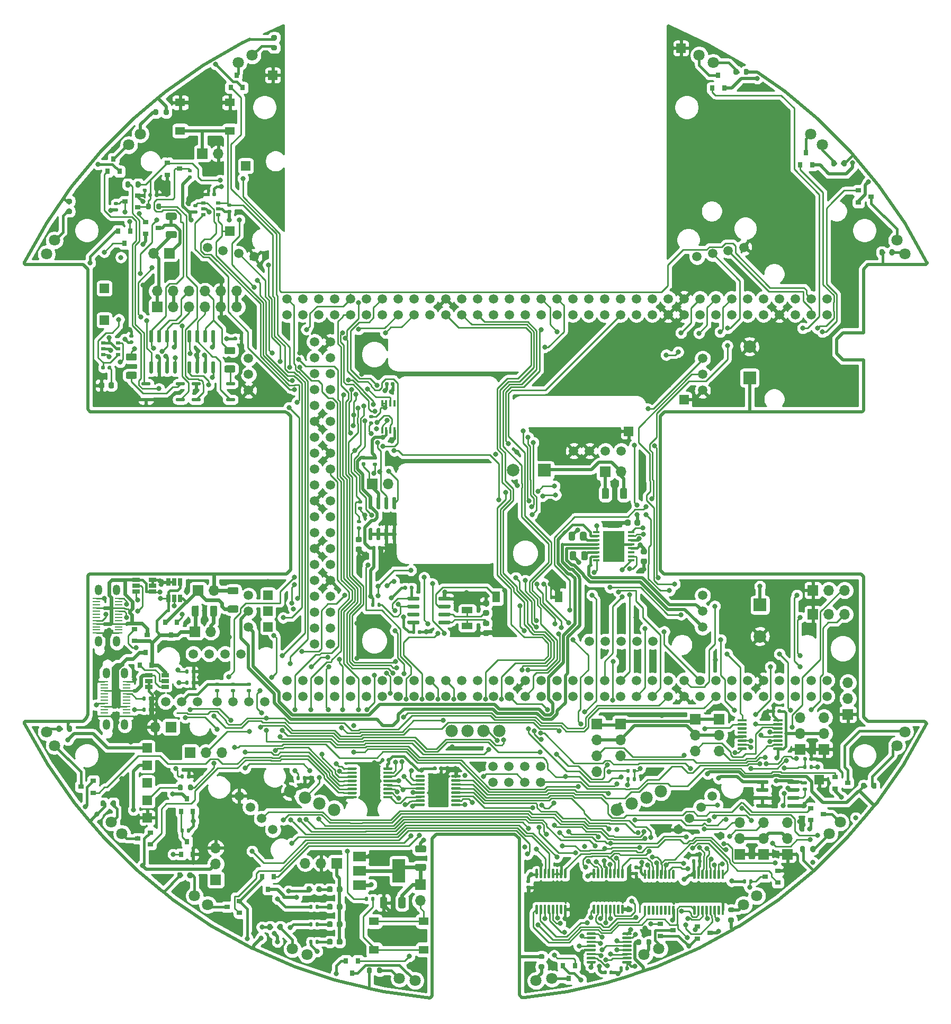
<source format=gbr>
G04 #@! TF.GenerationSoftware,KiCad,Pcbnew,5.1.9-73d0e3b20d~88~ubuntu20.04.1*
G04 #@! TF.CreationDate,2020-12-30T10:14:53-08:00*
G04 #@! TF.ProjectId,master_board,6d617374-6572-45f6-926f-6172642e6b69,Rev. A*
G04 #@! TF.SameCoordinates,Original*
G04 #@! TF.FileFunction,Copper,L1,Top*
G04 #@! TF.FilePolarity,Positive*
%FSLAX46Y46*%
G04 Gerber Fmt 4.6, Leading zero omitted, Abs format (unit mm)*
G04 Created by KiCad (PCBNEW 5.1.9-73d0e3b20d~88~ubuntu20.04.1) date 2020-12-30 10:14:53*
%MOMM*%
%LPD*%
G01*
G04 APERTURE LIST*
G04 #@! TA.AperFunction,ComponentPad*
%ADD10C,2.000000*%
G04 #@! TD*
G04 #@! TA.AperFunction,ComponentPad*
%ADD11R,2.000000X2.000000*%
G04 #@! TD*
G04 #@! TA.AperFunction,ComponentPad*
%ADD12O,1.700000X1.700000*%
G04 #@! TD*
G04 #@! TA.AperFunction,ComponentPad*
%ADD13R,1.700000X1.700000*%
G04 #@! TD*
G04 #@! TA.AperFunction,ComponentPad*
%ADD14C,1.520000*%
G04 #@! TD*
G04 #@! TA.AperFunction,ComponentPad*
%ADD15C,0.600000*%
G04 #@! TD*
G04 #@! TA.AperFunction,SMDPad,CuDef*
%ADD16R,3.400000X5.000000*%
G04 #@! TD*
G04 #@! TA.AperFunction,SMDPad,CuDef*
%ADD17R,1.050000X0.450000*%
G04 #@! TD*
G04 #@! TA.AperFunction,SMDPad,CuDef*
%ADD18R,0.700000X0.510000*%
G04 #@! TD*
G04 #@! TA.AperFunction,SMDPad,CuDef*
%ADD19R,0.400000X1.100000*%
G04 #@! TD*
G04 #@! TA.AperFunction,SMDPad,CuDef*
%ADD20R,1.220000X0.650000*%
G04 #@! TD*
G04 #@! TA.AperFunction,SMDPad,CuDef*
%ADD21R,1.550000X1.300000*%
G04 #@! TD*
G04 #@! TA.AperFunction,SMDPad,CuDef*
%ADD22R,0.800000X0.900000*%
G04 #@! TD*
G04 #@! TA.AperFunction,ComponentPad*
%ADD23C,1.800000*%
G04 #@! TD*
G04 #@! TA.AperFunction,ComponentPad*
%ADD24C,1.980000*%
G04 #@! TD*
G04 #@! TA.AperFunction,SMDPad,CuDef*
%ADD25R,2.000000X1.500000*%
G04 #@! TD*
G04 #@! TA.AperFunction,SMDPad,CuDef*
%ADD26R,2.000000X3.800000*%
G04 #@! TD*
G04 #@! TA.AperFunction,SMDPad,CuDef*
%ADD27R,1.800000X1.000000*%
G04 #@! TD*
G04 #@! TA.AperFunction,SMDPad,CuDef*
%ADD28R,1.250000X1.800000*%
G04 #@! TD*
G04 #@! TA.AperFunction,SMDPad,CuDef*
%ADD29R,0.900000X0.800000*%
G04 #@! TD*
G04 #@! TA.AperFunction,SMDPad,CuDef*
%ADD30R,0.650000X1.220000*%
G04 #@! TD*
G04 #@! TA.AperFunction,ComponentPad*
%ADD31O,1.200000X1.700000*%
G04 #@! TD*
G04 #@! TA.AperFunction,SMDPad,CuDef*
%ADD32R,1.300000X0.270000*%
G04 #@! TD*
G04 #@! TA.AperFunction,ComponentPad*
%ADD33R,1.500000X1.500000*%
G04 #@! TD*
G04 #@! TA.AperFunction,ViaPad*
%ADD34C,0.800000*%
G04 #@! TD*
G04 #@! TA.AperFunction,Conductor*
%ADD35C,0.250000*%
G04 #@! TD*
G04 #@! TA.AperFunction,Conductor*
%ADD36C,0.600000*%
G04 #@! TD*
G04 #@! TA.AperFunction,Conductor*
%ADD37C,0.500000*%
G04 #@! TD*
G04 #@! TA.AperFunction,Conductor*
%ADD38C,0.400000*%
G04 #@! TD*
G04 #@! TA.AperFunction,Conductor*
%ADD39C,0.254000*%
G04 #@! TD*
G04 #@! TA.AperFunction,Conductor*
%ADD40C,0.100000*%
G04 #@! TD*
G04 APERTURE END LIST*
G04 #@! TA.AperFunction,SMDPad,CuDef*
G36*
G01*
X153362000Y-142664000D02*
X153362000Y-142324000D01*
G75*
G02*
X153502000Y-142184000I140000J0D01*
G01*
X153782000Y-142184000D01*
G75*
G02*
X153922000Y-142324000I0J-140000D01*
G01*
X153922000Y-142664000D01*
G75*
G02*
X153782000Y-142804000I-140000J0D01*
G01*
X153502000Y-142804000D01*
G75*
G02*
X153362000Y-142664000I0J140000D01*
G01*
G37*
G04 #@! TD.AperFunction*
G04 #@! TA.AperFunction,SMDPad,CuDef*
G36*
G01*
X152402000Y-142664000D02*
X152402000Y-142324000D01*
G75*
G02*
X152542000Y-142184000I140000J0D01*
G01*
X152822000Y-142184000D01*
G75*
G02*
X152962000Y-142324000I0J-140000D01*
G01*
X152962000Y-142664000D01*
G75*
G02*
X152822000Y-142804000I-140000J0D01*
G01*
X152542000Y-142804000D01*
G75*
G02*
X152402000Y-142664000I0J140000D01*
G01*
G37*
G04 #@! TD.AperFunction*
G04 #@! TA.AperFunction,SMDPad,CuDef*
G36*
G01*
X85852000Y-164807999D02*
X85852000Y-166108001D01*
G75*
G02*
X85602001Y-166358000I-249999J0D01*
G01*
X84951999Y-166358000D01*
G75*
G02*
X84702000Y-166108001I0J249999D01*
G01*
X84702000Y-164807999D01*
G75*
G02*
X84951999Y-164558000I249999J0D01*
G01*
X85602001Y-164558000D01*
G75*
G02*
X85852000Y-164807999I0J-249999D01*
G01*
G37*
G04 #@! TD.AperFunction*
G04 #@! TA.AperFunction,SMDPad,CuDef*
G36*
G01*
X88802000Y-164807999D02*
X88802000Y-166108001D01*
G75*
G02*
X88552001Y-166358000I-249999J0D01*
G01*
X87901999Y-166358000D01*
G75*
G02*
X87652000Y-166108001I0J249999D01*
G01*
X87652000Y-164807999D01*
G75*
G02*
X87901999Y-164558000I249999J0D01*
G01*
X88552001Y-164558000D01*
G75*
G02*
X88802000Y-164807999I0J-249999D01*
G01*
G37*
G04 #@! TD.AperFunction*
D10*
X106030000Y-96390000D03*
D11*
X111030000Y-96390000D03*
D10*
X145470000Y-122910000D03*
D11*
X145470000Y-117910000D03*
G04 #@! TA.AperFunction,SMDPad,CuDef*
G36*
G01*
X83995000Y-108640000D02*
X83995000Y-108980000D01*
G75*
G02*
X83855000Y-109120000I-140000J0D01*
G01*
X83575000Y-109120000D01*
G75*
G02*
X83435000Y-108980000I0J140000D01*
G01*
X83435000Y-108640000D01*
G75*
G02*
X83575000Y-108500000I140000J0D01*
G01*
X83855000Y-108500000D01*
G75*
G02*
X83995000Y-108640000I0J-140000D01*
G01*
G37*
G04 #@! TD.AperFunction*
G04 #@! TA.AperFunction,SMDPad,CuDef*
G36*
G01*
X84955000Y-108640000D02*
X84955000Y-108980000D01*
G75*
G02*
X84815000Y-109120000I-140000J0D01*
G01*
X84535000Y-109120000D01*
G75*
G02*
X84395000Y-108980000I0J140000D01*
G01*
X84395000Y-108640000D01*
G75*
G02*
X84535000Y-108500000I140000J0D01*
G01*
X84815000Y-108500000D01*
G75*
G02*
X84955000Y-108640000I0J-140000D01*
G01*
G37*
G04 #@! TD.AperFunction*
G04 #@! TA.AperFunction,SMDPad,CuDef*
G36*
G01*
X126650000Y-110475000D02*
X127150000Y-110475000D01*
G75*
G02*
X127375000Y-110700000I0J-225000D01*
G01*
X127375000Y-111150000D01*
G75*
G02*
X127150000Y-111375000I-225000J0D01*
G01*
X126650000Y-111375000D01*
G75*
G02*
X126425000Y-111150000I0J225000D01*
G01*
X126425000Y-110700000D01*
G75*
G02*
X126650000Y-110475000I225000J0D01*
G01*
G37*
G04 #@! TD.AperFunction*
G04 #@! TA.AperFunction,SMDPad,CuDef*
G36*
G01*
X126650000Y-108925000D02*
X127150000Y-108925000D01*
G75*
G02*
X127375000Y-109150000I0J-225000D01*
G01*
X127375000Y-109600000D01*
G75*
G02*
X127150000Y-109825000I-225000J0D01*
G01*
X126650000Y-109825000D01*
G75*
G02*
X126425000Y-109600000I0J225000D01*
G01*
X126425000Y-109150000D01*
G75*
G02*
X126650000Y-108925000I225000J0D01*
G01*
G37*
G04 #@! TD.AperFunction*
G04 #@! TA.AperFunction,SMDPad,CuDef*
G36*
G01*
X124775000Y-104500000D02*
X124775000Y-105000000D01*
G75*
G02*
X124550000Y-105225000I-225000J0D01*
G01*
X124100000Y-105225000D01*
G75*
G02*
X123875000Y-105000000I0J225000D01*
G01*
X123875000Y-104500000D01*
G75*
G02*
X124100000Y-104275000I225000J0D01*
G01*
X124550000Y-104275000D01*
G75*
G02*
X124775000Y-104500000I0J-225000D01*
G01*
G37*
G04 #@! TD.AperFunction*
G04 #@! TA.AperFunction,SMDPad,CuDef*
G36*
G01*
X126325000Y-104500000D02*
X126325000Y-105000000D01*
G75*
G02*
X126100000Y-105225000I-225000J0D01*
G01*
X125650000Y-105225000D01*
G75*
G02*
X125425000Y-105000000I0J225000D01*
G01*
X125425000Y-104500000D01*
G75*
G02*
X125650000Y-104275000I225000J0D01*
G01*
X126100000Y-104275000D01*
G75*
G02*
X126325000Y-104500000I0J-225000D01*
G01*
G37*
G04 #@! TD.AperFunction*
D12*
X48768000Y-137414000D03*
D13*
X51308000Y-137414000D03*
D12*
X159004000Y-115570000D03*
X156464000Y-115570000D03*
D13*
X153924000Y-115570000D03*
D14*
X62484000Y-125730000D03*
X59944000Y-125730000D03*
X57404000Y-125730000D03*
X54864000Y-125730000D03*
X66294000Y-133350000D03*
X63754000Y-133350000D03*
X61214000Y-133350000D03*
X58674000Y-133350000D03*
X55499000Y-133350000D03*
X52959000Y-133350000D03*
X50419000Y-133350000D03*
D12*
X138938000Y-141224000D03*
X138938000Y-138684000D03*
D13*
X138938000Y-136144000D03*
D12*
X123190000Y-141986000D03*
X123190000Y-139446000D03*
D13*
X123190000Y-136906000D03*
D12*
X135128000Y-141224000D03*
X135128000Y-138684000D03*
D13*
X135128000Y-136144000D03*
D12*
X119380000Y-144526000D03*
X119380000Y-141986000D03*
X119380000Y-139446000D03*
D13*
X119380000Y-136906000D03*
D12*
X61800000Y-67760000D03*
X61800000Y-70300000D03*
X59260000Y-67760000D03*
X59260000Y-70300000D03*
X56720000Y-67760000D03*
X56720000Y-70300000D03*
X54180000Y-67760000D03*
X54180000Y-70300000D03*
X51640000Y-67760000D03*
X51640000Y-70300000D03*
X49100000Y-67760000D03*
D13*
X49100000Y-70300000D03*
D12*
X159512000Y-130302000D03*
X159512000Y-132842000D03*
D13*
X159512000Y-135382000D03*
D12*
X159004000Y-119380000D03*
X156464000Y-119380000D03*
D13*
X153924000Y-119380000D03*
D12*
X146030000Y-152654000D03*
X146030000Y-155194000D03*
D13*
X146030000Y-157734000D03*
D12*
X151892000Y-135890000D03*
X151892000Y-138430000D03*
D13*
X151892000Y-140970000D03*
G04 #@! TA.AperFunction,SMDPad,CuDef*
G36*
G01*
X77120000Y-165859750D02*
X77120000Y-166372250D01*
G75*
G02*
X76901250Y-166591000I-218750J0D01*
G01*
X76463750Y-166591000D01*
G75*
G02*
X76245000Y-166372250I0J218750D01*
G01*
X76245000Y-165859750D01*
G75*
G02*
X76463750Y-165641000I218750J0D01*
G01*
X76901250Y-165641000D01*
G75*
G02*
X77120000Y-165859750I0J-218750D01*
G01*
G37*
G04 #@! TD.AperFunction*
G04 #@! TA.AperFunction,SMDPad,CuDef*
G36*
G01*
X78695000Y-165859750D02*
X78695000Y-166372250D01*
G75*
G02*
X78476250Y-166591000I-218750J0D01*
G01*
X78038750Y-166591000D01*
G75*
G02*
X77820000Y-166372250I0J218750D01*
G01*
X77820000Y-165859750D01*
G75*
G02*
X78038750Y-165641000I218750J0D01*
G01*
X78476250Y-165641000D01*
G75*
G02*
X78695000Y-165859750I0J-218750D01*
G01*
G37*
G04 #@! TD.AperFunction*
D12*
X86020000Y-98540000D03*
D13*
X83480000Y-98540000D03*
D12*
X72752000Y-159148000D03*
X75292000Y-159148000D03*
D13*
X77832000Y-159148000D03*
D12*
X123238260Y-96657160D03*
D13*
X120698260Y-96657160D03*
D12*
X48514000Y-61722000D03*
D13*
X51054000Y-61722000D03*
D12*
X59436000Y-141478000D03*
X56896000Y-141478000D03*
D13*
X54356000Y-141478000D03*
D12*
X58420000Y-156718000D03*
X58420000Y-159258000D03*
D13*
X58420000Y-161798000D03*
G04 #@! TA.AperFunction,SMDPad,CuDef*
G36*
G01*
X81345000Y-102170000D02*
X81715000Y-102170000D01*
G75*
G02*
X81850000Y-102305000I0J-135000D01*
G01*
X81850000Y-102575000D01*
G75*
G02*
X81715000Y-102710000I-135000J0D01*
G01*
X81345000Y-102710000D01*
G75*
G02*
X81210000Y-102575000I0J135000D01*
G01*
X81210000Y-102305000D01*
G75*
G02*
X81345000Y-102170000I135000J0D01*
G01*
G37*
G04 #@! TD.AperFunction*
G04 #@! TA.AperFunction,SMDPad,CuDef*
G36*
G01*
X81345000Y-101150000D02*
X81715000Y-101150000D01*
G75*
G02*
X81850000Y-101285000I0J-135000D01*
G01*
X81850000Y-101555000D01*
G75*
G02*
X81715000Y-101690000I-135000J0D01*
G01*
X81345000Y-101690000D01*
G75*
G02*
X81210000Y-101555000I0J135000D01*
G01*
X81210000Y-101285000D01*
G75*
G02*
X81345000Y-101150000I135000J0D01*
G01*
G37*
G04 #@! TD.AperFunction*
G04 #@! TA.AperFunction,SMDPad,CuDef*
G36*
G01*
X81155000Y-105350000D02*
X81525000Y-105350000D01*
G75*
G02*
X81660000Y-105485000I0J-135000D01*
G01*
X81660000Y-105755000D01*
G75*
G02*
X81525000Y-105890000I-135000J0D01*
G01*
X81155000Y-105890000D01*
G75*
G02*
X81020000Y-105755000I0J135000D01*
G01*
X81020000Y-105485000D01*
G75*
G02*
X81155000Y-105350000I135000J0D01*
G01*
G37*
G04 #@! TD.AperFunction*
G04 #@! TA.AperFunction,SMDPad,CuDef*
G36*
G01*
X81155000Y-104330000D02*
X81525000Y-104330000D01*
G75*
G02*
X81660000Y-104465000I0J-135000D01*
G01*
X81660000Y-104735000D01*
G75*
G02*
X81525000Y-104870000I-135000J0D01*
G01*
X81155000Y-104870000D01*
G75*
G02*
X81020000Y-104735000I0J135000D01*
G01*
X81020000Y-104465000D01*
G75*
G02*
X81155000Y-104330000I135000J0D01*
G01*
G37*
G04 #@! TD.AperFunction*
G04 #@! TA.AperFunction,SMDPad,CuDef*
G36*
G01*
X84290000Y-118075000D02*
X84290000Y-117705000D01*
G75*
G02*
X84425000Y-117570000I135000J0D01*
G01*
X84695000Y-117570000D01*
G75*
G02*
X84830000Y-117705000I0J-135000D01*
G01*
X84830000Y-118075000D01*
G75*
G02*
X84695000Y-118210000I-135000J0D01*
G01*
X84425000Y-118210000D01*
G75*
G02*
X84290000Y-118075000I0J135000D01*
G01*
G37*
G04 #@! TD.AperFunction*
G04 #@! TA.AperFunction,SMDPad,CuDef*
G36*
G01*
X83270000Y-118075000D02*
X83270000Y-117705000D01*
G75*
G02*
X83405000Y-117570000I135000J0D01*
G01*
X83675000Y-117570000D01*
G75*
G02*
X83810000Y-117705000I0J-135000D01*
G01*
X83810000Y-118075000D01*
G75*
G02*
X83675000Y-118210000I-135000J0D01*
G01*
X83405000Y-118210000D01*
G75*
G02*
X83270000Y-118075000I0J135000D01*
G01*
G37*
G04 #@! TD.AperFunction*
G04 #@! TA.AperFunction,SMDPad,CuDef*
G36*
G01*
X82818000Y-164661000D02*
X82818000Y-165031000D01*
G75*
G02*
X82683000Y-165166000I-135000J0D01*
G01*
X82413000Y-165166000D01*
G75*
G02*
X82278000Y-165031000I0J135000D01*
G01*
X82278000Y-164661000D01*
G75*
G02*
X82413000Y-164526000I135000J0D01*
G01*
X82683000Y-164526000D01*
G75*
G02*
X82818000Y-164661000I0J-135000D01*
G01*
G37*
G04 #@! TD.AperFunction*
G04 #@! TA.AperFunction,SMDPad,CuDef*
G36*
G01*
X83838000Y-164661000D02*
X83838000Y-165031000D01*
G75*
G02*
X83703000Y-165166000I-135000J0D01*
G01*
X83433000Y-165166000D01*
G75*
G02*
X83298000Y-165031000I0J135000D01*
G01*
X83298000Y-164661000D01*
G75*
G02*
X83433000Y-164526000I135000J0D01*
G01*
X83703000Y-164526000D01*
G75*
G02*
X83838000Y-164661000I0J-135000D01*
G01*
G37*
G04 #@! TD.AperFunction*
G04 #@! TA.AperFunction,SMDPad,CuDef*
G36*
G01*
X83715000Y-95150000D02*
X84085000Y-95150000D01*
G75*
G02*
X84220000Y-95285000I0J-135000D01*
G01*
X84220000Y-95555000D01*
G75*
G02*
X84085000Y-95690000I-135000J0D01*
G01*
X83715000Y-95690000D01*
G75*
G02*
X83580000Y-95555000I0J135000D01*
G01*
X83580000Y-95285000D01*
G75*
G02*
X83715000Y-95150000I135000J0D01*
G01*
G37*
G04 #@! TD.AperFunction*
G04 #@! TA.AperFunction,SMDPad,CuDef*
G36*
G01*
X83715000Y-94130000D02*
X84085000Y-94130000D01*
G75*
G02*
X84220000Y-94265000I0J-135000D01*
G01*
X84220000Y-94535000D01*
G75*
G02*
X84085000Y-94670000I-135000J0D01*
G01*
X83715000Y-94670000D01*
G75*
G02*
X83580000Y-94535000I0J135000D01*
G01*
X83580000Y-94265000D01*
G75*
G02*
X83715000Y-94130000I135000J0D01*
G01*
G37*
G04 #@! TD.AperFunction*
G04 #@! TA.AperFunction,SMDPad,CuDef*
G36*
G01*
X83107000Y-88578000D02*
X83477000Y-88578000D01*
G75*
G02*
X83612000Y-88713000I0J-135000D01*
G01*
X83612000Y-88983000D01*
G75*
G02*
X83477000Y-89118000I-135000J0D01*
G01*
X83107000Y-89118000D01*
G75*
G02*
X82972000Y-88983000I0J135000D01*
G01*
X82972000Y-88713000D01*
G75*
G02*
X83107000Y-88578000I135000J0D01*
G01*
G37*
G04 #@! TD.AperFunction*
G04 #@! TA.AperFunction,SMDPad,CuDef*
G36*
G01*
X83107000Y-87558000D02*
X83477000Y-87558000D01*
G75*
G02*
X83612000Y-87693000I0J-135000D01*
G01*
X83612000Y-87963000D01*
G75*
G02*
X83477000Y-88098000I-135000J0D01*
G01*
X83107000Y-88098000D01*
G75*
G02*
X82972000Y-87963000I0J135000D01*
G01*
X82972000Y-87693000D01*
G75*
G02*
X83107000Y-87558000I135000J0D01*
G01*
G37*
G04 #@! TD.AperFunction*
G04 #@! TA.AperFunction,SMDPad,CuDef*
G36*
G01*
X74593000Y-163597000D02*
X74593000Y-163047000D01*
G75*
G02*
X74793000Y-162847000I200000J0D01*
G01*
X75193000Y-162847000D01*
G75*
G02*
X75393000Y-163047000I0J-200000D01*
G01*
X75393000Y-163597000D01*
G75*
G02*
X75193000Y-163797000I-200000J0D01*
G01*
X74793000Y-163797000D01*
G75*
G02*
X74593000Y-163597000I0J200000D01*
G01*
G37*
G04 #@! TD.AperFunction*
G04 #@! TA.AperFunction,SMDPad,CuDef*
G36*
G01*
X72943000Y-163597000D02*
X72943000Y-163047000D01*
G75*
G02*
X73143000Y-162847000I200000J0D01*
G01*
X73543000Y-162847000D01*
G75*
G02*
X73743000Y-163047000I0J-200000D01*
G01*
X73743000Y-163597000D01*
G75*
G02*
X73543000Y-163797000I-200000J0D01*
G01*
X73143000Y-163797000D01*
G75*
G02*
X72943000Y-163597000I0J200000D01*
G01*
G37*
G04 #@! TD.AperFunction*
G04 #@! TA.AperFunction,SMDPad,CuDef*
G36*
G01*
X116700000Y-107370002D02*
X116700000Y-106469998D01*
G75*
G02*
X116949998Y-106220000I249998J0D01*
G01*
X117475002Y-106220000D01*
G75*
G02*
X117725000Y-106469998I0J-249998D01*
G01*
X117725000Y-107370002D01*
G75*
G02*
X117475002Y-107620000I-249998J0D01*
G01*
X116949998Y-107620000D01*
G75*
G02*
X116700000Y-107370002I0J249998D01*
G01*
G37*
G04 #@! TD.AperFunction*
G04 #@! TA.AperFunction,SMDPad,CuDef*
G36*
G01*
X114875000Y-107370002D02*
X114875000Y-106469998D01*
G75*
G02*
X115124998Y-106220000I249998J0D01*
G01*
X115650002Y-106220000D01*
G75*
G02*
X115900000Y-106469998I0J-249998D01*
G01*
X115900000Y-107370002D01*
G75*
G02*
X115650002Y-107620000I-249998J0D01*
G01*
X115124998Y-107620000D01*
G75*
G02*
X114875000Y-107370002I0J249998D01*
G01*
G37*
G04 #@! TD.AperFunction*
G04 #@! TA.AperFunction,SMDPad,CuDef*
G36*
G01*
X116890000Y-110490002D02*
X116890000Y-109589998D01*
G75*
G02*
X117139998Y-109340000I249998J0D01*
G01*
X117665002Y-109340000D01*
G75*
G02*
X117915000Y-109589998I0J-249998D01*
G01*
X117915000Y-110490002D01*
G75*
G02*
X117665002Y-110740000I-249998J0D01*
G01*
X117139998Y-110740000D01*
G75*
G02*
X116890000Y-110490002I0J249998D01*
G01*
G37*
G04 #@! TD.AperFunction*
G04 #@! TA.AperFunction,SMDPad,CuDef*
G36*
G01*
X115065000Y-110490002D02*
X115065000Y-109589998D01*
G75*
G02*
X115314998Y-109340000I249998J0D01*
G01*
X115840002Y-109340000D01*
G75*
G02*
X116090000Y-109589998I0J-249998D01*
G01*
X116090000Y-110490002D01*
G75*
G02*
X115840002Y-110740000I-249998J0D01*
G01*
X115314998Y-110740000D01*
G75*
G02*
X115065000Y-110490002I0J249998D01*
G01*
G37*
G04 #@! TD.AperFunction*
G04 #@! TA.AperFunction,SMDPad,CuDef*
G36*
G01*
X57542000Y-119497003D02*
X57542000Y-118246997D01*
G75*
G02*
X57791997Y-117997000I249997J0D01*
G01*
X58417003Y-117997000D01*
G75*
G02*
X58667000Y-118246997I0J-249997D01*
G01*
X58667000Y-119497003D01*
G75*
G02*
X58417003Y-119747000I-249997J0D01*
G01*
X57791997Y-119747000D01*
G75*
G02*
X57542000Y-119497003I0J249997D01*
G01*
G37*
G04 #@! TD.AperFunction*
G04 #@! TA.AperFunction,SMDPad,CuDef*
G36*
G01*
X54617000Y-119497003D02*
X54617000Y-118246997D01*
G75*
G02*
X54866997Y-117997000I249997J0D01*
G01*
X55492003Y-117997000D01*
G75*
G02*
X55742000Y-118246997I0J-249997D01*
G01*
X55742000Y-119497003D01*
G75*
G02*
X55492003Y-119747000I-249997J0D01*
G01*
X54866997Y-119747000D01*
G75*
G02*
X54617000Y-119497003I0J249997D01*
G01*
G37*
G04 #@! TD.AperFunction*
G04 #@! TA.AperFunction,SMDPad,CuDef*
G36*
G01*
X91837003Y-157438000D02*
X90586997Y-157438000D01*
G75*
G02*
X90337000Y-157188003I0J249997D01*
G01*
X90337000Y-156562997D01*
G75*
G02*
X90586997Y-156313000I249997J0D01*
G01*
X91837003Y-156313000D01*
G75*
G02*
X92087000Y-156562997I0J-249997D01*
G01*
X92087000Y-157188003D01*
G75*
G02*
X91837003Y-157438000I-249997J0D01*
G01*
G37*
G04 #@! TD.AperFunction*
G04 #@! TA.AperFunction,SMDPad,CuDef*
G36*
G01*
X91837003Y-160363000D02*
X90586997Y-160363000D01*
G75*
G02*
X90337000Y-160113003I0J249997D01*
G01*
X90337000Y-159487997D01*
G75*
G02*
X90586997Y-159238000I249997J0D01*
G01*
X91837003Y-159238000D01*
G75*
G02*
X92087000Y-159487997I0J-249997D01*
G01*
X92087000Y-160113003D01*
G75*
G02*
X91837003Y-160363000I-249997J0D01*
G01*
G37*
G04 #@! TD.AperFunction*
G04 #@! TA.AperFunction,SMDPad,CuDef*
G36*
G01*
X61839003Y-116194000D02*
X60588997Y-116194000D01*
G75*
G02*
X60339000Y-115944003I0J249997D01*
G01*
X60339000Y-115318997D01*
G75*
G02*
X60588997Y-115069000I249997J0D01*
G01*
X61839003Y-115069000D01*
G75*
G02*
X62089000Y-115318997I0J-249997D01*
G01*
X62089000Y-115944003D01*
G75*
G02*
X61839003Y-116194000I-249997J0D01*
G01*
G37*
G04 #@! TD.AperFunction*
G04 #@! TA.AperFunction,SMDPad,CuDef*
G36*
G01*
X61839003Y-119119000D02*
X60588997Y-119119000D01*
G75*
G02*
X60339000Y-118869003I0J249997D01*
G01*
X60339000Y-118243997D01*
G75*
G02*
X60588997Y-117994000I249997J0D01*
G01*
X61839003Y-117994000D01*
G75*
G02*
X62089000Y-118243997I0J-249997D01*
G01*
X62089000Y-118869003D01*
G75*
G02*
X61839003Y-119119000I-249997J0D01*
G01*
G37*
G04 #@! TD.AperFunction*
G04 #@! TA.AperFunction,SMDPad,CuDef*
G36*
G01*
X124618780Y-145544960D02*
X124618780Y-145914960D01*
G75*
G02*
X124483780Y-146049960I-135000J0D01*
G01*
X124213780Y-146049960D01*
G75*
G02*
X124078780Y-145914960I0J135000D01*
G01*
X124078780Y-145544960D01*
G75*
G02*
X124213780Y-145409960I135000J0D01*
G01*
X124483780Y-145409960D01*
G75*
G02*
X124618780Y-145544960I0J-135000D01*
G01*
G37*
G04 #@! TD.AperFunction*
G04 #@! TA.AperFunction,SMDPad,CuDef*
G36*
G01*
X125638780Y-145544960D02*
X125638780Y-145914960D01*
G75*
G02*
X125503780Y-146049960I-135000J0D01*
G01*
X125233780Y-146049960D01*
G75*
G02*
X125098780Y-145914960I0J135000D01*
G01*
X125098780Y-145544960D01*
G75*
G02*
X125233780Y-145409960I135000J0D01*
G01*
X125503780Y-145409960D01*
G75*
G02*
X125638780Y-145544960I0J-135000D01*
G01*
G37*
G04 #@! TD.AperFunction*
G04 #@! TA.AperFunction,SMDPad,CuDef*
G36*
G01*
X127307000Y-172033000D02*
X127307000Y-171483000D01*
G75*
G02*
X127507000Y-171283000I200000J0D01*
G01*
X127907000Y-171283000D01*
G75*
G02*
X128107000Y-171483000I0J-200000D01*
G01*
X128107000Y-172033000D01*
G75*
G02*
X127907000Y-172233000I-200000J0D01*
G01*
X127507000Y-172233000D01*
G75*
G02*
X127307000Y-172033000I0J200000D01*
G01*
G37*
G04 #@! TD.AperFunction*
G04 #@! TA.AperFunction,SMDPad,CuDef*
G36*
G01*
X125657000Y-172033000D02*
X125657000Y-171483000D01*
G75*
G02*
X125857000Y-171283000I200000J0D01*
G01*
X126257000Y-171283000D01*
G75*
G02*
X126457000Y-171483000I0J-200000D01*
G01*
X126457000Y-172033000D01*
G75*
G02*
X126257000Y-172233000I-200000J0D01*
G01*
X125857000Y-172233000D01*
G75*
G02*
X125657000Y-172033000I0J200000D01*
G01*
G37*
G04 #@! TD.AperFunction*
G04 #@! TA.AperFunction,SMDPad,CuDef*
G36*
G01*
X49275000Y-38905000D02*
X49275000Y-39455000D01*
G75*
G02*
X49075000Y-39655000I-200000J0D01*
G01*
X48675000Y-39655000D01*
G75*
G02*
X48475000Y-39455000I0J200000D01*
G01*
X48475000Y-38905000D01*
G75*
G02*
X48675000Y-38705000I200000J0D01*
G01*
X49075000Y-38705000D01*
G75*
G02*
X49275000Y-38905000I0J-200000D01*
G01*
G37*
G04 #@! TD.AperFunction*
G04 #@! TA.AperFunction,SMDPad,CuDef*
G36*
G01*
X50925000Y-38905000D02*
X50925000Y-39455000D01*
G75*
G02*
X50725000Y-39655000I-200000J0D01*
G01*
X50325000Y-39655000D01*
G75*
G02*
X50125000Y-39455000I0J200000D01*
G01*
X50125000Y-38905000D01*
G75*
G02*
X50325000Y-38705000I200000J0D01*
G01*
X50725000Y-38705000D01*
G75*
G02*
X50925000Y-38905000I0J-200000D01*
G01*
G37*
G04 #@! TD.AperFunction*
G04 #@! TA.AperFunction,SMDPad,CuDef*
G36*
G01*
X110255000Y-175305000D02*
X110805000Y-175305000D01*
G75*
G02*
X111005000Y-175505000I0J-200000D01*
G01*
X111005000Y-175905000D01*
G75*
G02*
X110805000Y-176105000I-200000J0D01*
G01*
X110255000Y-176105000D01*
G75*
G02*
X110055000Y-175905000I0J200000D01*
G01*
X110055000Y-175505000D01*
G75*
G02*
X110255000Y-175305000I200000J0D01*
G01*
G37*
G04 #@! TD.AperFunction*
G04 #@! TA.AperFunction,SMDPad,CuDef*
G36*
G01*
X110255000Y-173655000D02*
X110805000Y-173655000D01*
G75*
G02*
X111005000Y-173855000I0J-200000D01*
G01*
X111005000Y-174255000D01*
G75*
G02*
X110805000Y-174455000I-200000J0D01*
G01*
X110255000Y-174455000D01*
G75*
G02*
X110055000Y-174255000I0J200000D01*
G01*
X110055000Y-173855000D01*
G75*
G02*
X110255000Y-173655000I200000J0D01*
G01*
G37*
G04 #@! TD.AperFunction*
G04 #@! TA.AperFunction,SMDPad,CuDef*
G36*
G01*
X67515000Y-28505000D02*
X68065000Y-28505000D01*
G75*
G02*
X68265000Y-28705000I0J-200000D01*
G01*
X68265000Y-29105000D01*
G75*
G02*
X68065000Y-29305000I-200000J0D01*
G01*
X67515000Y-29305000D01*
G75*
G02*
X67315000Y-29105000I0J200000D01*
G01*
X67315000Y-28705000D01*
G75*
G02*
X67515000Y-28505000I200000J0D01*
G01*
G37*
G04 #@! TD.AperFunction*
G04 #@! TA.AperFunction,SMDPad,CuDef*
G36*
G01*
X67515000Y-26855000D02*
X68065000Y-26855000D01*
G75*
G02*
X68265000Y-27055000I0J-200000D01*
G01*
X68265000Y-27455000D01*
G75*
G02*
X68065000Y-27655000I-200000J0D01*
G01*
X67515000Y-27655000D01*
G75*
G02*
X67315000Y-27455000I0J200000D01*
G01*
X67315000Y-27055000D01*
G75*
G02*
X67515000Y-26855000I200000J0D01*
G01*
G37*
G04 #@! TD.AperFunction*
G04 #@! TA.AperFunction,SMDPad,CuDef*
G36*
G01*
X84245000Y-176551000D02*
X84245000Y-176001000D01*
G75*
G02*
X84445000Y-175801000I200000J0D01*
G01*
X84845000Y-175801000D01*
G75*
G02*
X85045000Y-176001000I0J-200000D01*
G01*
X85045000Y-176551000D01*
G75*
G02*
X84845000Y-176751000I-200000J0D01*
G01*
X84445000Y-176751000D01*
G75*
G02*
X84245000Y-176551000I0J200000D01*
G01*
G37*
G04 #@! TD.AperFunction*
G04 #@! TA.AperFunction,SMDPad,CuDef*
G36*
G01*
X82595000Y-176551000D02*
X82595000Y-176001000D01*
G75*
G02*
X82795000Y-175801000I200000J0D01*
G01*
X83195000Y-175801000D01*
G75*
G02*
X83395000Y-176001000I0J-200000D01*
G01*
X83395000Y-176551000D01*
G75*
G02*
X83195000Y-176751000I-200000J0D01*
G01*
X82795000Y-176751000D01*
G75*
G02*
X82595000Y-176551000I0J200000D01*
G01*
G37*
G04 #@! TD.AperFunction*
G04 #@! TA.AperFunction,SMDPad,CuDef*
G36*
G01*
X142025000Y-32465000D02*
X142025000Y-33015000D01*
G75*
G02*
X141825000Y-33215000I-200000J0D01*
G01*
X141425000Y-33215000D01*
G75*
G02*
X141225000Y-33015000I0J200000D01*
G01*
X141225000Y-32465000D01*
G75*
G02*
X141425000Y-32265000I200000J0D01*
G01*
X141825000Y-32265000D01*
G75*
G02*
X142025000Y-32465000I0J-200000D01*
G01*
G37*
G04 #@! TD.AperFunction*
G04 #@! TA.AperFunction,SMDPad,CuDef*
G36*
G01*
X143675000Y-32465000D02*
X143675000Y-33015000D01*
G75*
G02*
X143475000Y-33215000I-200000J0D01*
G01*
X143075000Y-33215000D01*
G75*
G02*
X142875000Y-33015000I0J200000D01*
G01*
X142875000Y-32465000D01*
G75*
G02*
X143075000Y-32265000I200000J0D01*
G01*
X143475000Y-32265000D01*
G75*
G02*
X143675000Y-32465000I0J-200000D01*
G01*
G37*
G04 #@! TD.AperFunction*
G04 #@! TA.AperFunction,SMDPad,CuDef*
G36*
G01*
X68355000Y-169625000D02*
X68355000Y-169075000D01*
G75*
G02*
X68555000Y-168875000I200000J0D01*
G01*
X68955000Y-168875000D01*
G75*
G02*
X69155000Y-169075000I0J-200000D01*
G01*
X69155000Y-169625000D01*
G75*
G02*
X68955000Y-169825000I-200000J0D01*
G01*
X68555000Y-169825000D01*
G75*
G02*
X68355000Y-169625000I0J200000D01*
G01*
G37*
G04 #@! TD.AperFunction*
G04 #@! TA.AperFunction,SMDPad,CuDef*
G36*
G01*
X66705000Y-169625000D02*
X66705000Y-169075000D01*
G75*
G02*
X66905000Y-168875000I200000J0D01*
G01*
X67305000Y-168875000D01*
G75*
G02*
X67505000Y-169075000I0J-200000D01*
G01*
X67505000Y-169625000D01*
G75*
G02*
X67305000Y-169825000I-200000J0D01*
G01*
X66905000Y-169825000D01*
G75*
G02*
X66705000Y-169625000I0J200000D01*
G01*
G37*
G04 #@! TD.AperFunction*
G04 #@! TA.AperFunction,SMDPad,CuDef*
G36*
G01*
X157675000Y-47065000D02*
X157675000Y-47615000D01*
G75*
G02*
X157475000Y-47815000I-200000J0D01*
G01*
X157075000Y-47815000D01*
G75*
G02*
X156875000Y-47615000I0J200000D01*
G01*
X156875000Y-47065000D01*
G75*
G02*
X157075000Y-46865000I200000J0D01*
G01*
X157475000Y-46865000D01*
G75*
G02*
X157675000Y-47065000I0J-200000D01*
G01*
G37*
G04 #@! TD.AperFunction*
G04 #@! TA.AperFunction,SMDPad,CuDef*
G36*
G01*
X159325000Y-47065000D02*
X159325000Y-47615000D01*
G75*
G02*
X159125000Y-47815000I-200000J0D01*
G01*
X158725000Y-47815000D01*
G75*
G02*
X158525000Y-47615000I0J200000D01*
G01*
X158525000Y-47065000D01*
G75*
G02*
X158725000Y-46865000I200000J0D01*
G01*
X159125000Y-46865000D01*
G75*
G02*
X159325000Y-47065000I0J-200000D01*
G01*
G37*
G04 #@! TD.AperFunction*
G04 #@! TA.AperFunction,SMDPad,CuDef*
G36*
G01*
X53945000Y-161355000D02*
X53945000Y-160805000D01*
G75*
G02*
X54145000Y-160605000I200000J0D01*
G01*
X54545000Y-160605000D01*
G75*
G02*
X54745000Y-160805000I0J-200000D01*
G01*
X54745000Y-161355000D01*
G75*
G02*
X54545000Y-161555000I-200000J0D01*
G01*
X54145000Y-161555000D01*
G75*
G02*
X53945000Y-161355000I0J200000D01*
G01*
G37*
G04 #@! TD.AperFunction*
G04 #@! TA.AperFunction,SMDPad,CuDef*
G36*
G01*
X52295000Y-161355000D02*
X52295000Y-160805000D01*
G75*
G02*
X52495000Y-160605000I200000J0D01*
G01*
X52895000Y-160605000D01*
G75*
G02*
X53095000Y-160805000I0J-200000D01*
G01*
X53095000Y-161355000D01*
G75*
G02*
X52895000Y-161555000I-200000J0D01*
G01*
X52495000Y-161555000D01*
G75*
G02*
X52295000Y-161355000I0J200000D01*
G01*
G37*
G04 #@! TD.AperFunction*
G04 #@! TA.AperFunction,SMDPad,CuDef*
G36*
G01*
X166205000Y-61845000D02*
X166205000Y-61295000D01*
G75*
G02*
X166405000Y-61095000I200000J0D01*
G01*
X166805000Y-61095000D01*
G75*
G02*
X167005000Y-61295000I0J-200000D01*
G01*
X167005000Y-61845000D01*
G75*
G02*
X166805000Y-62045000I-200000J0D01*
G01*
X166405000Y-62045000D01*
G75*
G02*
X166205000Y-61845000I0J200000D01*
G01*
G37*
G04 #@! TD.AperFunction*
G04 #@! TA.AperFunction,SMDPad,CuDef*
G36*
G01*
X164555000Y-61845000D02*
X164555000Y-61295000D01*
G75*
G02*
X164755000Y-61095000I200000J0D01*
G01*
X165155000Y-61095000D01*
G75*
G02*
X165355000Y-61295000I0J-200000D01*
G01*
X165355000Y-61845000D01*
G75*
G02*
X165155000Y-62045000I-200000J0D01*
G01*
X164755000Y-62045000D01*
G75*
G02*
X164555000Y-61845000I0J200000D01*
G01*
G37*
G04 #@! TD.AperFunction*
G04 #@! TA.AperFunction,SMDPad,CuDef*
G36*
G01*
X48708000Y-52615000D02*
X48708000Y-52245000D01*
G75*
G02*
X48843000Y-52110000I135000J0D01*
G01*
X49113000Y-52110000D01*
G75*
G02*
X49248000Y-52245000I0J-135000D01*
G01*
X49248000Y-52615000D01*
G75*
G02*
X49113000Y-52750000I-135000J0D01*
G01*
X48843000Y-52750000D01*
G75*
G02*
X48708000Y-52615000I0J135000D01*
G01*
G37*
G04 #@! TD.AperFunction*
G04 #@! TA.AperFunction,SMDPad,CuDef*
G36*
G01*
X47688000Y-52615000D02*
X47688000Y-52245000D01*
G75*
G02*
X47823000Y-52110000I135000J0D01*
G01*
X48093000Y-52110000D01*
G75*
G02*
X48228000Y-52245000I0J-135000D01*
G01*
X48228000Y-52615000D01*
G75*
G02*
X48093000Y-52750000I-135000J0D01*
G01*
X47823000Y-52750000D01*
G75*
G02*
X47688000Y-52615000I0J135000D01*
G01*
G37*
G04 #@! TD.AperFunction*
G04 #@! TA.AperFunction,SMDPad,CuDef*
G36*
G01*
X41180000Y-80185000D02*
X41180000Y-79815000D01*
G75*
G02*
X41315000Y-79680000I135000J0D01*
G01*
X41585000Y-79680000D01*
G75*
G02*
X41720000Y-79815000I0J-135000D01*
G01*
X41720000Y-80185000D01*
G75*
G02*
X41585000Y-80320000I-135000J0D01*
G01*
X41315000Y-80320000D01*
G75*
G02*
X41180000Y-80185000I0J135000D01*
G01*
G37*
G04 #@! TD.AperFunction*
G04 #@! TA.AperFunction,SMDPad,CuDef*
G36*
G01*
X40160000Y-80185000D02*
X40160000Y-79815000D01*
G75*
G02*
X40295000Y-79680000I135000J0D01*
G01*
X40565000Y-79680000D01*
G75*
G02*
X40700000Y-79815000I0J-135000D01*
G01*
X40700000Y-80185000D01*
G75*
G02*
X40565000Y-80320000I-135000J0D01*
G01*
X40295000Y-80320000D01*
G75*
G02*
X40160000Y-80185000I0J135000D01*
G01*
G37*
G04 #@! TD.AperFunction*
G04 #@! TA.AperFunction,SMDPad,CuDef*
G36*
G01*
X61331003Y-77840000D02*
X60080997Y-77840000D01*
G75*
G02*
X59831000Y-77590003I0J249997D01*
G01*
X59831000Y-76964997D01*
G75*
G02*
X60080997Y-76715000I249997J0D01*
G01*
X61331003Y-76715000D01*
G75*
G02*
X61581000Y-76964997I0J-249997D01*
G01*
X61581000Y-77590003D01*
G75*
G02*
X61331003Y-77840000I-249997J0D01*
G01*
G37*
G04 #@! TD.AperFunction*
G04 #@! TA.AperFunction,SMDPad,CuDef*
G36*
G01*
X61331003Y-80765000D02*
X60080997Y-80765000D01*
G75*
G02*
X59831000Y-80515003I0J249997D01*
G01*
X59831000Y-79889997D01*
G75*
G02*
X60080997Y-79640000I249997J0D01*
G01*
X61331003Y-79640000D01*
G75*
G02*
X61581000Y-79889997I0J-249997D01*
G01*
X61581000Y-80515003D01*
G75*
G02*
X61331003Y-80765000I-249997J0D01*
G01*
G37*
G04 #@! TD.AperFunction*
G04 #@! TA.AperFunction,SMDPad,CuDef*
G36*
G01*
X91040000Y-120525000D02*
X91040000Y-120825000D01*
G75*
G02*
X90890000Y-120975000I-150000J0D01*
G01*
X89240000Y-120975000D01*
G75*
G02*
X89090000Y-120825000I0J150000D01*
G01*
X89090000Y-120525000D01*
G75*
G02*
X89240000Y-120375000I150000J0D01*
G01*
X90890000Y-120375000D01*
G75*
G02*
X91040000Y-120525000I0J-150000D01*
G01*
G37*
G04 #@! TD.AperFunction*
G04 #@! TA.AperFunction,SMDPad,CuDef*
G36*
G01*
X91040000Y-119255000D02*
X91040000Y-119555000D01*
G75*
G02*
X90890000Y-119705000I-150000J0D01*
G01*
X89240000Y-119705000D01*
G75*
G02*
X89090000Y-119555000I0J150000D01*
G01*
X89090000Y-119255000D01*
G75*
G02*
X89240000Y-119105000I150000J0D01*
G01*
X90890000Y-119105000D01*
G75*
G02*
X91040000Y-119255000I0J-150000D01*
G01*
G37*
G04 #@! TD.AperFunction*
G04 #@! TA.AperFunction,SMDPad,CuDef*
G36*
G01*
X91040000Y-117985000D02*
X91040000Y-118285000D01*
G75*
G02*
X90890000Y-118435000I-150000J0D01*
G01*
X89240000Y-118435000D01*
G75*
G02*
X89090000Y-118285000I0J150000D01*
G01*
X89090000Y-117985000D01*
G75*
G02*
X89240000Y-117835000I150000J0D01*
G01*
X90890000Y-117835000D01*
G75*
G02*
X91040000Y-117985000I0J-150000D01*
G01*
G37*
G04 #@! TD.AperFunction*
G04 #@! TA.AperFunction,SMDPad,CuDef*
G36*
G01*
X91040000Y-116715000D02*
X91040000Y-117015000D01*
G75*
G02*
X90890000Y-117165000I-150000J0D01*
G01*
X89240000Y-117165000D01*
G75*
G02*
X89090000Y-117015000I0J150000D01*
G01*
X89090000Y-116715000D01*
G75*
G02*
X89240000Y-116565000I150000J0D01*
G01*
X90890000Y-116565000D01*
G75*
G02*
X91040000Y-116715000I0J-150000D01*
G01*
G37*
G04 #@! TD.AperFunction*
G04 #@! TA.AperFunction,SMDPad,CuDef*
G36*
G01*
X95990000Y-116715000D02*
X95990000Y-117015000D01*
G75*
G02*
X95840000Y-117165000I-150000J0D01*
G01*
X94190000Y-117165000D01*
G75*
G02*
X94040000Y-117015000I0J150000D01*
G01*
X94040000Y-116715000D01*
G75*
G02*
X94190000Y-116565000I150000J0D01*
G01*
X95840000Y-116565000D01*
G75*
G02*
X95990000Y-116715000I0J-150000D01*
G01*
G37*
G04 #@! TD.AperFunction*
G04 #@! TA.AperFunction,SMDPad,CuDef*
G36*
G01*
X95990000Y-117985000D02*
X95990000Y-118285000D01*
G75*
G02*
X95840000Y-118435000I-150000J0D01*
G01*
X94190000Y-118435000D01*
G75*
G02*
X94040000Y-118285000I0J150000D01*
G01*
X94040000Y-117985000D01*
G75*
G02*
X94190000Y-117835000I150000J0D01*
G01*
X95840000Y-117835000D01*
G75*
G02*
X95990000Y-117985000I0J-150000D01*
G01*
G37*
G04 #@! TD.AperFunction*
G04 #@! TA.AperFunction,SMDPad,CuDef*
G36*
G01*
X95990000Y-119255000D02*
X95990000Y-119555000D01*
G75*
G02*
X95840000Y-119705000I-150000J0D01*
G01*
X94190000Y-119705000D01*
G75*
G02*
X94040000Y-119555000I0J150000D01*
G01*
X94040000Y-119255000D01*
G75*
G02*
X94190000Y-119105000I150000J0D01*
G01*
X95840000Y-119105000D01*
G75*
G02*
X95990000Y-119255000I0J-150000D01*
G01*
G37*
G04 #@! TD.AperFunction*
G04 #@! TA.AperFunction,SMDPad,CuDef*
G36*
G01*
X95990000Y-120525000D02*
X95990000Y-120825000D01*
G75*
G02*
X95840000Y-120975000I-150000J0D01*
G01*
X94190000Y-120975000D01*
G75*
G02*
X94040000Y-120825000I0J150000D01*
G01*
X94040000Y-120525000D01*
G75*
G02*
X94190000Y-120375000I150000J0D01*
G01*
X95840000Y-120375000D01*
G75*
G02*
X95990000Y-120525000I0J-150000D01*
G01*
G37*
G04 #@! TD.AperFunction*
G04 #@! TA.AperFunction,SMDPad,CuDef*
G36*
G01*
X83365000Y-102610000D02*
X83065000Y-102610000D01*
G75*
G02*
X82915000Y-102460000I0J150000D01*
G01*
X82915000Y-100810000D01*
G75*
G02*
X83065000Y-100660000I150000J0D01*
G01*
X83365000Y-100660000D01*
G75*
G02*
X83515000Y-100810000I0J-150000D01*
G01*
X83515000Y-102460000D01*
G75*
G02*
X83365000Y-102610000I-150000J0D01*
G01*
G37*
G04 #@! TD.AperFunction*
G04 #@! TA.AperFunction,SMDPad,CuDef*
G36*
G01*
X84635000Y-102610000D02*
X84335000Y-102610000D01*
G75*
G02*
X84185000Y-102460000I0J150000D01*
G01*
X84185000Y-100810000D01*
G75*
G02*
X84335000Y-100660000I150000J0D01*
G01*
X84635000Y-100660000D01*
G75*
G02*
X84785000Y-100810000I0J-150000D01*
G01*
X84785000Y-102460000D01*
G75*
G02*
X84635000Y-102610000I-150000J0D01*
G01*
G37*
G04 #@! TD.AperFunction*
G04 #@! TA.AperFunction,SMDPad,CuDef*
G36*
G01*
X85905000Y-102610000D02*
X85605000Y-102610000D01*
G75*
G02*
X85455000Y-102460000I0J150000D01*
G01*
X85455000Y-100810000D01*
G75*
G02*
X85605000Y-100660000I150000J0D01*
G01*
X85905000Y-100660000D01*
G75*
G02*
X86055000Y-100810000I0J-150000D01*
G01*
X86055000Y-102460000D01*
G75*
G02*
X85905000Y-102610000I-150000J0D01*
G01*
G37*
G04 #@! TD.AperFunction*
G04 #@! TA.AperFunction,SMDPad,CuDef*
G36*
G01*
X87175000Y-102610000D02*
X86875000Y-102610000D01*
G75*
G02*
X86725000Y-102460000I0J150000D01*
G01*
X86725000Y-100810000D01*
G75*
G02*
X86875000Y-100660000I150000J0D01*
G01*
X87175000Y-100660000D01*
G75*
G02*
X87325000Y-100810000I0J-150000D01*
G01*
X87325000Y-102460000D01*
G75*
G02*
X87175000Y-102610000I-150000J0D01*
G01*
G37*
G04 #@! TD.AperFunction*
G04 #@! TA.AperFunction,SMDPad,CuDef*
G36*
G01*
X87175000Y-107560000D02*
X86875000Y-107560000D01*
G75*
G02*
X86725000Y-107410000I0J150000D01*
G01*
X86725000Y-105760000D01*
G75*
G02*
X86875000Y-105610000I150000J0D01*
G01*
X87175000Y-105610000D01*
G75*
G02*
X87325000Y-105760000I0J-150000D01*
G01*
X87325000Y-107410000D01*
G75*
G02*
X87175000Y-107560000I-150000J0D01*
G01*
G37*
G04 #@! TD.AperFunction*
G04 #@! TA.AperFunction,SMDPad,CuDef*
G36*
G01*
X85905000Y-107560000D02*
X85605000Y-107560000D01*
G75*
G02*
X85455000Y-107410000I0J150000D01*
G01*
X85455000Y-105760000D01*
G75*
G02*
X85605000Y-105610000I150000J0D01*
G01*
X85905000Y-105610000D01*
G75*
G02*
X86055000Y-105760000I0J-150000D01*
G01*
X86055000Y-107410000D01*
G75*
G02*
X85905000Y-107560000I-150000J0D01*
G01*
G37*
G04 #@! TD.AperFunction*
G04 #@! TA.AperFunction,SMDPad,CuDef*
G36*
G01*
X84635000Y-107560000D02*
X84335000Y-107560000D01*
G75*
G02*
X84185000Y-107410000I0J150000D01*
G01*
X84185000Y-105760000D01*
G75*
G02*
X84335000Y-105610000I150000J0D01*
G01*
X84635000Y-105610000D01*
G75*
G02*
X84785000Y-105760000I0J-150000D01*
G01*
X84785000Y-107410000D01*
G75*
G02*
X84635000Y-107560000I-150000J0D01*
G01*
G37*
G04 #@! TD.AperFunction*
G04 #@! TA.AperFunction,SMDPad,CuDef*
G36*
G01*
X83365000Y-107560000D02*
X83065000Y-107560000D01*
G75*
G02*
X82915000Y-107410000I0J150000D01*
G01*
X82915000Y-105760000D01*
G75*
G02*
X83065000Y-105610000I150000J0D01*
G01*
X83365000Y-105610000D01*
G75*
G02*
X83515000Y-105760000I0J-150000D01*
G01*
X83515000Y-107410000D01*
G75*
G02*
X83365000Y-107560000I-150000J0D01*
G01*
G37*
G04 #@! TD.AperFunction*
D15*
X121002000Y-106318000D03*
X122102000Y-106318000D03*
X123202000Y-106318000D03*
X121002000Y-107418000D03*
X122102000Y-107418000D03*
X123202000Y-107418000D03*
X121002000Y-108518000D03*
X122102000Y-108518000D03*
X123202000Y-108518000D03*
X121002000Y-109618000D03*
X122102000Y-109618000D03*
X123202000Y-109618000D03*
X123202000Y-110718000D03*
X122102000Y-110718000D03*
X121002000Y-110718000D03*
D16*
X122102000Y-108518000D03*
D17*
X124877000Y-106243000D03*
X124877000Y-106893000D03*
X124877000Y-107543000D03*
X124877000Y-108193000D03*
X124877000Y-108843000D03*
X124877000Y-109493000D03*
X124877000Y-110143000D03*
X124877000Y-110793000D03*
X119327000Y-110793000D03*
X119327000Y-110143000D03*
X119327000Y-109493000D03*
X119327000Y-108843000D03*
X119327000Y-108193000D03*
X119327000Y-107543000D03*
X119327000Y-106893000D03*
X119327000Y-106243000D03*
G04 #@! TA.AperFunction,SMDPad,CuDef*
G36*
G01*
X127177000Y-161673000D02*
X126977000Y-161673000D01*
G75*
G02*
X126877000Y-161573000I0J100000D01*
G01*
X126877000Y-160298000D01*
G75*
G02*
X126977000Y-160198000I100000J0D01*
G01*
X127177000Y-160198000D01*
G75*
G02*
X127277000Y-160298000I0J-100000D01*
G01*
X127277000Y-161573000D01*
G75*
G02*
X127177000Y-161673000I-100000J0D01*
G01*
G37*
G04 #@! TD.AperFunction*
G04 #@! TA.AperFunction,SMDPad,CuDef*
G36*
G01*
X127827000Y-161673000D02*
X127627000Y-161673000D01*
G75*
G02*
X127527000Y-161573000I0J100000D01*
G01*
X127527000Y-160298000D01*
G75*
G02*
X127627000Y-160198000I100000J0D01*
G01*
X127827000Y-160198000D01*
G75*
G02*
X127927000Y-160298000I0J-100000D01*
G01*
X127927000Y-161573000D01*
G75*
G02*
X127827000Y-161673000I-100000J0D01*
G01*
G37*
G04 #@! TD.AperFunction*
G04 #@! TA.AperFunction,SMDPad,CuDef*
G36*
G01*
X128477000Y-161673000D02*
X128277000Y-161673000D01*
G75*
G02*
X128177000Y-161573000I0J100000D01*
G01*
X128177000Y-160298000D01*
G75*
G02*
X128277000Y-160198000I100000J0D01*
G01*
X128477000Y-160198000D01*
G75*
G02*
X128577000Y-160298000I0J-100000D01*
G01*
X128577000Y-161573000D01*
G75*
G02*
X128477000Y-161673000I-100000J0D01*
G01*
G37*
G04 #@! TD.AperFunction*
G04 #@! TA.AperFunction,SMDPad,CuDef*
G36*
G01*
X129127000Y-161673000D02*
X128927000Y-161673000D01*
G75*
G02*
X128827000Y-161573000I0J100000D01*
G01*
X128827000Y-160298000D01*
G75*
G02*
X128927000Y-160198000I100000J0D01*
G01*
X129127000Y-160198000D01*
G75*
G02*
X129227000Y-160298000I0J-100000D01*
G01*
X129227000Y-161573000D01*
G75*
G02*
X129127000Y-161673000I-100000J0D01*
G01*
G37*
G04 #@! TD.AperFunction*
G04 #@! TA.AperFunction,SMDPad,CuDef*
G36*
G01*
X129777000Y-161673000D02*
X129577000Y-161673000D01*
G75*
G02*
X129477000Y-161573000I0J100000D01*
G01*
X129477000Y-160298000D01*
G75*
G02*
X129577000Y-160198000I100000J0D01*
G01*
X129777000Y-160198000D01*
G75*
G02*
X129877000Y-160298000I0J-100000D01*
G01*
X129877000Y-161573000D01*
G75*
G02*
X129777000Y-161673000I-100000J0D01*
G01*
G37*
G04 #@! TD.AperFunction*
G04 #@! TA.AperFunction,SMDPad,CuDef*
G36*
G01*
X130427000Y-161673000D02*
X130227000Y-161673000D01*
G75*
G02*
X130127000Y-161573000I0J100000D01*
G01*
X130127000Y-160298000D01*
G75*
G02*
X130227000Y-160198000I100000J0D01*
G01*
X130427000Y-160198000D01*
G75*
G02*
X130527000Y-160298000I0J-100000D01*
G01*
X130527000Y-161573000D01*
G75*
G02*
X130427000Y-161673000I-100000J0D01*
G01*
G37*
G04 #@! TD.AperFunction*
G04 #@! TA.AperFunction,SMDPad,CuDef*
G36*
G01*
X131077000Y-161673000D02*
X130877000Y-161673000D01*
G75*
G02*
X130777000Y-161573000I0J100000D01*
G01*
X130777000Y-160298000D01*
G75*
G02*
X130877000Y-160198000I100000J0D01*
G01*
X131077000Y-160198000D01*
G75*
G02*
X131177000Y-160298000I0J-100000D01*
G01*
X131177000Y-161573000D01*
G75*
G02*
X131077000Y-161673000I-100000J0D01*
G01*
G37*
G04 #@! TD.AperFunction*
G04 #@! TA.AperFunction,SMDPad,CuDef*
G36*
G01*
X131727000Y-161673000D02*
X131527000Y-161673000D01*
G75*
G02*
X131427000Y-161573000I0J100000D01*
G01*
X131427000Y-160298000D01*
G75*
G02*
X131527000Y-160198000I100000J0D01*
G01*
X131727000Y-160198000D01*
G75*
G02*
X131827000Y-160298000I0J-100000D01*
G01*
X131827000Y-161573000D01*
G75*
G02*
X131727000Y-161673000I-100000J0D01*
G01*
G37*
G04 #@! TD.AperFunction*
G04 #@! TA.AperFunction,SMDPad,CuDef*
G36*
G01*
X131727000Y-167398000D02*
X131527000Y-167398000D01*
G75*
G02*
X131427000Y-167298000I0J100000D01*
G01*
X131427000Y-166023000D01*
G75*
G02*
X131527000Y-165923000I100000J0D01*
G01*
X131727000Y-165923000D01*
G75*
G02*
X131827000Y-166023000I0J-100000D01*
G01*
X131827000Y-167298000D01*
G75*
G02*
X131727000Y-167398000I-100000J0D01*
G01*
G37*
G04 #@! TD.AperFunction*
G04 #@! TA.AperFunction,SMDPad,CuDef*
G36*
G01*
X131077000Y-167398000D02*
X130877000Y-167398000D01*
G75*
G02*
X130777000Y-167298000I0J100000D01*
G01*
X130777000Y-166023000D01*
G75*
G02*
X130877000Y-165923000I100000J0D01*
G01*
X131077000Y-165923000D01*
G75*
G02*
X131177000Y-166023000I0J-100000D01*
G01*
X131177000Y-167298000D01*
G75*
G02*
X131077000Y-167398000I-100000J0D01*
G01*
G37*
G04 #@! TD.AperFunction*
G04 #@! TA.AperFunction,SMDPad,CuDef*
G36*
G01*
X130427000Y-167398000D02*
X130227000Y-167398000D01*
G75*
G02*
X130127000Y-167298000I0J100000D01*
G01*
X130127000Y-166023000D01*
G75*
G02*
X130227000Y-165923000I100000J0D01*
G01*
X130427000Y-165923000D01*
G75*
G02*
X130527000Y-166023000I0J-100000D01*
G01*
X130527000Y-167298000D01*
G75*
G02*
X130427000Y-167398000I-100000J0D01*
G01*
G37*
G04 #@! TD.AperFunction*
G04 #@! TA.AperFunction,SMDPad,CuDef*
G36*
G01*
X129777000Y-167398000D02*
X129577000Y-167398000D01*
G75*
G02*
X129477000Y-167298000I0J100000D01*
G01*
X129477000Y-166023000D01*
G75*
G02*
X129577000Y-165923000I100000J0D01*
G01*
X129777000Y-165923000D01*
G75*
G02*
X129877000Y-166023000I0J-100000D01*
G01*
X129877000Y-167298000D01*
G75*
G02*
X129777000Y-167398000I-100000J0D01*
G01*
G37*
G04 #@! TD.AperFunction*
G04 #@! TA.AperFunction,SMDPad,CuDef*
G36*
G01*
X129127000Y-167398000D02*
X128927000Y-167398000D01*
G75*
G02*
X128827000Y-167298000I0J100000D01*
G01*
X128827000Y-166023000D01*
G75*
G02*
X128927000Y-165923000I100000J0D01*
G01*
X129127000Y-165923000D01*
G75*
G02*
X129227000Y-166023000I0J-100000D01*
G01*
X129227000Y-167298000D01*
G75*
G02*
X129127000Y-167398000I-100000J0D01*
G01*
G37*
G04 #@! TD.AperFunction*
G04 #@! TA.AperFunction,SMDPad,CuDef*
G36*
G01*
X128477000Y-167398000D02*
X128277000Y-167398000D01*
G75*
G02*
X128177000Y-167298000I0J100000D01*
G01*
X128177000Y-166023000D01*
G75*
G02*
X128277000Y-165923000I100000J0D01*
G01*
X128477000Y-165923000D01*
G75*
G02*
X128577000Y-166023000I0J-100000D01*
G01*
X128577000Y-167298000D01*
G75*
G02*
X128477000Y-167398000I-100000J0D01*
G01*
G37*
G04 #@! TD.AperFunction*
G04 #@! TA.AperFunction,SMDPad,CuDef*
G36*
G01*
X127827000Y-167398000D02*
X127627000Y-167398000D01*
G75*
G02*
X127527000Y-167298000I0J100000D01*
G01*
X127527000Y-166023000D01*
G75*
G02*
X127627000Y-165923000I100000J0D01*
G01*
X127827000Y-165923000D01*
G75*
G02*
X127927000Y-166023000I0J-100000D01*
G01*
X127927000Y-167298000D01*
G75*
G02*
X127827000Y-167398000I-100000J0D01*
G01*
G37*
G04 #@! TD.AperFunction*
G04 #@! TA.AperFunction,SMDPad,CuDef*
G36*
G01*
X127177000Y-167398000D02*
X126977000Y-167398000D01*
G75*
G02*
X126877000Y-167298000I0J100000D01*
G01*
X126877000Y-166023000D01*
G75*
G02*
X126977000Y-165923000I100000J0D01*
G01*
X127177000Y-165923000D01*
G75*
G02*
X127277000Y-166023000I0J-100000D01*
G01*
X127277000Y-167298000D01*
G75*
G02*
X127177000Y-167398000I-100000J0D01*
G01*
G37*
G04 #@! TD.AperFunction*
G04 #@! TA.AperFunction,SMDPad,CuDef*
G36*
G01*
X135077000Y-161673000D02*
X134877000Y-161673000D01*
G75*
G02*
X134777000Y-161573000I0J100000D01*
G01*
X134777000Y-160298000D01*
G75*
G02*
X134877000Y-160198000I100000J0D01*
G01*
X135077000Y-160198000D01*
G75*
G02*
X135177000Y-160298000I0J-100000D01*
G01*
X135177000Y-161573000D01*
G75*
G02*
X135077000Y-161673000I-100000J0D01*
G01*
G37*
G04 #@! TD.AperFunction*
G04 #@! TA.AperFunction,SMDPad,CuDef*
G36*
G01*
X135727000Y-161673000D02*
X135527000Y-161673000D01*
G75*
G02*
X135427000Y-161573000I0J100000D01*
G01*
X135427000Y-160298000D01*
G75*
G02*
X135527000Y-160198000I100000J0D01*
G01*
X135727000Y-160198000D01*
G75*
G02*
X135827000Y-160298000I0J-100000D01*
G01*
X135827000Y-161573000D01*
G75*
G02*
X135727000Y-161673000I-100000J0D01*
G01*
G37*
G04 #@! TD.AperFunction*
G04 #@! TA.AperFunction,SMDPad,CuDef*
G36*
G01*
X136377000Y-161673000D02*
X136177000Y-161673000D01*
G75*
G02*
X136077000Y-161573000I0J100000D01*
G01*
X136077000Y-160298000D01*
G75*
G02*
X136177000Y-160198000I100000J0D01*
G01*
X136377000Y-160198000D01*
G75*
G02*
X136477000Y-160298000I0J-100000D01*
G01*
X136477000Y-161573000D01*
G75*
G02*
X136377000Y-161673000I-100000J0D01*
G01*
G37*
G04 #@! TD.AperFunction*
G04 #@! TA.AperFunction,SMDPad,CuDef*
G36*
G01*
X137027000Y-161673000D02*
X136827000Y-161673000D01*
G75*
G02*
X136727000Y-161573000I0J100000D01*
G01*
X136727000Y-160298000D01*
G75*
G02*
X136827000Y-160198000I100000J0D01*
G01*
X137027000Y-160198000D01*
G75*
G02*
X137127000Y-160298000I0J-100000D01*
G01*
X137127000Y-161573000D01*
G75*
G02*
X137027000Y-161673000I-100000J0D01*
G01*
G37*
G04 #@! TD.AperFunction*
G04 #@! TA.AperFunction,SMDPad,CuDef*
G36*
G01*
X137677000Y-161673000D02*
X137477000Y-161673000D01*
G75*
G02*
X137377000Y-161573000I0J100000D01*
G01*
X137377000Y-160298000D01*
G75*
G02*
X137477000Y-160198000I100000J0D01*
G01*
X137677000Y-160198000D01*
G75*
G02*
X137777000Y-160298000I0J-100000D01*
G01*
X137777000Y-161573000D01*
G75*
G02*
X137677000Y-161673000I-100000J0D01*
G01*
G37*
G04 #@! TD.AperFunction*
G04 #@! TA.AperFunction,SMDPad,CuDef*
G36*
G01*
X138327000Y-161673000D02*
X138127000Y-161673000D01*
G75*
G02*
X138027000Y-161573000I0J100000D01*
G01*
X138027000Y-160298000D01*
G75*
G02*
X138127000Y-160198000I100000J0D01*
G01*
X138327000Y-160198000D01*
G75*
G02*
X138427000Y-160298000I0J-100000D01*
G01*
X138427000Y-161573000D01*
G75*
G02*
X138327000Y-161673000I-100000J0D01*
G01*
G37*
G04 #@! TD.AperFunction*
G04 #@! TA.AperFunction,SMDPad,CuDef*
G36*
G01*
X138977000Y-161673000D02*
X138777000Y-161673000D01*
G75*
G02*
X138677000Y-161573000I0J100000D01*
G01*
X138677000Y-160298000D01*
G75*
G02*
X138777000Y-160198000I100000J0D01*
G01*
X138977000Y-160198000D01*
G75*
G02*
X139077000Y-160298000I0J-100000D01*
G01*
X139077000Y-161573000D01*
G75*
G02*
X138977000Y-161673000I-100000J0D01*
G01*
G37*
G04 #@! TD.AperFunction*
G04 #@! TA.AperFunction,SMDPad,CuDef*
G36*
G01*
X139627000Y-161673000D02*
X139427000Y-161673000D01*
G75*
G02*
X139327000Y-161573000I0J100000D01*
G01*
X139327000Y-160298000D01*
G75*
G02*
X139427000Y-160198000I100000J0D01*
G01*
X139627000Y-160198000D01*
G75*
G02*
X139727000Y-160298000I0J-100000D01*
G01*
X139727000Y-161573000D01*
G75*
G02*
X139627000Y-161673000I-100000J0D01*
G01*
G37*
G04 #@! TD.AperFunction*
G04 #@! TA.AperFunction,SMDPad,CuDef*
G36*
G01*
X139627000Y-167398000D02*
X139427000Y-167398000D01*
G75*
G02*
X139327000Y-167298000I0J100000D01*
G01*
X139327000Y-166023000D01*
G75*
G02*
X139427000Y-165923000I100000J0D01*
G01*
X139627000Y-165923000D01*
G75*
G02*
X139727000Y-166023000I0J-100000D01*
G01*
X139727000Y-167298000D01*
G75*
G02*
X139627000Y-167398000I-100000J0D01*
G01*
G37*
G04 #@! TD.AperFunction*
G04 #@! TA.AperFunction,SMDPad,CuDef*
G36*
G01*
X138977000Y-167398000D02*
X138777000Y-167398000D01*
G75*
G02*
X138677000Y-167298000I0J100000D01*
G01*
X138677000Y-166023000D01*
G75*
G02*
X138777000Y-165923000I100000J0D01*
G01*
X138977000Y-165923000D01*
G75*
G02*
X139077000Y-166023000I0J-100000D01*
G01*
X139077000Y-167298000D01*
G75*
G02*
X138977000Y-167398000I-100000J0D01*
G01*
G37*
G04 #@! TD.AperFunction*
G04 #@! TA.AperFunction,SMDPad,CuDef*
G36*
G01*
X138327000Y-167398000D02*
X138127000Y-167398000D01*
G75*
G02*
X138027000Y-167298000I0J100000D01*
G01*
X138027000Y-166023000D01*
G75*
G02*
X138127000Y-165923000I100000J0D01*
G01*
X138327000Y-165923000D01*
G75*
G02*
X138427000Y-166023000I0J-100000D01*
G01*
X138427000Y-167298000D01*
G75*
G02*
X138327000Y-167398000I-100000J0D01*
G01*
G37*
G04 #@! TD.AperFunction*
G04 #@! TA.AperFunction,SMDPad,CuDef*
G36*
G01*
X137677000Y-167398000D02*
X137477000Y-167398000D01*
G75*
G02*
X137377000Y-167298000I0J100000D01*
G01*
X137377000Y-166023000D01*
G75*
G02*
X137477000Y-165923000I100000J0D01*
G01*
X137677000Y-165923000D01*
G75*
G02*
X137777000Y-166023000I0J-100000D01*
G01*
X137777000Y-167298000D01*
G75*
G02*
X137677000Y-167398000I-100000J0D01*
G01*
G37*
G04 #@! TD.AperFunction*
G04 #@! TA.AperFunction,SMDPad,CuDef*
G36*
G01*
X137027000Y-167398000D02*
X136827000Y-167398000D01*
G75*
G02*
X136727000Y-167298000I0J100000D01*
G01*
X136727000Y-166023000D01*
G75*
G02*
X136827000Y-165923000I100000J0D01*
G01*
X137027000Y-165923000D01*
G75*
G02*
X137127000Y-166023000I0J-100000D01*
G01*
X137127000Y-167298000D01*
G75*
G02*
X137027000Y-167398000I-100000J0D01*
G01*
G37*
G04 #@! TD.AperFunction*
G04 #@! TA.AperFunction,SMDPad,CuDef*
G36*
G01*
X136377000Y-167398000D02*
X136177000Y-167398000D01*
G75*
G02*
X136077000Y-167298000I0J100000D01*
G01*
X136077000Y-166023000D01*
G75*
G02*
X136177000Y-165923000I100000J0D01*
G01*
X136377000Y-165923000D01*
G75*
G02*
X136477000Y-166023000I0J-100000D01*
G01*
X136477000Y-167298000D01*
G75*
G02*
X136377000Y-167398000I-100000J0D01*
G01*
G37*
G04 #@! TD.AperFunction*
G04 #@! TA.AperFunction,SMDPad,CuDef*
G36*
G01*
X135727000Y-167398000D02*
X135527000Y-167398000D01*
G75*
G02*
X135427000Y-167298000I0J100000D01*
G01*
X135427000Y-166023000D01*
G75*
G02*
X135527000Y-165923000I100000J0D01*
G01*
X135727000Y-165923000D01*
G75*
G02*
X135827000Y-166023000I0J-100000D01*
G01*
X135827000Y-167298000D01*
G75*
G02*
X135727000Y-167398000I-100000J0D01*
G01*
G37*
G04 #@! TD.AperFunction*
G04 #@! TA.AperFunction,SMDPad,CuDef*
G36*
G01*
X135077000Y-167398000D02*
X134877000Y-167398000D01*
G75*
G02*
X134777000Y-167298000I0J100000D01*
G01*
X134777000Y-166023000D01*
G75*
G02*
X134877000Y-165923000I100000J0D01*
G01*
X135077000Y-165923000D01*
G75*
G02*
X135177000Y-166023000I0J-100000D01*
G01*
X135177000Y-167298000D01*
G75*
G02*
X135077000Y-167398000I-100000J0D01*
G01*
G37*
G04 #@! TD.AperFunction*
G04 #@! TA.AperFunction,SMDPad,CuDef*
G36*
G01*
X85227000Y-144148000D02*
X85227000Y-143948000D01*
G75*
G02*
X85327000Y-143848000I100000J0D01*
G01*
X86602000Y-143848000D01*
G75*
G02*
X86702000Y-143948000I0J-100000D01*
G01*
X86702000Y-144148000D01*
G75*
G02*
X86602000Y-144248000I-100000J0D01*
G01*
X85327000Y-144248000D01*
G75*
G02*
X85227000Y-144148000I0J100000D01*
G01*
G37*
G04 #@! TD.AperFunction*
G04 #@! TA.AperFunction,SMDPad,CuDef*
G36*
G01*
X85227000Y-144798000D02*
X85227000Y-144598000D01*
G75*
G02*
X85327000Y-144498000I100000J0D01*
G01*
X86602000Y-144498000D01*
G75*
G02*
X86702000Y-144598000I0J-100000D01*
G01*
X86702000Y-144798000D01*
G75*
G02*
X86602000Y-144898000I-100000J0D01*
G01*
X85327000Y-144898000D01*
G75*
G02*
X85227000Y-144798000I0J100000D01*
G01*
G37*
G04 #@! TD.AperFunction*
G04 #@! TA.AperFunction,SMDPad,CuDef*
G36*
G01*
X85227000Y-145448000D02*
X85227000Y-145248000D01*
G75*
G02*
X85327000Y-145148000I100000J0D01*
G01*
X86602000Y-145148000D01*
G75*
G02*
X86702000Y-145248000I0J-100000D01*
G01*
X86702000Y-145448000D01*
G75*
G02*
X86602000Y-145548000I-100000J0D01*
G01*
X85327000Y-145548000D01*
G75*
G02*
X85227000Y-145448000I0J100000D01*
G01*
G37*
G04 #@! TD.AperFunction*
G04 #@! TA.AperFunction,SMDPad,CuDef*
G36*
G01*
X85227000Y-146098000D02*
X85227000Y-145898000D01*
G75*
G02*
X85327000Y-145798000I100000J0D01*
G01*
X86602000Y-145798000D01*
G75*
G02*
X86702000Y-145898000I0J-100000D01*
G01*
X86702000Y-146098000D01*
G75*
G02*
X86602000Y-146198000I-100000J0D01*
G01*
X85327000Y-146198000D01*
G75*
G02*
X85227000Y-146098000I0J100000D01*
G01*
G37*
G04 #@! TD.AperFunction*
G04 #@! TA.AperFunction,SMDPad,CuDef*
G36*
G01*
X85227000Y-146748000D02*
X85227000Y-146548000D01*
G75*
G02*
X85327000Y-146448000I100000J0D01*
G01*
X86602000Y-146448000D01*
G75*
G02*
X86702000Y-146548000I0J-100000D01*
G01*
X86702000Y-146748000D01*
G75*
G02*
X86602000Y-146848000I-100000J0D01*
G01*
X85327000Y-146848000D01*
G75*
G02*
X85227000Y-146748000I0J100000D01*
G01*
G37*
G04 #@! TD.AperFunction*
G04 #@! TA.AperFunction,SMDPad,CuDef*
G36*
G01*
X85227000Y-147398000D02*
X85227000Y-147198000D01*
G75*
G02*
X85327000Y-147098000I100000J0D01*
G01*
X86602000Y-147098000D01*
G75*
G02*
X86702000Y-147198000I0J-100000D01*
G01*
X86702000Y-147398000D01*
G75*
G02*
X86602000Y-147498000I-100000J0D01*
G01*
X85327000Y-147498000D01*
G75*
G02*
X85227000Y-147398000I0J100000D01*
G01*
G37*
G04 #@! TD.AperFunction*
G04 #@! TA.AperFunction,SMDPad,CuDef*
G36*
G01*
X85227000Y-148048000D02*
X85227000Y-147848000D01*
G75*
G02*
X85327000Y-147748000I100000J0D01*
G01*
X86602000Y-147748000D01*
G75*
G02*
X86702000Y-147848000I0J-100000D01*
G01*
X86702000Y-148048000D01*
G75*
G02*
X86602000Y-148148000I-100000J0D01*
G01*
X85327000Y-148148000D01*
G75*
G02*
X85227000Y-148048000I0J100000D01*
G01*
G37*
G04 #@! TD.AperFunction*
G04 #@! TA.AperFunction,SMDPad,CuDef*
G36*
G01*
X85227000Y-148698000D02*
X85227000Y-148498000D01*
G75*
G02*
X85327000Y-148398000I100000J0D01*
G01*
X86602000Y-148398000D01*
G75*
G02*
X86702000Y-148498000I0J-100000D01*
G01*
X86702000Y-148698000D01*
G75*
G02*
X86602000Y-148798000I-100000J0D01*
G01*
X85327000Y-148798000D01*
G75*
G02*
X85227000Y-148698000I0J100000D01*
G01*
G37*
G04 #@! TD.AperFunction*
G04 #@! TA.AperFunction,SMDPad,CuDef*
G36*
G01*
X79502000Y-148698000D02*
X79502000Y-148498000D01*
G75*
G02*
X79602000Y-148398000I100000J0D01*
G01*
X80877000Y-148398000D01*
G75*
G02*
X80977000Y-148498000I0J-100000D01*
G01*
X80977000Y-148698000D01*
G75*
G02*
X80877000Y-148798000I-100000J0D01*
G01*
X79602000Y-148798000D01*
G75*
G02*
X79502000Y-148698000I0J100000D01*
G01*
G37*
G04 #@! TD.AperFunction*
G04 #@! TA.AperFunction,SMDPad,CuDef*
G36*
G01*
X79502000Y-148048000D02*
X79502000Y-147848000D01*
G75*
G02*
X79602000Y-147748000I100000J0D01*
G01*
X80877000Y-147748000D01*
G75*
G02*
X80977000Y-147848000I0J-100000D01*
G01*
X80977000Y-148048000D01*
G75*
G02*
X80877000Y-148148000I-100000J0D01*
G01*
X79602000Y-148148000D01*
G75*
G02*
X79502000Y-148048000I0J100000D01*
G01*
G37*
G04 #@! TD.AperFunction*
G04 #@! TA.AperFunction,SMDPad,CuDef*
G36*
G01*
X79502000Y-147398000D02*
X79502000Y-147198000D01*
G75*
G02*
X79602000Y-147098000I100000J0D01*
G01*
X80877000Y-147098000D01*
G75*
G02*
X80977000Y-147198000I0J-100000D01*
G01*
X80977000Y-147398000D01*
G75*
G02*
X80877000Y-147498000I-100000J0D01*
G01*
X79602000Y-147498000D01*
G75*
G02*
X79502000Y-147398000I0J100000D01*
G01*
G37*
G04 #@! TD.AperFunction*
G04 #@! TA.AperFunction,SMDPad,CuDef*
G36*
G01*
X79502000Y-146748000D02*
X79502000Y-146548000D01*
G75*
G02*
X79602000Y-146448000I100000J0D01*
G01*
X80877000Y-146448000D01*
G75*
G02*
X80977000Y-146548000I0J-100000D01*
G01*
X80977000Y-146748000D01*
G75*
G02*
X80877000Y-146848000I-100000J0D01*
G01*
X79602000Y-146848000D01*
G75*
G02*
X79502000Y-146748000I0J100000D01*
G01*
G37*
G04 #@! TD.AperFunction*
G04 #@! TA.AperFunction,SMDPad,CuDef*
G36*
G01*
X79502000Y-146098000D02*
X79502000Y-145898000D01*
G75*
G02*
X79602000Y-145798000I100000J0D01*
G01*
X80877000Y-145798000D01*
G75*
G02*
X80977000Y-145898000I0J-100000D01*
G01*
X80977000Y-146098000D01*
G75*
G02*
X80877000Y-146198000I-100000J0D01*
G01*
X79602000Y-146198000D01*
G75*
G02*
X79502000Y-146098000I0J100000D01*
G01*
G37*
G04 #@! TD.AperFunction*
G04 #@! TA.AperFunction,SMDPad,CuDef*
G36*
G01*
X79502000Y-145448000D02*
X79502000Y-145248000D01*
G75*
G02*
X79602000Y-145148000I100000J0D01*
G01*
X80877000Y-145148000D01*
G75*
G02*
X80977000Y-145248000I0J-100000D01*
G01*
X80977000Y-145448000D01*
G75*
G02*
X80877000Y-145548000I-100000J0D01*
G01*
X79602000Y-145548000D01*
G75*
G02*
X79502000Y-145448000I0J100000D01*
G01*
G37*
G04 #@! TD.AperFunction*
G04 #@! TA.AperFunction,SMDPad,CuDef*
G36*
G01*
X79502000Y-144798000D02*
X79502000Y-144598000D01*
G75*
G02*
X79602000Y-144498000I100000J0D01*
G01*
X80877000Y-144498000D01*
G75*
G02*
X80977000Y-144598000I0J-100000D01*
G01*
X80977000Y-144798000D01*
G75*
G02*
X80877000Y-144898000I-100000J0D01*
G01*
X79602000Y-144898000D01*
G75*
G02*
X79502000Y-144798000I0J100000D01*
G01*
G37*
G04 #@! TD.AperFunction*
G04 #@! TA.AperFunction,SMDPad,CuDef*
G36*
G01*
X79502000Y-144148000D02*
X79502000Y-143948000D01*
G75*
G02*
X79602000Y-143848000I100000J0D01*
G01*
X80877000Y-143848000D01*
G75*
G02*
X80977000Y-143948000I0J-100000D01*
G01*
X80977000Y-144148000D01*
G75*
G02*
X80877000Y-144248000I-100000J0D01*
G01*
X79602000Y-144248000D01*
G75*
G02*
X79502000Y-144148000I0J100000D01*
G01*
G37*
G04 #@! TD.AperFunction*
D18*
X58818000Y-53660000D03*
X58818000Y-54610000D03*
X58818000Y-55560000D03*
X56498000Y-55560000D03*
X56498000Y-54610000D03*
X56498000Y-53660000D03*
G04 #@! TA.AperFunction,SMDPad,CuDef*
G36*
G01*
X48283000Y-75970000D02*
X47983000Y-75970000D01*
G75*
G02*
X47833000Y-75820000I0J150000D01*
G01*
X47833000Y-74170000D01*
G75*
G02*
X47983000Y-74020000I150000J0D01*
G01*
X48283000Y-74020000D01*
G75*
G02*
X48433000Y-74170000I0J-150000D01*
G01*
X48433000Y-75820000D01*
G75*
G02*
X48283000Y-75970000I-150000J0D01*
G01*
G37*
G04 #@! TD.AperFunction*
G04 #@! TA.AperFunction,SMDPad,CuDef*
G36*
G01*
X49553000Y-75970000D02*
X49253000Y-75970000D01*
G75*
G02*
X49103000Y-75820000I0J150000D01*
G01*
X49103000Y-74170000D01*
G75*
G02*
X49253000Y-74020000I150000J0D01*
G01*
X49553000Y-74020000D01*
G75*
G02*
X49703000Y-74170000I0J-150000D01*
G01*
X49703000Y-75820000D01*
G75*
G02*
X49553000Y-75970000I-150000J0D01*
G01*
G37*
G04 #@! TD.AperFunction*
G04 #@! TA.AperFunction,SMDPad,CuDef*
G36*
G01*
X50823000Y-75970000D02*
X50523000Y-75970000D01*
G75*
G02*
X50373000Y-75820000I0J150000D01*
G01*
X50373000Y-74170000D01*
G75*
G02*
X50523000Y-74020000I150000J0D01*
G01*
X50823000Y-74020000D01*
G75*
G02*
X50973000Y-74170000I0J-150000D01*
G01*
X50973000Y-75820000D01*
G75*
G02*
X50823000Y-75970000I-150000J0D01*
G01*
G37*
G04 #@! TD.AperFunction*
G04 #@! TA.AperFunction,SMDPad,CuDef*
G36*
G01*
X52093000Y-75970000D02*
X51793000Y-75970000D01*
G75*
G02*
X51643000Y-75820000I0J150000D01*
G01*
X51643000Y-74170000D01*
G75*
G02*
X51793000Y-74020000I150000J0D01*
G01*
X52093000Y-74020000D01*
G75*
G02*
X52243000Y-74170000I0J-150000D01*
G01*
X52243000Y-75820000D01*
G75*
G02*
X52093000Y-75970000I-150000J0D01*
G01*
G37*
G04 #@! TD.AperFunction*
G04 #@! TA.AperFunction,SMDPad,CuDef*
G36*
G01*
X52093000Y-80920000D02*
X51793000Y-80920000D01*
G75*
G02*
X51643000Y-80770000I0J150000D01*
G01*
X51643000Y-79120000D01*
G75*
G02*
X51793000Y-78970000I150000J0D01*
G01*
X52093000Y-78970000D01*
G75*
G02*
X52243000Y-79120000I0J-150000D01*
G01*
X52243000Y-80770000D01*
G75*
G02*
X52093000Y-80920000I-150000J0D01*
G01*
G37*
G04 #@! TD.AperFunction*
G04 #@! TA.AperFunction,SMDPad,CuDef*
G36*
G01*
X50823000Y-80920000D02*
X50523000Y-80920000D01*
G75*
G02*
X50373000Y-80770000I0J150000D01*
G01*
X50373000Y-79120000D01*
G75*
G02*
X50523000Y-78970000I150000J0D01*
G01*
X50823000Y-78970000D01*
G75*
G02*
X50973000Y-79120000I0J-150000D01*
G01*
X50973000Y-80770000D01*
G75*
G02*
X50823000Y-80920000I-150000J0D01*
G01*
G37*
G04 #@! TD.AperFunction*
G04 #@! TA.AperFunction,SMDPad,CuDef*
G36*
G01*
X49553000Y-80920000D02*
X49253000Y-80920000D01*
G75*
G02*
X49103000Y-80770000I0J150000D01*
G01*
X49103000Y-79120000D01*
G75*
G02*
X49253000Y-78970000I150000J0D01*
G01*
X49553000Y-78970000D01*
G75*
G02*
X49703000Y-79120000I0J-150000D01*
G01*
X49703000Y-80770000D01*
G75*
G02*
X49553000Y-80920000I-150000J0D01*
G01*
G37*
G04 #@! TD.AperFunction*
G04 #@! TA.AperFunction,SMDPad,CuDef*
G36*
G01*
X48283000Y-80920000D02*
X47983000Y-80920000D01*
G75*
G02*
X47833000Y-80770000I0J150000D01*
G01*
X47833000Y-79120000D01*
G75*
G02*
X47983000Y-78970000I150000J0D01*
G01*
X48283000Y-78970000D01*
G75*
G02*
X48433000Y-79120000I0J-150000D01*
G01*
X48433000Y-80770000D01*
G75*
G02*
X48283000Y-80920000I-150000J0D01*
G01*
G37*
G04 #@! TD.AperFunction*
G04 #@! TA.AperFunction,SMDPad,CuDef*
G36*
G01*
X54379000Y-75970000D02*
X54079000Y-75970000D01*
G75*
G02*
X53929000Y-75820000I0J150000D01*
G01*
X53929000Y-74170000D01*
G75*
G02*
X54079000Y-74020000I150000J0D01*
G01*
X54379000Y-74020000D01*
G75*
G02*
X54529000Y-74170000I0J-150000D01*
G01*
X54529000Y-75820000D01*
G75*
G02*
X54379000Y-75970000I-150000J0D01*
G01*
G37*
G04 #@! TD.AperFunction*
G04 #@! TA.AperFunction,SMDPad,CuDef*
G36*
G01*
X55649000Y-75970000D02*
X55349000Y-75970000D01*
G75*
G02*
X55199000Y-75820000I0J150000D01*
G01*
X55199000Y-74170000D01*
G75*
G02*
X55349000Y-74020000I150000J0D01*
G01*
X55649000Y-74020000D01*
G75*
G02*
X55799000Y-74170000I0J-150000D01*
G01*
X55799000Y-75820000D01*
G75*
G02*
X55649000Y-75970000I-150000J0D01*
G01*
G37*
G04 #@! TD.AperFunction*
G04 #@! TA.AperFunction,SMDPad,CuDef*
G36*
G01*
X56919000Y-75970000D02*
X56619000Y-75970000D01*
G75*
G02*
X56469000Y-75820000I0J150000D01*
G01*
X56469000Y-74170000D01*
G75*
G02*
X56619000Y-74020000I150000J0D01*
G01*
X56919000Y-74020000D01*
G75*
G02*
X57069000Y-74170000I0J-150000D01*
G01*
X57069000Y-75820000D01*
G75*
G02*
X56919000Y-75970000I-150000J0D01*
G01*
G37*
G04 #@! TD.AperFunction*
G04 #@! TA.AperFunction,SMDPad,CuDef*
G36*
G01*
X58189000Y-75970000D02*
X57889000Y-75970000D01*
G75*
G02*
X57739000Y-75820000I0J150000D01*
G01*
X57739000Y-74170000D01*
G75*
G02*
X57889000Y-74020000I150000J0D01*
G01*
X58189000Y-74020000D01*
G75*
G02*
X58339000Y-74170000I0J-150000D01*
G01*
X58339000Y-75820000D01*
G75*
G02*
X58189000Y-75970000I-150000J0D01*
G01*
G37*
G04 #@! TD.AperFunction*
G04 #@! TA.AperFunction,SMDPad,CuDef*
G36*
G01*
X58189000Y-80920000D02*
X57889000Y-80920000D01*
G75*
G02*
X57739000Y-80770000I0J150000D01*
G01*
X57739000Y-79120000D01*
G75*
G02*
X57889000Y-78970000I150000J0D01*
G01*
X58189000Y-78970000D01*
G75*
G02*
X58339000Y-79120000I0J-150000D01*
G01*
X58339000Y-80770000D01*
G75*
G02*
X58189000Y-80920000I-150000J0D01*
G01*
G37*
G04 #@! TD.AperFunction*
G04 #@! TA.AperFunction,SMDPad,CuDef*
G36*
G01*
X56919000Y-80920000D02*
X56619000Y-80920000D01*
G75*
G02*
X56469000Y-80770000I0J150000D01*
G01*
X56469000Y-79120000D01*
G75*
G02*
X56619000Y-78970000I150000J0D01*
G01*
X56919000Y-78970000D01*
G75*
G02*
X57069000Y-79120000I0J-150000D01*
G01*
X57069000Y-80770000D01*
G75*
G02*
X56919000Y-80920000I-150000J0D01*
G01*
G37*
G04 #@! TD.AperFunction*
G04 #@! TA.AperFunction,SMDPad,CuDef*
G36*
G01*
X55649000Y-80920000D02*
X55349000Y-80920000D01*
G75*
G02*
X55199000Y-80770000I0J150000D01*
G01*
X55199000Y-79120000D01*
G75*
G02*
X55349000Y-78970000I150000J0D01*
G01*
X55649000Y-78970000D01*
G75*
G02*
X55799000Y-79120000I0J-150000D01*
G01*
X55799000Y-80770000D01*
G75*
G02*
X55649000Y-80920000I-150000J0D01*
G01*
G37*
G04 #@! TD.AperFunction*
G04 #@! TA.AperFunction,SMDPad,CuDef*
G36*
G01*
X54379000Y-80920000D02*
X54079000Y-80920000D01*
G75*
G02*
X53929000Y-80770000I0J150000D01*
G01*
X53929000Y-79120000D01*
G75*
G02*
X54079000Y-78970000I150000J0D01*
G01*
X54379000Y-78970000D01*
G75*
G02*
X54529000Y-79120000I0J-150000D01*
G01*
X54529000Y-80770000D01*
G75*
G02*
X54379000Y-80920000I-150000J0D01*
G01*
G37*
G04 #@! TD.AperFunction*
D19*
X85045000Y-85700000D03*
X85695000Y-85700000D03*
X86345000Y-85700000D03*
X86995000Y-85700000D03*
X86995000Y-90000000D03*
X86345000Y-90000000D03*
X85695000Y-90000000D03*
X85045000Y-90000000D03*
G04 #@! TA.AperFunction,SMDPad,CuDef*
G36*
G01*
X52063000Y-82687500D02*
X52063000Y-82412500D01*
G75*
G02*
X52200500Y-82275000I137500J0D01*
G01*
X53375500Y-82275000D01*
G75*
G02*
X53513000Y-82412500I0J-137500D01*
G01*
X53513000Y-82687500D01*
G75*
G02*
X53375500Y-82825000I-137500J0D01*
G01*
X52200500Y-82825000D01*
G75*
G02*
X52063000Y-82687500I0J137500D01*
G01*
G37*
G04 #@! TD.AperFunction*
G04 #@! TA.AperFunction,SMDPad,CuDef*
G36*
G01*
X52063000Y-85227500D02*
X52063000Y-84952500D01*
G75*
G02*
X52200500Y-84815000I137500J0D01*
G01*
X53375500Y-84815000D01*
G75*
G02*
X53513000Y-84952500I0J-137500D01*
G01*
X53513000Y-85227500D01*
G75*
G02*
X53375500Y-85365000I-137500J0D01*
G01*
X52200500Y-85365000D01*
G75*
G02*
X52063000Y-85227500I0J137500D01*
G01*
G37*
G04 #@! TD.AperFunction*
G04 #@! TA.AperFunction,SMDPad,CuDef*
G36*
G01*
X46563000Y-85227500D02*
X46563000Y-84952500D01*
G75*
G02*
X46700500Y-84815000I137500J0D01*
G01*
X47875500Y-84815000D01*
G75*
G02*
X48013000Y-84952500I0J-137500D01*
G01*
X48013000Y-85227500D01*
G75*
G02*
X47875500Y-85365000I-137500J0D01*
G01*
X46700500Y-85365000D01*
G75*
G02*
X46563000Y-85227500I0J137500D01*
G01*
G37*
G04 #@! TD.AperFunction*
G04 #@! TA.AperFunction,SMDPad,CuDef*
G36*
G01*
X46563000Y-82687500D02*
X46563000Y-82412500D01*
G75*
G02*
X46700500Y-82275000I137500J0D01*
G01*
X47875500Y-82275000D01*
G75*
G02*
X48013000Y-82412500I0J-137500D01*
G01*
X48013000Y-82687500D01*
G75*
G02*
X47875500Y-82825000I-137500J0D01*
G01*
X46700500Y-82825000D01*
G75*
G02*
X46563000Y-82687500I0J137500D01*
G01*
G37*
G04 #@! TD.AperFunction*
G04 #@! TA.AperFunction,SMDPad,CuDef*
G36*
G01*
X60085000Y-82697500D02*
X60085000Y-82422500D01*
G75*
G02*
X60222500Y-82285000I137500J0D01*
G01*
X61397500Y-82285000D01*
G75*
G02*
X61535000Y-82422500I0J-137500D01*
G01*
X61535000Y-82697500D01*
G75*
G02*
X61397500Y-82835000I-137500J0D01*
G01*
X60222500Y-82835000D01*
G75*
G02*
X60085000Y-82697500I0J137500D01*
G01*
G37*
G04 #@! TD.AperFunction*
G04 #@! TA.AperFunction,SMDPad,CuDef*
G36*
G01*
X60085000Y-85237500D02*
X60085000Y-84962500D01*
G75*
G02*
X60222500Y-84825000I137500J0D01*
G01*
X61397500Y-84825000D01*
G75*
G02*
X61535000Y-84962500I0J-137500D01*
G01*
X61535000Y-85237500D01*
G75*
G02*
X61397500Y-85375000I-137500J0D01*
G01*
X60222500Y-85375000D01*
G75*
G02*
X60085000Y-85237500I0J137500D01*
G01*
G37*
G04 #@! TD.AperFunction*
G04 #@! TA.AperFunction,SMDPad,CuDef*
G36*
G01*
X54585000Y-85237500D02*
X54585000Y-84962500D01*
G75*
G02*
X54722500Y-84825000I137500J0D01*
G01*
X55897500Y-84825000D01*
G75*
G02*
X56035000Y-84962500I0J-137500D01*
G01*
X56035000Y-85237500D01*
G75*
G02*
X55897500Y-85375000I-137500J0D01*
G01*
X54722500Y-85375000D01*
G75*
G02*
X54585000Y-85237500I0J137500D01*
G01*
G37*
G04 #@! TD.AperFunction*
G04 #@! TA.AperFunction,SMDPad,CuDef*
G36*
G01*
X54585000Y-82697500D02*
X54585000Y-82422500D01*
G75*
G02*
X54722500Y-82285000I137500J0D01*
G01*
X55897500Y-82285000D01*
G75*
G02*
X56035000Y-82422500I0J-137500D01*
G01*
X56035000Y-82697500D01*
G75*
G02*
X55897500Y-82835000I-137500J0D01*
G01*
X54722500Y-82835000D01*
G75*
G02*
X54585000Y-82697500I0J137500D01*
G01*
G37*
G04 #@! TD.AperFunction*
D20*
X45680000Y-115758000D03*
X45680000Y-114808000D03*
X45680000Y-113858000D03*
X48300000Y-113858000D03*
X48300000Y-114808000D03*
X48300000Y-115758000D03*
X50332000Y-129098000D03*
X50332000Y-130048000D03*
X50332000Y-130998000D03*
X47712000Y-130998000D03*
X47712000Y-130048000D03*
X47712000Y-129098000D03*
D18*
X42816000Y-76012000D03*
X42816000Y-76962000D03*
X42816000Y-77912000D03*
X40496000Y-77912000D03*
X40496000Y-76962000D03*
X40496000Y-76012000D03*
D14*
X128330000Y-123720000D03*
X125790000Y-123720000D03*
X123250000Y-123720000D03*
X120710000Y-123720000D03*
X118170000Y-123720000D03*
X123290000Y-93280000D03*
X120750000Y-93280000D03*
X118210000Y-93280000D03*
X115670000Y-93280000D03*
G04 #@! TA.AperFunction,SMDPad,CuDef*
G36*
G01*
X54116000Y-128339000D02*
X54116000Y-128709000D01*
G75*
G02*
X53981000Y-128844000I-135000J0D01*
G01*
X53711000Y-128844000D01*
G75*
G02*
X53576000Y-128709000I0J135000D01*
G01*
X53576000Y-128339000D01*
G75*
G02*
X53711000Y-128204000I135000J0D01*
G01*
X53981000Y-128204000D01*
G75*
G02*
X54116000Y-128339000I0J-135000D01*
G01*
G37*
G04 #@! TD.AperFunction*
G04 #@! TA.AperFunction,SMDPad,CuDef*
G36*
G01*
X55136000Y-128339000D02*
X55136000Y-128709000D01*
G75*
G02*
X55001000Y-128844000I-135000J0D01*
G01*
X54731000Y-128844000D01*
G75*
G02*
X54596000Y-128709000I0J135000D01*
G01*
X54596000Y-128339000D01*
G75*
G02*
X54731000Y-128204000I135000J0D01*
G01*
X55001000Y-128204000D01*
G75*
G02*
X55136000Y-128339000I0J-135000D01*
G01*
G37*
G04 #@! TD.AperFunction*
G04 #@! TA.AperFunction,SMDPad,CuDef*
G36*
G01*
X54116000Y-130117000D02*
X54116000Y-130487000D01*
G75*
G02*
X53981000Y-130622000I-135000J0D01*
G01*
X53711000Y-130622000D01*
G75*
G02*
X53576000Y-130487000I0J135000D01*
G01*
X53576000Y-130117000D01*
G75*
G02*
X53711000Y-129982000I135000J0D01*
G01*
X53981000Y-129982000D01*
G75*
G02*
X54116000Y-130117000I0J-135000D01*
G01*
G37*
G04 #@! TD.AperFunction*
G04 #@! TA.AperFunction,SMDPad,CuDef*
G36*
G01*
X55136000Y-130117000D02*
X55136000Y-130487000D01*
G75*
G02*
X55001000Y-130622000I-135000J0D01*
G01*
X54731000Y-130622000D01*
G75*
G02*
X54596000Y-130487000I0J135000D01*
G01*
X54596000Y-130117000D01*
G75*
G02*
X54731000Y-129982000I135000J0D01*
G01*
X55001000Y-129982000D01*
G75*
G02*
X55136000Y-130117000I0J-135000D01*
G01*
G37*
G04 #@! TD.AperFunction*
G04 #@! TA.AperFunction,SMDPad,CuDef*
G36*
G01*
X47258000Y-132657000D02*
X47258000Y-133027000D01*
G75*
G02*
X47123000Y-133162000I-135000J0D01*
G01*
X46853000Y-133162000D01*
G75*
G02*
X46718000Y-133027000I0J135000D01*
G01*
X46718000Y-132657000D01*
G75*
G02*
X46853000Y-132522000I135000J0D01*
G01*
X47123000Y-132522000D01*
G75*
G02*
X47258000Y-132657000I0J-135000D01*
G01*
G37*
G04 #@! TD.AperFunction*
G04 #@! TA.AperFunction,SMDPad,CuDef*
G36*
G01*
X48278000Y-132657000D02*
X48278000Y-133027000D01*
G75*
G02*
X48143000Y-133162000I-135000J0D01*
G01*
X47873000Y-133162000D01*
G75*
G02*
X47738000Y-133027000I0J135000D01*
G01*
X47738000Y-132657000D01*
G75*
G02*
X47873000Y-132522000I135000J0D01*
G01*
X48143000Y-132522000D01*
G75*
G02*
X48278000Y-132657000I0J-135000D01*
G01*
G37*
G04 #@! TD.AperFunction*
G04 #@! TA.AperFunction,SMDPad,CuDef*
G36*
G01*
X47258000Y-134435000D02*
X47258000Y-134805000D01*
G75*
G02*
X47123000Y-134940000I-135000J0D01*
G01*
X46853000Y-134940000D01*
G75*
G02*
X46718000Y-134805000I0J135000D01*
G01*
X46718000Y-134435000D01*
G75*
G02*
X46853000Y-134300000I135000J0D01*
G01*
X47123000Y-134300000D01*
G75*
G02*
X47258000Y-134435000I0J-135000D01*
G01*
G37*
G04 #@! TD.AperFunction*
G04 #@! TA.AperFunction,SMDPad,CuDef*
G36*
G01*
X48278000Y-134435000D02*
X48278000Y-134805000D01*
G75*
G02*
X48143000Y-134940000I-135000J0D01*
G01*
X47873000Y-134940000D01*
G75*
G02*
X47738000Y-134805000I0J135000D01*
G01*
X47738000Y-134435000D01*
G75*
G02*
X47873000Y-134300000I135000J0D01*
G01*
X48143000Y-134300000D01*
G75*
G02*
X48278000Y-134435000I0J-135000D01*
G01*
G37*
G04 #@! TD.AperFunction*
D21*
X60727000Y-42148000D03*
X60727000Y-37648000D03*
X52777000Y-37648000D03*
X52777000Y-42148000D03*
G04 #@! TA.AperFunction,SMDPad,CuDef*
G36*
G01*
X50706997Y-58178000D02*
X51957003Y-58178000D01*
G75*
G02*
X52207000Y-58427997I0J-249997D01*
G01*
X52207000Y-59053003D01*
G75*
G02*
X51957003Y-59303000I-249997J0D01*
G01*
X50706997Y-59303000D01*
G75*
G02*
X50457000Y-59053003I0J249997D01*
G01*
X50457000Y-58427997D01*
G75*
G02*
X50706997Y-58178000I249997J0D01*
G01*
G37*
G04 #@! TD.AperFunction*
G04 #@! TA.AperFunction,SMDPad,CuDef*
G36*
G01*
X50706997Y-55253000D02*
X51957003Y-55253000D01*
G75*
G02*
X52207000Y-55502997I0J-249997D01*
G01*
X52207000Y-56128003D01*
G75*
G02*
X51957003Y-56378000I-249997J0D01*
G01*
X50706997Y-56378000D01*
G75*
G02*
X50457000Y-56128003I0J249997D01*
G01*
X50457000Y-55502997D01*
G75*
G02*
X50706997Y-55253000I249997J0D01*
G01*
G37*
G04 #@! TD.AperFunction*
G04 #@! TA.AperFunction,SMDPad,CuDef*
G36*
G01*
X143750000Y-162237000D02*
X143750000Y-161867000D01*
G75*
G02*
X143885000Y-161732000I135000J0D01*
G01*
X144155000Y-161732000D01*
G75*
G02*
X144290000Y-161867000I0J-135000D01*
G01*
X144290000Y-162237000D01*
G75*
G02*
X144155000Y-162372000I-135000J0D01*
G01*
X143885000Y-162372000D01*
G75*
G02*
X143750000Y-162237000I0J135000D01*
G01*
G37*
G04 #@! TD.AperFunction*
G04 #@! TA.AperFunction,SMDPad,CuDef*
G36*
G01*
X142730000Y-162237000D02*
X142730000Y-161867000D01*
G75*
G02*
X142865000Y-161732000I135000J0D01*
G01*
X143135000Y-161732000D01*
G75*
G02*
X143270000Y-161867000I0J-135000D01*
G01*
X143270000Y-162237000D01*
G75*
G02*
X143135000Y-162372000I-135000J0D01*
G01*
X142865000Y-162372000D01*
G75*
G02*
X142730000Y-162237000I0J135000D01*
G01*
G37*
G04 #@! TD.AperFunction*
G04 #@! TA.AperFunction,SMDPad,CuDef*
G36*
G01*
X53354000Y-153739000D02*
X53354000Y-154109000D01*
G75*
G02*
X53219000Y-154244000I-135000J0D01*
G01*
X52949000Y-154244000D01*
G75*
G02*
X52814000Y-154109000I0J135000D01*
G01*
X52814000Y-153739000D01*
G75*
G02*
X52949000Y-153604000I135000J0D01*
G01*
X53219000Y-153604000D01*
G75*
G02*
X53354000Y-153739000I0J-135000D01*
G01*
G37*
G04 #@! TD.AperFunction*
G04 #@! TA.AperFunction,SMDPad,CuDef*
G36*
G01*
X54374000Y-153739000D02*
X54374000Y-154109000D01*
G75*
G02*
X54239000Y-154244000I-135000J0D01*
G01*
X53969000Y-154244000D01*
G75*
G02*
X53834000Y-154109000I0J135000D01*
G01*
X53834000Y-153739000D01*
G75*
G02*
X53969000Y-153604000I135000J0D01*
G01*
X54239000Y-153604000D01*
G75*
G02*
X54374000Y-153739000I0J-135000D01*
G01*
G37*
G04 #@! TD.AperFunction*
G04 #@! TA.AperFunction,SMDPad,CuDef*
G36*
G01*
X53834000Y-145473000D02*
X53834000Y-145103000D01*
G75*
G02*
X53969000Y-144968000I135000J0D01*
G01*
X54239000Y-144968000D01*
G75*
G02*
X54374000Y-145103000I0J-135000D01*
G01*
X54374000Y-145473000D01*
G75*
G02*
X54239000Y-145608000I-135000J0D01*
G01*
X53969000Y-145608000D01*
G75*
G02*
X53834000Y-145473000I0J135000D01*
G01*
G37*
G04 #@! TD.AperFunction*
G04 #@! TA.AperFunction,SMDPad,CuDef*
G36*
G01*
X52814000Y-145473000D02*
X52814000Y-145103000D01*
G75*
G02*
X52949000Y-144968000I135000J0D01*
G01*
X53219000Y-144968000D01*
G75*
G02*
X53354000Y-145103000I0J-135000D01*
G01*
X53354000Y-145473000D01*
G75*
G02*
X53219000Y-145608000I-135000J0D01*
G01*
X52949000Y-145608000D01*
G75*
G02*
X52814000Y-145473000I0J135000D01*
G01*
G37*
G04 #@! TD.AperFunction*
G04 #@! TA.AperFunction,SMDPad,CuDef*
G36*
G01*
X86070000Y-82440000D02*
X86070000Y-82780000D01*
G75*
G02*
X85930000Y-82920000I-140000J0D01*
G01*
X85650000Y-82920000D01*
G75*
G02*
X85510000Y-82780000I0J140000D01*
G01*
X85510000Y-82440000D01*
G75*
G02*
X85650000Y-82300000I140000J0D01*
G01*
X85930000Y-82300000D01*
G75*
G02*
X86070000Y-82440000I0J-140000D01*
G01*
G37*
G04 #@! TD.AperFunction*
G04 #@! TA.AperFunction,SMDPad,CuDef*
G36*
G01*
X87030000Y-82440000D02*
X87030000Y-82780000D01*
G75*
G02*
X86890000Y-82920000I-140000J0D01*
G01*
X86610000Y-82920000D01*
G75*
G02*
X86470000Y-82780000I0J140000D01*
G01*
X86470000Y-82440000D01*
G75*
G02*
X86610000Y-82300000I140000J0D01*
G01*
X86890000Y-82300000D01*
G75*
G02*
X87030000Y-82440000I0J-140000D01*
G01*
G37*
G04 #@! TD.AperFunction*
G04 #@! TA.AperFunction,SMDPad,CuDef*
G36*
G01*
X61850000Y-75170000D02*
X61850000Y-75510000D01*
G75*
G02*
X61710000Y-75650000I-140000J0D01*
G01*
X61430000Y-75650000D01*
G75*
G02*
X61290000Y-75510000I0J140000D01*
G01*
X61290000Y-75170000D01*
G75*
G02*
X61430000Y-75030000I140000J0D01*
G01*
X61710000Y-75030000D01*
G75*
G02*
X61850000Y-75170000I0J-140000D01*
G01*
G37*
G04 #@! TD.AperFunction*
G04 #@! TA.AperFunction,SMDPad,CuDef*
G36*
G01*
X62810000Y-75170000D02*
X62810000Y-75510000D01*
G75*
G02*
X62670000Y-75650000I-140000J0D01*
G01*
X62390000Y-75650000D01*
G75*
G02*
X62250000Y-75510000I0J140000D01*
G01*
X62250000Y-75170000D01*
G75*
G02*
X62390000Y-75030000I140000J0D01*
G01*
X62670000Y-75030000D01*
G75*
G02*
X62810000Y-75170000I0J-140000D01*
G01*
G37*
G04 #@! TD.AperFunction*
G04 #@! TA.AperFunction,SMDPad,CuDef*
G36*
G01*
X54019000Y-147341000D02*
X54019000Y-146791000D01*
G75*
G02*
X54219000Y-146591000I200000J0D01*
G01*
X54619000Y-146591000D01*
G75*
G02*
X54819000Y-146791000I0J-200000D01*
G01*
X54819000Y-147341000D01*
G75*
G02*
X54619000Y-147541000I-200000J0D01*
G01*
X54219000Y-147541000D01*
G75*
G02*
X54019000Y-147341000I0J200000D01*
G01*
G37*
G04 #@! TD.AperFunction*
G04 #@! TA.AperFunction,SMDPad,CuDef*
G36*
G01*
X52369000Y-147341000D02*
X52369000Y-146791000D01*
G75*
G02*
X52569000Y-146591000I200000J0D01*
G01*
X52969000Y-146591000D01*
G75*
G02*
X53169000Y-146791000I0J-200000D01*
G01*
X53169000Y-147341000D01*
G75*
G02*
X52969000Y-147541000I-200000J0D01*
G01*
X52569000Y-147541000D01*
G75*
G02*
X52369000Y-147341000I0J200000D01*
G01*
G37*
G04 #@! TD.AperFunction*
D14*
X69828500Y-132475800D03*
X72368500Y-132475800D03*
X74908500Y-132475800D03*
X77448500Y-132475800D03*
X79988500Y-132475800D03*
X82528500Y-132475800D03*
X85068500Y-132475800D03*
X87608500Y-132475800D03*
X90148500Y-132475800D03*
X92688500Y-132475800D03*
X95228500Y-132475800D03*
X97768500Y-132475800D03*
X100308500Y-132475800D03*
X102848500Y-132475800D03*
X105388500Y-132475800D03*
X107928500Y-132475800D03*
X110468500Y-132475800D03*
X113008500Y-132475800D03*
X115548500Y-132475800D03*
X118088500Y-132475800D03*
X120628500Y-132475800D03*
X123168500Y-132475800D03*
X125708500Y-132475800D03*
X128248500Y-132475800D03*
X130788500Y-132475800D03*
X133328500Y-132475800D03*
X135868500Y-132475800D03*
X138408500Y-132475800D03*
X140948500Y-132475800D03*
X143488500Y-132475800D03*
X146028500Y-132475800D03*
X148568500Y-132475800D03*
X151108500Y-132475800D03*
X153648500Y-132475800D03*
X156188500Y-132475800D03*
X69828500Y-129935800D03*
X72368500Y-129935800D03*
X74908500Y-129935800D03*
X77448500Y-129935800D03*
X79988500Y-129935800D03*
X82528500Y-129935800D03*
X85068500Y-129935800D03*
X87608500Y-129935800D03*
X90148500Y-129935800D03*
X92688500Y-129935800D03*
X95228500Y-129935800D03*
X97768500Y-129935800D03*
X100308500Y-129935800D03*
X102848500Y-129935800D03*
X105388500Y-129935800D03*
X107928500Y-129935800D03*
X110468500Y-129935800D03*
X113008500Y-129935800D03*
X115548500Y-129935800D03*
X118088500Y-129935800D03*
X120628500Y-129935800D03*
X123168500Y-129935800D03*
X125708500Y-129935800D03*
X128248500Y-129935800D03*
X130788500Y-129935800D03*
X133328500Y-129935800D03*
X135868500Y-129935800D03*
X138408500Y-129935800D03*
X140948500Y-129935800D03*
X143488500Y-129935800D03*
X146028500Y-129935800D03*
X148568500Y-129935800D03*
X151108500Y-129935800D03*
X153648500Y-129935800D03*
X156188500Y-129935800D03*
X69828500Y-71515800D03*
X72368500Y-71515800D03*
X74908500Y-71515800D03*
X77448500Y-71515800D03*
X79988500Y-71515800D03*
X82528500Y-71515800D03*
X85068500Y-71515800D03*
X87608500Y-71515800D03*
X90148500Y-71515800D03*
X92688500Y-71515800D03*
X95228500Y-71515800D03*
X97768500Y-71515800D03*
X100308500Y-71515800D03*
X102848500Y-71515800D03*
X105388500Y-71515800D03*
X107928500Y-71515800D03*
X110468500Y-71515800D03*
X113008500Y-71515800D03*
X115548500Y-71515800D03*
X118088500Y-71515800D03*
X120628500Y-71515800D03*
X123168500Y-71515800D03*
X125708500Y-71515800D03*
X128248500Y-71515800D03*
X130788500Y-71515800D03*
X133328500Y-71515800D03*
X135868500Y-71515800D03*
X138408500Y-71515800D03*
X140948500Y-71515800D03*
X143488500Y-71515800D03*
X146028500Y-71515800D03*
X148568500Y-71515800D03*
X151108500Y-71515800D03*
X153648500Y-71515800D03*
X156188500Y-71515800D03*
X69828500Y-68975800D03*
X72368500Y-68975800D03*
X74908500Y-68975800D03*
X77448500Y-68975800D03*
X79988500Y-68975800D03*
X82528500Y-68975800D03*
X85068500Y-68975800D03*
X87608500Y-68975800D03*
X90148500Y-68975800D03*
X92688500Y-68975800D03*
X95228500Y-68975800D03*
X97768500Y-68975800D03*
X100308500Y-68975800D03*
X102848500Y-68975800D03*
X105388500Y-68975800D03*
X107928500Y-68975800D03*
X110468500Y-68975800D03*
X113008500Y-68975800D03*
X115548500Y-68975800D03*
X118088500Y-68975800D03*
X120628500Y-68975800D03*
X123168500Y-68975800D03*
X125708500Y-68975800D03*
X128248500Y-68975800D03*
X130788500Y-68975800D03*
X133328500Y-68975800D03*
X135868500Y-68975800D03*
X138408500Y-68975800D03*
X140948500Y-68975800D03*
X143488500Y-68975800D03*
X146028500Y-68975800D03*
X148568500Y-68975800D03*
X151108500Y-68975800D03*
X153648500Y-68975800D03*
X156188500Y-68975800D03*
G04 #@! TA.AperFunction,SMDPad,CuDef*
G36*
G01*
X123104480Y-100716243D02*
X123104480Y-99466237D01*
G75*
G02*
X123354477Y-99216240I249997J0D01*
G01*
X123979483Y-99216240D01*
G75*
G02*
X124229480Y-99466237I0J-249997D01*
G01*
X124229480Y-100716243D01*
G75*
G02*
X123979483Y-100966240I-249997J0D01*
G01*
X123354477Y-100966240D01*
G75*
G02*
X123104480Y-100716243I0J249997D01*
G01*
G37*
G04 #@! TD.AperFunction*
G04 #@! TA.AperFunction,SMDPad,CuDef*
G36*
G01*
X120179480Y-100716243D02*
X120179480Y-99466237D01*
G75*
G02*
X120429477Y-99216240I249997J0D01*
G01*
X121054483Y-99216240D01*
G75*
G02*
X121304480Y-99466237I0J-249997D01*
G01*
X121304480Y-100716243D01*
G75*
G02*
X121054483Y-100966240I-249997J0D01*
G01*
X120429477Y-100966240D01*
G75*
G02*
X120179480Y-100716243I0J249997D01*
G01*
G37*
G04 #@! TD.AperFunction*
D22*
X51308000Y-122666000D03*
X50358000Y-120666000D03*
X52258000Y-120666000D03*
X47244000Y-125492000D03*
X48194000Y-127492000D03*
X46294000Y-127492000D03*
D14*
X74230000Y-75870000D03*
X74230000Y-78410000D03*
X74230000Y-80950000D03*
X74230000Y-83490000D03*
X74230000Y-86030000D03*
X74230000Y-88570000D03*
X74230000Y-91110000D03*
X74230000Y-93650000D03*
X74230000Y-96190000D03*
X74230000Y-98730000D03*
X74230000Y-101270000D03*
X74230000Y-103810000D03*
X74230000Y-106350000D03*
X74230000Y-108890000D03*
X74230000Y-111430000D03*
X74230000Y-113970000D03*
X74230000Y-116510000D03*
X74230000Y-119050000D03*
X74230000Y-121590000D03*
X74230000Y-124130000D03*
X76770000Y-75870000D03*
X76770000Y-78410000D03*
X76770000Y-80950000D03*
X76770000Y-83490000D03*
X76770000Y-86030000D03*
X76770000Y-88570000D03*
X76770000Y-91110000D03*
X76770000Y-93650000D03*
X76770000Y-96190000D03*
X76770000Y-98730000D03*
X76770000Y-101270000D03*
X76770000Y-103810000D03*
X76770000Y-106350000D03*
X76770000Y-108890000D03*
X76770000Y-111430000D03*
X76770000Y-113970000D03*
X76770000Y-116510000D03*
X76770000Y-119050000D03*
X76770000Y-121590000D03*
X76770000Y-124130000D03*
X110435000Y-143690000D03*
X107895000Y-143690000D03*
X105355000Y-143690000D03*
X102815000Y-143690000D03*
X110435000Y-146230000D03*
X107895000Y-146230000D03*
X105355000Y-146230000D03*
X102815000Y-146230000D03*
X132423123Y-153789877D03*
X134219174Y-151993826D03*
X136015226Y-150197774D03*
X137811277Y-148401723D03*
X62188723Y-148401723D03*
X63984774Y-150197774D03*
X65780826Y-151993826D03*
X67576877Y-153789877D03*
X64588539Y-62268533D03*
X62096913Y-61775178D03*
X59605287Y-61281822D03*
X57113661Y-60788467D03*
X142886339Y-60788467D03*
X140394713Y-61281822D03*
X137903087Y-61775178D03*
X135411461Y-62268533D03*
X63700000Y-116380000D03*
X63700000Y-118920000D03*
X63700000Y-121460000D03*
X63700000Y-78540000D03*
X63700000Y-81080000D03*
X63700000Y-83620000D03*
X136300000Y-116380000D03*
X136300000Y-118920000D03*
X136300000Y-121460000D03*
X136300000Y-78540000D03*
X136300000Y-81080000D03*
X136300000Y-83620000D03*
G04 #@! TA.AperFunction,SMDPad,CuDef*
G36*
G01*
X48933000Y-54525000D02*
X48933000Y-53975000D01*
G75*
G02*
X49133000Y-53775000I200000J0D01*
G01*
X49533000Y-53775000D01*
G75*
G02*
X49733000Y-53975000I0J-200000D01*
G01*
X49733000Y-54525000D01*
G75*
G02*
X49533000Y-54725000I-200000J0D01*
G01*
X49133000Y-54725000D01*
G75*
G02*
X48933000Y-54525000I0J200000D01*
G01*
G37*
G04 #@! TD.AperFunction*
G04 #@! TA.AperFunction,SMDPad,CuDef*
G36*
G01*
X47283000Y-54525000D02*
X47283000Y-53975000D01*
G75*
G02*
X47483000Y-53775000I200000J0D01*
G01*
X47883000Y-53775000D01*
G75*
G02*
X48083000Y-53975000I0J-200000D01*
G01*
X48083000Y-54525000D01*
G75*
G02*
X47883000Y-54725000I-200000J0D01*
G01*
X47483000Y-54725000D01*
G75*
G02*
X47283000Y-54525000I0J200000D01*
G01*
G37*
G04 #@! TD.AperFunction*
D23*
X167348000Y-140349852D03*
X168618000Y-138150148D03*
X156545162Y-154465719D03*
X158277438Y-152608081D03*
X142843722Y-165789575D03*
X144949478Y-164369225D03*
X126946253Y-173741227D03*
X129317547Y-172830973D03*
X109667460Y-177912750D03*
X112182740Y-177559250D03*
X87817260Y-177559250D03*
X90332540Y-177912750D03*
X70682453Y-172830973D03*
X73053747Y-173741227D03*
X55050522Y-164369225D03*
X57156278Y-165789575D03*
X41722562Y-152608081D03*
X43454838Y-154465719D03*
X31382000Y-138150148D03*
X32652000Y-140349852D03*
X32652000Y-59650148D03*
X31382000Y-61849852D03*
X46382862Y-42649584D03*
X44555738Y-44414016D03*
X64267843Y-30092371D03*
X62025157Y-31284829D03*
X137974843Y-31284829D03*
X135732157Y-30092371D03*
X155444262Y-44414016D03*
X153617138Y-42649584D03*
X168618000Y-61849852D03*
X167348000Y-59650148D03*
D24*
X122606119Y-150594024D03*
X124952773Y-149622008D03*
X127299427Y-148649992D03*
X129646081Y-147677976D03*
X96190000Y-138000000D03*
X98730000Y-138000000D03*
X101270000Y-138000000D03*
X103810000Y-138000000D03*
X70353919Y-147677976D03*
X72700573Y-148649992D03*
X75047227Y-149622008D03*
X77393881Y-150594024D03*
G04 #@! TA.AperFunction,SMDPad,CuDef*
G36*
G01*
X125114020Y-144581460D02*
X125114020Y-144211460D01*
G75*
G02*
X125249020Y-144076460I135000J0D01*
G01*
X125519020Y-144076460D01*
G75*
G02*
X125654020Y-144211460I0J-135000D01*
G01*
X125654020Y-144581460D01*
G75*
G02*
X125519020Y-144716460I-135000J0D01*
G01*
X125249020Y-144716460D01*
G75*
G02*
X125114020Y-144581460I0J135000D01*
G01*
G37*
G04 #@! TD.AperFunction*
G04 #@! TA.AperFunction,SMDPad,CuDef*
G36*
G01*
X124094020Y-144581460D02*
X124094020Y-144211460D01*
G75*
G02*
X124229020Y-144076460I135000J0D01*
G01*
X124499020Y-144076460D01*
G75*
G02*
X124634020Y-144211460I0J-135000D01*
G01*
X124634020Y-144581460D01*
G75*
G02*
X124499020Y-144716460I-135000J0D01*
G01*
X124229020Y-144716460D01*
G75*
G02*
X124094020Y-144581460I0J135000D01*
G01*
G37*
G04 #@! TD.AperFunction*
G04 #@! TA.AperFunction,SMDPad,CuDef*
G36*
G01*
X91877000Y-149723000D02*
X91877000Y-149923000D01*
G75*
G02*
X91777000Y-150023000I-100000J0D01*
G01*
X90502000Y-150023000D01*
G75*
G02*
X90402000Y-149923000I0J100000D01*
G01*
X90402000Y-149723000D01*
G75*
G02*
X90502000Y-149623000I100000J0D01*
G01*
X91777000Y-149623000D01*
G75*
G02*
X91877000Y-149723000I0J-100000D01*
G01*
G37*
G04 #@! TD.AperFunction*
G04 #@! TA.AperFunction,SMDPad,CuDef*
G36*
G01*
X91877000Y-149073000D02*
X91877000Y-149273000D01*
G75*
G02*
X91777000Y-149373000I-100000J0D01*
G01*
X90502000Y-149373000D01*
G75*
G02*
X90402000Y-149273000I0J100000D01*
G01*
X90402000Y-149073000D01*
G75*
G02*
X90502000Y-148973000I100000J0D01*
G01*
X91777000Y-148973000D01*
G75*
G02*
X91877000Y-149073000I0J-100000D01*
G01*
G37*
G04 #@! TD.AperFunction*
G04 #@! TA.AperFunction,SMDPad,CuDef*
G36*
G01*
X91877000Y-148423000D02*
X91877000Y-148623000D01*
G75*
G02*
X91777000Y-148723000I-100000J0D01*
G01*
X90502000Y-148723000D01*
G75*
G02*
X90402000Y-148623000I0J100000D01*
G01*
X90402000Y-148423000D01*
G75*
G02*
X90502000Y-148323000I100000J0D01*
G01*
X91777000Y-148323000D01*
G75*
G02*
X91877000Y-148423000I0J-100000D01*
G01*
G37*
G04 #@! TD.AperFunction*
G04 #@! TA.AperFunction,SMDPad,CuDef*
G36*
G01*
X91877000Y-147773000D02*
X91877000Y-147973000D01*
G75*
G02*
X91777000Y-148073000I-100000J0D01*
G01*
X90502000Y-148073000D01*
G75*
G02*
X90402000Y-147973000I0J100000D01*
G01*
X90402000Y-147773000D01*
G75*
G02*
X90502000Y-147673000I100000J0D01*
G01*
X91777000Y-147673000D01*
G75*
G02*
X91877000Y-147773000I0J-100000D01*
G01*
G37*
G04 #@! TD.AperFunction*
G04 #@! TA.AperFunction,SMDPad,CuDef*
G36*
G01*
X91877000Y-147123000D02*
X91877000Y-147323000D01*
G75*
G02*
X91777000Y-147423000I-100000J0D01*
G01*
X90502000Y-147423000D01*
G75*
G02*
X90402000Y-147323000I0J100000D01*
G01*
X90402000Y-147123000D01*
G75*
G02*
X90502000Y-147023000I100000J0D01*
G01*
X91777000Y-147023000D01*
G75*
G02*
X91877000Y-147123000I0J-100000D01*
G01*
G37*
G04 #@! TD.AperFunction*
G04 #@! TA.AperFunction,SMDPad,CuDef*
G36*
G01*
X91877000Y-146473000D02*
X91877000Y-146673000D01*
G75*
G02*
X91777000Y-146773000I-100000J0D01*
G01*
X90502000Y-146773000D01*
G75*
G02*
X90402000Y-146673000I0J100000D01*
G01*
X90402000Y-146473000D01*
G75*
G02*
X90502000Y-146373000I100000J0D01*
G01*
X91777000Y-146373000D01*
G75*
G02*
X91877000Y-146473000I0J-100000D01*
G01*
G37*
G04 #@! TD.AperFunction*
G04 #@! TA.AperFunction,SMDPad,CuDef*
G36*
G01*
X91877000Y-145823000D02*
X91877000Y-146023000D01*
G75*
G02*
X91777000Y-146123000I-100000J0D01*
G01*
X90502000Y-146123000D01*
G75*
G02*
X90402000Y-146023000I0J100000D01*
G01*
X90402000Y-145823000D01*
G75*
G02*
X90502000Y-145723000I100000J0D01*
G01*
X91777000Y-145723000D01*
G75*
G02*
X91877000Y-145823000I0J-100000D01*
G01*
G37*
G04 #@! TD.AperFunction*
G04 #@! TA.AperFunction,SMDPad,CuDef*
G36*
G01*
X91877000Y-145173000D02*
X91877000Y-145373000D01*
G75*
G02*
X91777000Y-145473000I-100000J0D01*
G01*
X90502000Y-145473000D01*
G75*
G02*
X90402000Y-145373000I0J100000D01*
G01*
X90402000Y-145173000D01*
G75*
G02*
X90502000Y-145073000I100000J0D01*
G01*
X91777000Y-145073000D01*
G75*
G02*
X91877000Y-145173000I0J-100000D01*
G01*
G37*
G04 #@! TD.AperFunction*
G04 #@! TA.AperFunction,SMDPad,CuDef*
G36*
G01*
X97602000Y-145173000D02*
X97602000Y-145373000D01*
G75*
G02*
X97502000Y-145473000I-100000J0D01*
G01*
X96227000Y-145473000D01*
G75*
G02*
X96127000Y-145373000I0J100000D01*
G01*
X96127000Y-145173000D01*
G75*
G02*
X96227000Y-145073000I100000J0D01*
G01*
X97502000Y-145073000D01*
G75*
G02*
X97602000Y-145173000I0J-100000D01*
G01*
G37*
G04 #@! TD.AperFunction*
G04 #@! TA.AperFunction,SMDPad,CuDef*
G36*
G01*
X97602000Y-145823000D02*
X97602000Y-146023000D01*
G75*
G02*
X97502000Y-146123000I-100000J0D01*
G01*
X96227000Y-146123000D01*
G75*
G02*
X96127000Y-146023000I0J100000D01*
G01*
X96127000Y-145823000D01*
G75*
G02*
X96227000Y-145723000I100000J0D01*
G01*
X97502000Y-145723000D01*
G75*
G02*
X97602000Y-145823000I0J-100000D01*
G01*
G37*
G04 #@! TD.AperFunction*
G04 #@! TA.AperFunction,SMDPad,CuDef*
G36*
G01*
X97602000Y-146473000D02*
X97602000Y-146673000D01*
G75*
G02*
X97502000Y-146773000I-100000J0D01*
G01*
X96227000Y-146773000D01*
G75*
G02*
X96127000Y-146673000I0J100000D01*
G01*
X96127000Y-146473000D01*
G75*
G02*
X96227000Y-146373000I100000J0D01*
G01*
X97502000Y-146373000D01*
G75*
G02*
X97602000Y-146473000I0J-100000D01*
G01*
G37*
G04 #@! TD.AperFunction*
G04 #@! TA.AperFunction,SMDPad,CuDef*
G36*
G01*
X97602000Y-147123000D02*
X97602000Y-147323000D01*
G75*
G02*
X97502000Y-147423000I-100000J0D01*
G01*
X96227000Y-147423000D01*
G75*
G02*
X96127000Y-147323000I0J100000D01*
G01*
X96127000Y-147123000D01*
G75*
G02*
X96227000Y-147023000I100000J0D01*
G01*
X97502000Y-147023000D01*
G75*
G02*
X97602000Y-147123000I0J-100000D01*
G01*
G37*
G04 #@! TD.AperFunction*
G04 #@! TA.AperFunction,SMDPad,CuDef*
G36*
G01*
X97602000Y-147773000D02*
X97602000Y-147973000D01*
G75*
G02*
X97502000Y-148073000I-100000J0D01*
G01*
X96227000Y-148073000D01*
G75*
G02*
X96127000Y-147973000I0J100000D01*
G01*
X96127000Y-147773000D01*
G75*
G02*
X96227000Y-147673000I100000J0D01*
G01*
X97502000Y-147673000D01*
G75*
G02*
X97602000Y-147773000I0J-100000D01*
G01*
G37*
G04 #@! TD.AperFunction*
G04 #@! TA.AperFunction,SMDPad,CuDef*
G36*
G01*
X97602000Y-148423000D02*
X97602000Y-148623000D01*
G75*
G02*
X97502000Y-148723000I-100000J0D01*
G01*
X96227000Y-148723000D01*
G75*
G02*
X96127000Y-148623000I0J100000D01*
G01*
X96127000Y-148423000D01*
G75*
G02*
X96227000Y-148323000I100000J0D01*
G01*
X97502000Y-148323000D01*
G75*
G02*
X97602000Y-148423000I0J-100000D01*
G01*
G37*
G04 #@! TD.AperFunction*
G04 #@! TA.AperFunction,SMDPad,CuDef*
G36*
G01*
X97602000Y-149073000D02*
X97602000Y-149273000D01*
G75*
G02*
X97502000Y-149373000I-100000J0D01*
G01*
X96227000Y-149373000D01*
G75*
G02*
X96127000Y-149273000I0J100000D01*
G01*
X96127000Y-149073000D01*
G75*
G02*
X96227000Y-148973000I100000J0D01*
G01*
X97502000Y-148973000D01*
G75*
G02*
X97602000Y-149073000I0J-100000D01*
G01*
G37*
G04 #@! TD.AperFunction*
G04 #@! TA.AperFunction,SMDPad,CuDef*
G36*
G01*
X97602000Y-149723000D02*
X97602000Y-149923000D01*
G75*
G02*
X97502000Y-150023000I-100000J0D01*
G01*
X96227000Y-150023000D01*
G75*
G02*
X96127000Y-149923000I0J100000D01*
G01*
X96127000Y-149723000D01*
G75*
G02*
X96227000Y-149623000I100000J0D01*
G01*
X97502000Y-149623000D01*
G75*
G02*
X97602000Y-149723000I0J-100000D01*
G01*
G37*
G04 #@! TD.AperFunction*
G04 #@! TA.AperFunction,SMDPad,CuDef*
G36*
G01*
X119027000Y-161523000D02*
X118827000Y-161523000D01*
G75*
G02*
X118727000Y-161423000I0J100000D01*
G01*
X118727000Y-160148000D01*
G75*
G02*
X118827000Y-160048000I100000J0D01*
G01*
X119027000Y-160048000D01*
G75*
G02*
X119127000Y-160148000I0J-100000D01*
G01*
X119127000Y-161423000D01*
G75*
G02*
X119027000Y-161523000I-100000J0D01*
G01*
G37*
G04 #@! TD.AperFunction*
G04 #@! TA.AperFunction,SMDPad,CuDef*
G36*
G01*
X119677000Y-161523000D02*
X119477000Y-161523000D01*
G75*
G02*
X119377000Y-161423000I0J100000D01*
G01*
X119377000Y-160148000D01*
G75*
G02*
X119477000Y-160048000I100000J0D01*
G01*
X119677000Y-160048000D01*
G75*
G02*
X119777000Y-160148000I0J-100000D01*
G01*
X119777000Y-161423000D01*
G75*
G02*
X119677000Y-161523000I-100000J0D01*
G01*
G37*
G04 #@! TD.AperFunction*
G04 #@! TA.AperFunction,SMDPad,CuDef*
G36*
G01*
X120327000Y-161523000D02*
X120127000Y-161523000D01*
G75*
G02*
X120027000Y-161423000I0J100000D01*
G01*
X120027000Y-160148000D01*
G75*
G02*
X120127000Y-160048000I100000J0D01*
G01*
X120327000Y-160048000D01*
G75*
G02*
X120427000Y-160148000I0J-100000D01*
G01*
X120427000Y-161423000D01*
G75*
G02*
X120327000Y-161523000I-100000J0D01*
G01*
G37*
G04 #@! TD.AperFunction*
G04 #@! TA.AperFunction,SMDPad,CuDef*
G36*
G01*
X120977000Y-161523000D02*
X120777000Y-161523000D01*
G75*
G02*
X120677000Y-161423000I0J100000D01*
G01*
X120677000Y-160148000D01*
G75*
G02*
X120777000Y-160048000I100000J0D01*
G01*
X120977000Y-160048000D01*
G75*
G02*
X121077000Y-160148000I0J-100000D01*
G01*
X121077000Y-161423000D01*
G75*
G02*
X120977000Y-161523000I-100000J0D01*
G01*
G37*
G04 #@! TD.AperFunction*
G04 #@! TA.AperFunction,SMDPad,CuDef*
G36*
G01*
X121627000Y-161523000D02*
X121427000Y-161523000D01*
G75*
G02*
X121327000Y-161423000I0J100000D01*
G01*
X121327000Y-160148000D01*
G75*
G02*
X121427000Y-160048000I100000J0D01*
G01*
X121627000Y-160048000D01*
G75*
G02*
X121727000Y-160148000I0J-100000D01*
G01*
X121727000Y-161423000D01*
G75*
G02*
X121627000Y-161523000I-100000J0D01*
G01*
G37*
G04 #@! TD.AperFunction*
G04 #@! TA.AperFunction,SMDPad,CuDef*
G36*
G01*
X122277000Y-161523000D02*
X122077000Y-161523000D01*
G75*
G02*
X121977000Y-161423000I0J100000D01*
G01*
X121977000Y-160148000D01*
G75*
G02*
X122077000Y-160048000I100000J0D01*
G01*
X122277000Y-160048000D01*
G75*
G02*
X122377000Y-160148000I0J-100000D01*
G01*
X122377000Y-161423000D01*
G75*
G02*
X122277000Y-161523000I-100000J0D01*
G01*
G37*
G04 #@! TD.AperFunction*
G04 #@! TA.AperFunction,SMDPad,CuDef*
G36*
G01*
X122927000Y-161523000D02*
X122727000Y-161523000D01*
G75*
G02*
X122627000Y-161423000I0J100000D01*
G01*
X122627000Y-160148000D01*
G75*
G02*
X122727000Y-160048000I100000J0D01*
G01*
X122927000Y-160048000D01*
G75*
G02*
X123027000Y-160148000I0J-100000D01*
G01*
X123027000Y-161423000D01*
G75*
G02*
X122927000Y-161523000I-100000J0D01*
G01*
G37*
G04 #@! TD.AperFunction*
G04 #@! TA.AperFunction,SMDPad,CuDef*
G36*
G01*
X123577000Y-161523000D02*
X123377000Y-161523000D01*
G75*
G02*
X123277000Y-161423000I0J100000D01*
G01*
X123277000Y-160148000D01*
G75*
G02*
X123377000Y-160048000I100000J0D01*
G01*
X123577000Y-160048000D01*
G75*
G02*
X123677000Y-160148000I0J-100000D01*
G01*
X123677000Y-161423000D01*
G75*
G02*
X123577000Y-161523000I-100000J0D01*
G01*
G37*
G04 #@! TD.AperFunction*
G04 #@! TA.AperFunction,SMDPad,CuDef*
G36*
G01*
X123577000Y-167248000D02*
X123377000Y-167248000D01*
G75*
G02*
X123277000Y-167148000I0J100000D01*
G01*
X123277000Y-165873000D01*
G75*
G02*
X123377000Y-165773000I100000J0D01*
G01*
X123577000Y-165773000D01*
G75*
G02*
X123677000Y-165873000I0J-100000D01*
G01*
X123677000Y-167148000D01*
G75*
G02*
X123577000Y-167248000I-100000J0D01*
G01*
G37*
G04 #@! TD.AperFunction*
G04 #@! TA.AperFunction,SMDPad,CuDef*
G36*
G01*
X122927000Y-167248000D02*
X122727000Y-167248000D01*
G75*
G02*
X122627000Y-167148000I0J100000D01*
G01*
X122627000Y-165873000D01*
G75*
G02*
X122727000Y-165773000I100000J0D01*
G01*
X122927000Y-165773000D01*
G75*
G02*
X123027000Y-165873000I0J-100000D01*
G01*
X123027000Y-167148000D01*
G75*
G02*
X122927000Y-167248000I-100000J0D01*
G01*
G37*
G04 #@! TD.AperFunction*
G04 #@! TA.AperFunction,SMDPad,CuDef*
G36*
G01*
X122277000Y-167248000D02*
X122077000Y-167248000D01*
G75*
G02*
X121977000Y-167148000I0J100000D01*
G01*
X121977000Y-165873000D01*
G75*
G02*
X122077000Y-165773000I100000J0D01*
G01*
X122277000Y-165773000D01*
G75*
G02*
X122377000Y-165873000I0J-100000D01*
G01*
X122377000Y-167148000D01*
G75*
G02*
X122277000Y-167248000I-100000J0D01*
G01*
G37*
G04 #@! TD.AperFunction*
G04 #@! TA.AperFunction,SMDPad,CuDef*
G36*
G01*
X121627000Y-167248000D02*
X121427000Y-167248000D01*
G75*
G02*
X121327000Y-167148000I0J100000D01*
G01*
X121327000Y-165873000D01*
G75*
G02*
X121427000Y-165773000I100000J0D01*
G01*
X121627000Y-165773000D01*
G75*
G02*
X121727000Y-165873000I0J-100000D01*
G01*
X121727000Y-167148000D01*
G75*
G02*
X121627000Y-167248000I-100000J0D01*
G01*
G37*
G04 #@! TD.AperFunction*
G04 #@! TA.AperFunction,SMDPad,CuDef*
G36*
G01*
X120977000Y-167248000D02*
X120777000Y-167248000D01*
G75*
G02*
X120677000Y-167148000I0J100000D01*
G01*
X120677000Y-165873000D01*
G75*
G02*
X120777000Y-165773000I100000J0D01*
G01*
X120977000Y-165773000D01*
G75*
G02*
X121077000Y-165873000I0J-100000D01*
G01*
X121077000Y-167148000D01*
G75*
G02*
X120977000Y-167248000I-100000J0D01*
G01*
G37*
G04 #@! TD.AperFunction*
G04 #@! TA.AperFunction,SMDPad,CuDef*
G36*
G01*
X120327000Y-167248000D02*
X120127000Y-167248000D01*
G75*
G02*
X120027000Y-167148000I0J100000D01*
G01*
X120027000Y-165873000D01*
G75*
G02*
X120127000Y-165773000I100000J0D01*
G01*
X120327000Y-165773000D01*
G75*
G02*
X120427000Y-165873000I0J-100000D01*
G01*
X120427000Y-167148000D01*
G75*
G02*
X120327000Y-167248000I-100000J0D01*
G01*
G37*
G04 #@! TD.AperFunction*
G04 #@! TA.AperFunction,SMDPad,CuDef*
G36*
G01*
X119677000Y-167248000D02*
X119477000Y-167248000D01*
G75*
G02*
X119377000Y-167148000I0J100000D01*
G01*
X119377000Y-165873000D01*
G75*
G02*
X119477000Y-165773000I100000J0D01*
G01*
X119677000Y-165773000D01*
G75*
G02*
X119777000Y-165873000I0J-100000D01*
G01*
X119777000Y-167148000D01*
G75*
G02*
X119677000Y-167248000I-100000J0D01*
G01*
G37*
G04 #@! TD.AperFunction*
G04 #@! TA.AperFunction,SMDPad,CuDef*
G36*
G01*
X119027000Y-167248000D02*
X118827000Y-167248000D01*
G75*
G02*
X118727000Y-167148000I0J100000D01*
G01*
X118727000Y-165873000D01*
G75*
G02*
X118827000Y-165773000I100000J0D01*
G01*
X119027000Y-165773000D01*
G75*
G02*
X119127000Y-165873000I0J-100000D01*
G01*
X119127000Y-167148000D01*
G75*
G02*
X119027000Y-167248000I-100000J0D01*
G01*
G37*
G04 #@! TD.AperFunction*
G04 #@! TA.AperFunction,SMDPad,CuDef*
G36*
G01*
X109877000Y-161548000D02*
X109677000Y-161548000D01*
G75*
G02*
X109577000Y-161448000I0J100000D01*
G01*
X109577000Y-160173000D01*
G75*
G02*
X109677000Y-160073000I100000J0D01*
G01*
X109877000Y-160073000D01*
G75*
G02*
X109977000Y-160173000I0J-100000D01*
G01*
X109977000Y-161448000D01*
G75*
G02*
X109877000Y-161548000I-100000J0D01*
G01*
G37*
G04 #@! TD.AperFunction*
G04 #@! TA.AperFunction,SMDPad,CuDef*
G36*
G01*
X110527000Y-161548000D02*
X110327000Y-161548000D01*
G75*
G02*
X110227000Y-161448000I0J100000D01*
G01*
X110227000Y-160173000D01*
G75*
G02*
X110327000Y-160073000I100000J0D01*
G01*
X110527000Y-160073000D01*
G75*
G02*
X110627000Y-160173000I0J-100000D01*
G01*
X110627000Y-161448000D01*
G75*
G02*
X110527000Y-161548000I-100000J0D01*
G01*
G37*
G04 #@! TD.AperFunction*
G04 #@! TA.AperFunction,SMDPad,CuDef*
G36*
G01*
X111177000Y-161548000D02*
X110977000Y-161548000D01*
G75*
G02*
X110877000Y-161448000I0J100000D01*
G01*
X110877000Y-160173000D01*
G75*
G02*
X110977000Y-160073000I100000J0D01*
G01*
X111177000Y-160073000D01*
G75*
G02*
X111277000Y-160173000I0J-100000D01*
G01*
X111277000Y-161448000D01*
G75*
G02*
X111177000Y-161548000I-100000J0D01*
G01*
G37*
G04 #@! TD.AperFunction*
G04 #@! TA.AperFunction,SMDPad,CuDef*
G36*
G01*
X111827000Y-161548000D02*
X111627000Y-161548000D01*
G75*
G02*
X111527000Y-161448000I0J100000D01*
G01*
X111527000Y-160173000D01*
G75*
G02*
X111627000Y-160073000I100000J0D01*
G01*
X111827000Y-160073000D01*
G75*
G02*
X111927000Y-160173000I0J-100000D01*
G01*
X111927000Y-161448000D01*
G75*
G02*
X111827000Y-161548000I-100000J0D01*
G01*
G37*
G04 #@! TD.AperFunction*
G04 #@! TA.AperFunction,SMDPad,CuDef*
G36*
G01*
X112477000Y-161548000D02*
X112277000Y-161548000D01*
G75*
G02*
X112177000Y-161448000I0J100000D01*
G01*
X112177000Y-160173000D01*
G75*
G02*
X112277000Y-160073000I100000J0D01*
G01*
X112477000Y-160073000D01*
G75*
G02*
X112577000Y-160173000I0J-100000D01*
G01*
X112577000Y-161448000D01*
G75*
G02*
X112477000Y-161548000I-100000J0D01*
G01*
G37*
G04 #@! TD.AperFunction*
G04 #@! TA.AperFunction,SMDPad,CuDef*
G36*
G01*
X113127000Y-161548000D02*
X112927000Y-161548000D01*
G75*
G02*
X112827000Y-161448000I0J100000D01*
G01*
X112827000Y-160173000D01*
G75*
G02*
X112927000Y-160073000I100000J0D01*
G01*
X113127000Y-160073000D01*
G75*
G02*
X113227000Y-160173000I0J-100000D01*
G01*
X113227000Y-161448000D01*
G75*
G02*
X113127000Y-161548000I-100000J0D01*
G01*
G37*
G04 #@! TD.AperFunction*
G04 #@! TA.AperFunction,SMDPad,CuDef*
G36*
G01*
X113777000Y-161548000D02*
X113577000Y-161548000D01*
G75*
G02*
X113477000Y-161448000I0J100000D01*
G01*
X113477000Y-160173000D01*
G75*
G02*
X113577000Y-160073000I100000J0D01*
G01*
X113777000Y-160073000D01*
G75*
G02*
X113877000Y-160173000I0J-100000D01*
G01*
X113877000Y-161448000D01*
G75*
G02*
X113777000Y-161548000I-100000J0D01*
G01*
G37*
G04 #@! TD.AperFunction*
G04 #@! TA.AperFunction,SMDPad,CuDef*
G36*
G01*
X114427000Y-161548000D02*
X114227000Y-161548000D01*
G75*
G02*
X114127000Y-161448000I0J100000D01*
G01*
X114127000Y-160173000D01*
G75*
G02*
X114227000Y-160073000I100000J0D01*
G01*
X114427000Y-160073000D01*
G75*
G02*
X114527000Y-160173000I0J-100000D01*
G01*
X114527000Y-161448000D01*
G75*
G02*
X114427000Y-161548000I-100000J0D01*
G01*
G37*
G04 #@! TD.AperFunction*
G04 #@! TA.AperFunction,SMDPad,CuDef*
G36*
G01*
X114427000Y-167273000D02*
X114227000Y-167273000D01*
G75*
G02*
X114127000Y-167173000I0J100000D01*
G01*
X114127000Y-165898000D01*
G75*
G02*
X114227000Y-165798000I100000J0D01*
G01*
X114427000Y-165798000D01*
G75*
G02*
X114527000Y-165898000I0J-100000D01*
G01*
X114527000Y-167173000D01*
G75*
G02*
X114427000Y-167273000I-100000J0D01*
G01*
G37*
G04 #@! TD.AperFunction*
G04 #@! TA.AperFunction,SMDPad,CuDef*
G36*
G01*
X113777000Y-167273000D02*
X113577000Y-167273000D01*
G75*
G02*
X113477000Y-167173000I0J100000D01*
G01*
X113477000Y-165898000D01*
G75*
G02*
X113577000Y-165798000I100000J0D01*
G01*
X113777000Y-165798000D01*
G75*
G02*
X113877000Y-165898000I0J-100000D01*
G01*
X113877000Y-167173000D01*
G75*
G02*
X113777000Y-167273000I-100000J0D01*
G01*
G37*
G04 #@! TD.AperFunction*
G04 #@! TA.AperFunction,SMDPad,CuDef*
G36*
G01*
X113127000Y-167273000D02*
X112927000Y-167273000D01*
G75*
G02*
X112827000Y-167173000I0J100000D01*
G01*
X112827000Y-165898000D01*
G75*
G02*
X112927000Y-165798000I100000J0D01*
G01*
X113127000Y-165798000D01*
G75*
G02*
X113227000Y-165898000I0J-100000D01*
G01*
X113227000Y-167173000D01*
G75*
G02*
X113127000Y-167273000I-100000J0D01*
G01*
G37*
G04 #@! TD.AperFunction*
G04 #@! TA.AperFunction,SMDPad,CuDef*
G36*
G01*
X112477000Y-167273000D02*
X112277000Y-167273000D01*
G75*
G02*
X112177000Y-167173000I0J100000D01*
G01*
X112177000Y-165898000D01*
G75*
G02*
X112277000Y-165798000I100000J0D01*
G01*
X112477000Y-165798000D01*
G75*
G02*
X112577000Y-165898000I0J-100000D01*
G01*
X112577000Y-167173000D01*
G75*
G02*
X112477000Y-167273000I-100000J0D01*
G01*
G37*
G04 #@! TD.AperFunction*
G04 #@! TA.AperFunction,SMDPad,CuDef*
G36*
G01*
X111827000Y-167273000D02*
X111627000Y-167273000D01*
G75*
G02*
X111527000Y-167173000I0J100000D01*
G01*
X111527000Y-165898000D01*
G75*
G02*
X111627000Y-165798000I100000J0D01*
G01*
X111827000Y-165798000D01*
G75*
G02*
X111927000Y-165898000I0J-100000D01*
G01*
X111927000Y-167173000D01*
G75*
G02*
X111827000Y-167273000I-100000J0D01*
G01*
G37*
G04 #@! TD.AperFunction*
G04 #@! TA.AperFunction,SMDPad,CuDef*
G36*
G01*
X111177000Y-167273000D02*
X110977000Y-167273000D01*
G75*
G02*
X110877000Y-167173000I0J100000D01*
G01*
X110877000Y-165898000D01*
G75*
G02*
X110977000Y-165798000I100000J0D01*
G01*
X111177000Y-165798000D01*
G75*
G02*
X111277000Y-165898000I0J-100000D01*
G01*
X111277000Y-167173000D01*
G75*
G02*
X111177000Y-167273000I-100000J0D01*
G01*
G37*
G04 #@! TD.AperFunction*
G04 #@! TA.AperFunction,SMDPad,CuDef*
G36*
G01*
X110527000Y-167273000D02*
X110327000Y-167273000D01*
G75*
G02*
X110227000Y-167173000I0J100000D01*
G01*
X110227000Y-165898000D01*
G75*
G02*
X110327000Y-165798000I100000J0D01*
G01*
X110527000Y-165798000D01*
G75*
G02*
X110627000Y-165898000I0J-100000D01*
G01*
X110627000Y-167173000D01*
G75*
G02*
X110527000Y-167273000I-100000J0D01*
G01*
G37*
G04 #@! TD.AperFunction*
G04 #@! TA.AperFunction,SMDPad,CuDef*
G36*
G01*
X109877000Y-167273000D02*
X109677000Y-167273000D01*
G75*
G02*
X109577000Y-167173000I0J100000D01*
G01*
X109577000Y-165898000D01*
G75*
G02*
X109677000Y-165798000I100000J0D01*
G01*
X109877000Y-165798000D01*
G75*
G02*
X109977000Y-165898000I0J-100000D01*
G01*
X109977000Y-167173000D01*
G75*
G02*
X109877000Y-167273000I-100000J0D01*
G01*
G37*
G04 #@! TD.AperFunction*
D25*
X81432000Y-158088000D03*
X81432000Y-162688000D03*
X81432000Y-160388000D03*
D26*
X87732000Y-160388000D03*
G04 #@! TA.AperFunction,SMDPad,CuDef*
G36*
G01*
X119227000Y-174873000D02*
X119227000Y-175073000D01*
G75*
G02*
X119127000Y-175173000I-100000J0D01*
G01*
X117852000Y-175173000D01*
G75*
G02*
X117752000Y-175073000I0J100000D01*
G01*
X117752000Y-174873000D01*
G75*
G02*
X117852000Y-174773000I100000J0D01*
G01*
X119127000Y-174773000D01*
G75*
G02*
X119227000Y-174873000I0J-100000D01*
G01*
G37*
G04 #@! TD.AperFunction*
G04 #@! TA.AperFunction,SMDPad,CuDef*
G36*
G01*
X119227000Y-174223000D02*
X119227000Y-174423000D01*
G75*
G02*
X119127000Y-174523000I-100000J0D01*
G01*
X117852000Y-174523000D01*
G75*
G02*
X117752000Y-174423000I0J100000D01*
G01*
X117752000Y-174223000D01*
G75*
G02*
X117852000Y-174123000I100000J0D01*
G01*
X119127000Y-174123000D01*
G75*
G02*
X119227000Y-174223000I0J-100000D01*
G01*
G37*
G04 #@! TD.AperFunction*
G04 #@! TA.AperFunction,SMDPad,CuDef*
G36*
G01*
X119227000Y-173573000D02*
X119227000Y-173773000D01*
G75*
G02*
X119127000Y-173873000I-100000J0D01*
G01*
X117852000Y-173873000D01*
G75*
G02*
X117752000Y-173773000I0J100000D01*
G01*
X117752000Y-173573000D01*
G75*
G02*
X117852000Y-173473000I100000J0D01*
G01*
X119127000Y-173473000D01*
G75*
G02*
X119227000Y-173573000I0J-100000D01*
G01*
G37*
G04 #@! TD.AperFunction*
G04 #@! TA.AperFunction,SMDPad,CuDef*
G36*
G01*
X119227000Y-172923000D02*
X119227000Y-173123000D01*
G75*
G02*
X119127000Y-173223000I-100000J0D01*
G01*
X117852000Y-173223000D01*
G75*
G02*
X117752000Y-173123000I0J100000D01*
G01*
X117752000Y-172923000D01*
G75*
G02*
X117852000Y-172823000I100000J0D01*
G01*
X119127000Y-172823000D01*
G75*
G02*
X119227000Y-172923000I0J-100000D01*
G01*
G37*
G04 #@! TD.AperFunction*
G04 #@! TA.AperFunction,SMDPad,CuDef*
G36*
G01*
X119227000Y-172273000D02*
X119227000Y-172473000D01*
G75*
G02*
X119127000Y-172573000I-100000J0D01*
G01*
X117852000Y-172573000D01*
G75*
G02*
X117752000Y-172473000I0J100000D01*
G01*
X117752000Y-172273000D01*
G75*
G02*
X117852000Y-172173000I100000J0D01*
G01*
X119127000Y-172173000D01*
G75*
G02*
X119227000Y-172273000I0J-100000D01*
G01*
G37*
G04 #@! TD.AperFunction*
G04 #@! TA.AperFunction,SMDPad,CuDef*
G36*
G01*
X119227000Y-171623000D02*
X119227000Y-171823000D01*
G75*
G02*
X119127000Y-171923000I-100000J0D01*
G01*
X117852000Y-171923000D01*
G75*
G02*
X117752000Y-171823000I0J100000D01*
G01*
X117752000Y-171623000D01*
G75*
G02*
X117852000Y-171523000I100000J0D01*
G01*
X119127000Y-171523000D01*
G75*
G02*
X119227000Y-171623000I0J-100000D01*
G01*
G37*
G04 #@! TD.AperFunction*
G04 #@! TA.AperFunction,SMDPad,CuDef*
G36*
G01*
X119227000Y-170973000D02*
X119227000Y-171173000D01*
G75*
G02*
X119127000Y-171273000I-100000J0D01*
G01*
X117852000Y-171273000D01*
G75*
G02*
X117752000Y-171173000I0J100000D01*
G01*
X117752000Y-170973000D01*
G75*
G02*
X117852000Y-170873000I100000J0D01*
G01*
X119127000Y-170873000D01*
G75*
G02*
X119227000Y-170973000I0J-100000D01*
G01*
G37*
G04 #@! TD.AperFunction*
G04 #@! TA.AperFunction,SMDPad,CuDef*
G36*
G01*
X119227000Y-170323000D02*
X119227000Y-170523000D01*
G75*
G02*
X119127000Y-170623000I-100000J0D01*
G01*
X117852000Y-170623000D01*
G75*
G02*
X117752000Y-170523000I0J100000D01*
G01*
X117752000Y-170323000D01*
G75*
G02*
X117852000Y-170223000I100000J0D01*
G01*
X119127000Y-170223000D01*
G75*
G02*
X119227000Y-170323000I0J-100000D01*
G01*
G37*
G04 #@! TD.AperFunction*
G04 #@! TA.AperFunction,SMDPad,CuDef*
G36*
G01*
X124952000Y-170323000D02*
X124952000Y-170523000D01*
G75*
G02*
X124852000Y-170623000I-100000J0D01*
G01*
X123577000Y-170623000D01*
G75*
G02*
X123477000Y-170523000I0J100000D01*
G01*
X123477000Y-170323000D01*
G75*
G02*
X123577000Y-170223000I100000J0D01*
G01*
X124852000Y-170223000D01*
G75*
G02*
X124952000Y-170323000I0J-100000D01*
G01*
G37*
G04 #@! TD.AperFunction*
G04 #@! TA.AperFunction,SMDPad,CuDef*
G36*
G01*
X124952000Y-170973000D02*
X124952000Y-171173000D01*
G75*
G02*
X124852000Y-171273000I-100000J0D01*
G01*
X123577000Y-171273000D01*
G75*
G02*
X123477000Y-171173000I0J100000D01*
G01*
X123477000Y-170973000D01*
G75*
G02*
X123577000Y-170873000I100000J0D01*
G01*
X124852000Y-170873000D01*
G75*
G02*
X124952000Y-170973000I0J-100000D01*
G01*
G37*
G04 #@! TD.AperFunction*
G04 #@! TA.AperFunction,SMDPad,CuDef*
G36*
G01*
X124952000Y-171623000D02*
X124952000Y-171823000D01*
G75*
G02*
X124852000Y-171923000I-100000J0D01*
G01*
X123577000Y-171923000D01*
G75*
G02*
X123477000Y-171823000I0J100000D01*
G01*
X123477000Y-171623000D01*
G75*
G02*
X123577000Y-171523000I100000J0D01*
G01*
X124852000Y-171523000D01*
G75*
G02*
X124952000Y-171623000I0J-100000D01*
G01*
G37*
G04 #@! TD.AperFunction*
G04 #@! TA.AperFunction,SMDPad,CuDef*
G36*
G01*
X124952000Y-172273000D02*
X124952000Y-172473000D01*
G75*
G02*
X124852000Y-172573000I-100000J0D01*
G01*
X123577000Y-172573000D01*
G75*
G02*
X123477000Y-172473000I0J100000D01*
G01*
X123477000Y-172273000D01*
G75*
G02*
X123577000Y-172173000I100000J0D01*
G01*
X124852000Y-172173000D01*
G75*
G02*
X124952000Y-172273000I0J-100000D01*
G01*
G37*
G04 #@! TD.AperFunction*
G04 #@! TA.AperFunction,SMDPad,CuDef*
G36*
G01*
X124952000Y-172923000D02*
X124952000Y-173123000D01*
G75*
G02*
X124852000Y-173223000I-100000J0D01*
G01*
X123577000Y-173223000D01*
G75*
G02*
X123477000Y-173123000I0J100000D01*
G01*
X123477000Y-172923000D01*
G75*
G02*
X123577000Y-172823000I100000J0D01*
G01*
X124852000Y-172823000D01*
G75*
G02*
X124952000Y-172923000I0J-100000D01*
G01*
G37*
G04 #@! TD.AperFunction*
G04 #@! TA.AperFunction,SMDPad,CuDef*
G36*
G01*
X124952000Y-173573000D02*
X124952000Y-173773000D01*
G75*
G02*
X124852000Y-173873000I-100000J0D01*
G01*
X123577000Y-173873000D01*
G75*
G02*
X123477000Y-173773000I0J100000D01*
G01*
X123477000Y-173573000D01*
G75*
G02*
X123577000Y-173473000I100000J0D01*
G01*
X124852000Y-173473000D01*
G75*
G02*
X124952000Y-173573000I0J-100000D01*
G01*
G37*
G04 #@! TD.AperFunction*
G04 #@! TA.AperFunction,SMDPad,CuDef*
G36*
G01*
X124952000Y-174223000D02*
X124952000Y-174423000D01*
G75*
G02*
X124852000Y-174523000I-100000J0D01*
G01*
X123577000Y-174523000D01*
G75*
G02*
X123477000Y-174423000I0J100000D01*
G01*
X123477000Y-174223000D01*
G75*
G02*
X123577000Y-174123000I100000J0D01*
G01*
X124852000Y-174123000D01*
G75*
G02*
X124952000Y-174223000I0J-100000D01*
G01*
G37*
G04 #@! TD.AperFunction*
G04 #@! TA.AperFunction,SMDPad,CuDef*
G36*
G01*
X124952000Y-174873000D02*
X124952000Y-175073000D01*
G75*
G02*
X124852000Y-175173000I-100000J0D01*
G01*
X123577000Y-175173000D01*
G75*
G02*
X123477000Y-175073000I0J100000D01*
G01*
X123477000Y-174873000D01*
G75*
G02*
X123577000Y-174773000I100000J0D01*
G01*
X124852000Y-174773000D01*
G75*
G02*
X124952000Y-174873000I0J-100000D01*
G01*
G37*
G04 #@! TD.AperFunction*
D21*
X83747000Y-168448000D03*
X83747000Y-172948000D03*
X91697000Y-172948000D03*
X91697000Y-168448000D03*
G04 #@! TA.AperFunction,SMDPad,CuDef*
G36*
G01*
X54501000Y-48806000D02*
X54131000Y-48806000D01*
G75*
G02*
X53996000Y-48671000I0J135000D01*
G01*
X53996000Y-48401000D01*
G75*
G02*
X54131000Y-48266000I135000J0D01*
G01*
X54501000Y-48266000D01*
G75*
G02*
X54636000Y-48401000I0J-135000D01*
G01*
X54636000Y-48671000D01*
G75*
G02*
X54501000Y-48806000I-135000J0D01*
G01*
G37*
G04 #@! TD.AperFunction*
G04 #@! TA.AperFunction,SMDPad,CuDef*
G36*
G01*
X54501000Y-49826000D02*
X54131000Y-49826000D01*
G75*
G02*
X53996000Y-49691000I0J135000D01*
G01*
X53996000Y-49421000D01*
G75*
G02*
X54131000Y-49286000I135000J0D01*
G01*
X54501000Y-49286000D01*
G75*
G02*
X54636000Y-49421000I0J-135000D01*
G01*
X54636000Y-49691000D01*
G75*
G02*
X54501000Y-49826000I-135000J0D01*
G01*
G37*
G04 #@! TD.AperFunction*
G04 #@! TA.AperFunction,SMDPad,CuDef*
G36*
G01*
X34725000Y-54655000D02*
X35275000Y-54655000D01*
G75*
G02*
X35475000Y-54855000I0J-200000D01*
G01*
X35475000Y-55255000D01*
G75*
G02*
X35275000Y-55455000I-200000J0D01*
G01*
X34725000Y-55455000D01*
G75*
G02*
X34525000Y-55255000I0J200000D01*
G01*
X34525000Y-54855000D01*
G75*
G02*
X34725000Y-54655000I200000J0D01*
G01*
G37*
G04 #@! TD.AperFunction*
G04 #@! TA.AperFunction,SMDPad,CuDef*
G36*
G01*
X34725000Y-53005000D02*
X35275000Y-53005000D01*
G75*
G02*
X35475000Y-53205000I0J-200000D01*
G01*
X35475000Y-53605000D01*
G75*
G02*
X35275000Y-53805000I-200000J0D01*
G01*
X34725000Y-53805000D01*
G75*
G02*
X34525000Y-53605000I0J200000D01*
G01*
X34525000Y-53205000D01*
G75*
G02*
X34725000Y-53005000I200000J0D01*
G01*
G37*
G04 #@! TD.AperFunction*
G04 #@! TA.AperFunction,SMDPad,CuDef*
G36*
G01*
X141137000Y-167003000D02*
X140587000Y-167003000D01*
G75*
G02*
X140387000Y-166803000I0J200000D01*
G01*
X140387000Y-166403000D01*
G75*
G02*
X140587000Y-166203000I200000J0D01*
G01*
X141137000Y-166203000D01*
G75*
G02*
X141337000Y-166403000I0J-200000D01*
G01*
X141337000Y-166803000D01*
G75*
G02*
X141137000Y-167003000I-200000J0D01*
G01*
G37*
G04 #@! TD.AperFunction*
G04 #@! TA.AperFunction,SMDPad,CuDef*
G36*
G01*
X141137000Y-168653000D02*
X140587000Y-168653000D01*
G75*
G02*
X140387000Y-168453000I0J200000D01*
G01*
X140387000Y-168053000D01*
G75*
G02*
X140587000Y-167853000I200000J0D01*
G01*
X141137000Y-167853000D01*
G75*
G02*
X141337000Y-168053000I0J-200000D01*
G01*
X141337000Y-168453000D01*
G75*
G02*
X141137000Y-168653000I-200000J0D01*
G01*
G37*
G04 #@! TD.AperFunction*
G04 #@! TA.AperFunction,SMDPad,CuDef*
G36*
G01*
X33825000Y-137415000D02*
X33825000Y-137965000D01*
G75*
G02*
X33625000Y-138165000I-200000J0D01*
G01*
X33225000Y-138165000D01*
G75*
G02*
X33025000Y-137965000I0J200000D01*
G01*
X33025000Y-137415000D01*
G75*
G02*
X33225000Y-137215000I200000J0D01*
G01*
X33625000Y-137215000D01*
G75*
G02*
X33825000Y-137415000I0J-200000D01*
G01*
G37*
G04 #@! TD.AperFunction*
G04 #@! TA.AperFunction,SMDPad,CuDef*
G36*
G01*
X35475000Y-137415000D02*
X35475000Y-137965000D01*
G75*
G02*
X35275000Y-138165000I-200000J0D01*
G01*
X34875000Y-138165000D01*
G75*
G02*
X34675000Y-137965000I0J200000D01*
G01*
X34675000Y-137415000D01*
G75*
G02*
X34875000Y-137215000I200000J0D01*
G01*
X35275000Y-137215000D01*
G75*
G02*
X35475000Y-137415000I0J-200000D01*
G01*
G37*
G04 #@! TD.AperFunction*
G04 #@! TA.AperFunction,SMDPad,CuDef*
G36*
G01*
X153525000Y-157175000D02*
X153525000Y-156625000D01*
G75*
G02*
X153725000Y-156425000I200000J0D01*
G01*
X154125000Y-156425000D01*
G75*
G02*
X154325000Y-156625000I0J-200000D01*
G01*
X154325000Y-157175000D01*
G75*
G02*
X154125000Y-157375000I-200000J0D01*
G01*
X153725000Y-157375000D01*
G75*
G02*
X153525000Y-157175000I0J200000D01*
G01*
G37*
G04 #@! TD.AperFunction*
G04 #@! TA.AperFunction,SMDPad,CuDef*
G36*
G01*
X151875000Y-157175000D02*
X151875000Y-156625000D01*
G75*
G02*
X152075000Y-156425000I200000J0D01*
G01*
X152475000Y-156425000D01*
G75*
G02*
X152675000Y-156625000I0J-200000D01*
G01*
X152675000Y-157175000D01*
G75*
G02*
X152475000Y-157375000I-200000J0D01*
G01*
X152075000Y-157375000D01*
G75*
G02*
X151875000Y-157175000I0J200000D01*
G01*
G37*
G04 #@! TD.AperFunction*
G04 #@! TA.AperFunction,SMDPad,CuDef*
G36*
G01*
X41685000Y-149885000D02*
X41685000Y-149335000D01*
G75*
G02*
X41885000Y-149135000I200000J0D01*
G01*
X42285000Y-149135000D01*
G75*
G02*
X42485000Y-149335000I0J-200000D01*
G01*
X42485000Y-149885000D01*
G75*
G02*
X42285000Y-150085000I-200000J0D01*
G01*
X41885000Y-150085000D01*
G75*
G02*
X41685000Y-149885000I0J200000D01*
G01*
G37*
G04 #@! TD.AperFunction*
G04 #@! TA.AperFunction,SMDPad,CuDef*
G36*
G01*
X40035000Y-149885000D02*
X40035000Y-149335000D01*
G75*
G02*
X40235000Y-149135000I200000J0D01*
G01*
X40635000Y-149135000D01*
G75*
G02*
X40835000Y-149335000I0J-200000D01*
G01*
X40835000Y-149885000D01*
G75*
G02*
X40635000Y-150085000I-200000J0D01*
G01*
X40235000Y-150085000D01*
G75*
G02*
X40035000Y-149885000I0J200000D01*
G01*
G37*
G04 #@! TD.AperFunction*
G04 #@! TA.AperFunction,SMDPad,CuDef*
G36*
G01*
X163305000Y-147065000D02*
X163305000Y-146515000D01*
G75*
G02*
X163505000Y-146315000I200000J0D01*
G01*
X163905000Y-146315000D01*
G75*
G02*
X164105000Y-146515000I0J-200000D01*
G01*
X164105000Y-147065000D01*
G75*
G02*
X163905000Y-147265000I-200000J0D01*
G01*
X163505000Y-147265000D01*
G75*
G02*
X163305000Y-147065000I0J200000D01*
G01*
G37*
G04 #@! TD.AperFunction*
G04 #@! TA.AperFunction,SMDPad,CuDef*
G36*
G01*
X161655000Y-147065000D02*
X161655000Y-146515000D01*
G75*
G02*
X161855000Y-146315000I200000J0D01*
G01*
X162255000Y-146315000D01*
G75*
G02*
X162455000Y-146515000I0J-200000D01*
G01*
X162455000Y-147065000D01*
G75*
G02*
X162255000Y-147265000I-200000J0D01*
G01*
X161855000Y-147265000D01*
G75*
G02*
X161655000Y-147065000I0J200000D01*
G01*
G37*
G04 #@! TD.AperFunction*
G04 #@! TA.AperFunction,SMDPad,CuDef*
G36*
G01*
X101420000Y-121945000D02*
X101920000Y-121945000D01*
G75*
G02*
X102145000Y-122170000I0J-225000D01*
G01*
X102145000Y-122620000D01*
G75*
G02*
X101920000Y-122845000I-225000J0D01*
G01*
X101420000Y-122845000D01*
G75*
G02*
X101195000Y-122620000I0J225000D01*
G01*
X101195000Y-122170000D01*
G75*
G02*
X101420000Y-121945000I225000J0D01*
G01*
G37*
G04 #@! TD.AperFunction*
G04 #@! TA.AperFunction,SMDPad,CuDef*
G36*
G01*
X101420000Y-120395000D02*
X101920000Y-120395000D01*
G75*
G02*
X102145000Y-120620000I0J-225000D01*
G01*
X102145000Y-121070000D01*
G75*
G02*
X101920000Y-121295000I-225000J0D01*
G01*
X101420000Y-121295000D01*
G75*
G02*
X101195000Y-121070000I0J225000D01*
G01*
X101195000Y-120620000D01*
G75*
G02*
X101420000Y-120395000I225000J0D01*
G01*
G37*
G04 #@! TD.AperFunction*
G04 #@! TA.AperFunction,SMDPad,CuDef*
G36*
G01*
X45583003Y-78856000D02*
X44332997Y-78856000D01*
G75*
G02*
X44083000Y-78606003I0J249997D01*
G01*
X44083000Y-77980997D01*
G75*
G02*
X44332997Y-77731000I249997J0D01*
G01*
X45583003Y-77731000D01*
G75*
G02*
X45833000Y-77980997I0J-249997D01*
G01*
X45833000Y-78606003D01*
G75*
G02*
X45583003Y-78856000I-249997J0D01*
G01*
G37*
G04 #@! TD.AperFunction*
G04 #@! TA.AperFunction,SMDPad,CuDef*
G36*
G01*
X45583003Y-81781000D02*
X44332997Y-81781000D01*
G75*
G02*
X44083000Y-81531003I0J249997D01*
G01*
X44083000Y-80905997D01*
G75*
G02*
X44332997Y-80656000I249997J0D01*
G01*
X45583003Y-80656000D01*
G75*
G02*
X45833000Y-80905997I0J-249997D01*
G01*
X45833000Y-81531003D01*
G75*
G02*
X45583003Y-81781000I-249997J0D01*
G01*
G37*
G04 #@! TD.AperFunction*
G04 #@! TA.AperFunction,SMDPad,CuDef*
G36*
G01*
X74408000Y-166301000D02*
X74408000Y-165931000D01*
G75*
G02*
X74543000Y-165796000I135000J0D01*
G01*
X74813000Y-165796000D01*
G75*
G02*
X74948000Y-165931000I0J-135000D01*
G01*
X74948000Y-166301000D01*
G75*
G02*
X74813000Y-166436000I-135000J0D01*
G01*
X74543000Y-166436000D01*
G75*
G02*
X74408000Y-166301000I0J135000D01*
G01*
G37*
G04 #@! TD.AperFunction*
G04 #@! TA.AperFunction,SMDPad,CuDef*
G36*
G01*
X73388000Y-166301000D02*
X73388000Y-165931000D01*
G75*
G02*
X73523000Y-165796000I135000J0D01*
G01*
X73793000Y-165796000D01*
G75*
G02*
X73928000Y-165931000I0J-135000D01*
G01*
X73928000Y-166301000D01*
G75*
G02*
X73793000Y-166436000I-135000J0D01*
G01*
X73523000Y-166436000D01*
G75*
G02*
X73388000Y-166301000I0J135000D01*
G01*
G37*
G04 #@! TD.AperFunction*
G04 #@! TA.AperFunction,SMDPad,CuDef*
G36*
G01*
X74408000Y-169095000D02*
X74408000Y-168725000D01*
G75*
G02*
X74543000Y-168590000I135000J0D01*
G01*
X74813000Y-168590000D01*
G75*
G02*
X74948000Y-168725000I0J-135000D01*
G01*
X74948000Y-169095000D01*
G75*
G02*
X74813000Y-169230000I-135000J0D01*
G01*
X74543000Y-169230000D01*
G75*
G02*
X74408000Y-169095000I0J135000D01*
G01*
G37*
G04 #@! TD.AperFunction*
G04 #@! TA.AperFunction,SMDPad,CuDef*
G36*
G01*
X73388000Y-169095000D02*
X73388000Y-168725000D01*
G75*
G02*
X73523000Y-168590000I135000J0D01*
G01*
X73793000Y-168590000D01*
G75*
G02*
X73928000Y-168725000I0J-135000D01*
G01*
X73928000Y-169095000D01*
G75*
G02*
X73793000Y-169230000I-135000J0D01*
G01*
X73523000Y-169230000D01*
G75*
G02*
X73388000Y-169095000I0J135000D01*
G01*
G37*
G04 #@! TD.AperFunction*
G04 #@! TA.AperFunction,SMDPad,CuDef*
G36*
G01*
X74408000Y-171889000D02*
X74408000Y-171519000D01*
G75*
G02*
X74543000Y-171384000I135000J0D01*
G01*
X74813000Y-171384000D01*
G75*
G02*
X74948000Y-171519000I0J-135000D01*
G01*
X74948000Y-171889000D01*
G75*
G02*
X74813000Y-172024000I-135000J0D01*
G01*
X74543000Y-172024000D01*
G75*
G02*
X74408000Y-171889000I0J135000D01*
G01*
G37*
G04 #@! TD.AperFunction*
G04 #@! TA.AperFunction,SMDPad,CuDef*
G36*
G01*
X73388000Y-171889000D02*
X73388000Y-171519000D01*
G75*
G02*
X73523000Y-171384000I135000J0D01*
G01*
X73793000Y-171384000D01*
G75*
G02*
X73928000Y-171519000I0J-135000D01*
G01*
X73928000Y-171889000D01*
G75*
G02*
X73793000Y-172024000I-135000J0D01*
G01*
X73523000Y-172024000D01*
G75*
G02*
X73388000Y-171889000I0J135000D01*
G01*
G37*
G04 #@! TD.AperFunction*
D22*
X152840000Y-45630000D03*
X153790000Y-47630000D03*
X151890000Y-47630000D03*
D27*
X98670000Y-121250000D03*
X98670000Y-118750000D03*
G04 #@! TA.AperFunction,SMDPad,CuDef*
G36*
G01*
X101920000Y-118075000D02*
X101420000Y-118075000D01*
G75*
G02*
X101195000Y-117850000I0J225000D01*
G01*
X101195000Y-117400000D01*
G75*
G02*
X101420000Y-117175000I225000J0D01*
G01*
X101920000Y-117175000D01*
G75*
G02*
X102145000Y-117400000I0J-225000D01*
G01*
X102145000Y-117850000D01*
G75*
G02*
X101920000Y-118075000I-225000J0D01*
G01*
G37*
G04 #@! TD.AperFunction*
G04 #@! TA.AperFunction,SMDPad,CuDef*
G36*
G01*
X101920000Y-119625000D02*
X101420000Y-119625000D01*
G75*
G02*
X101195000Y-119400000I0J225000D01*
G01*
X101195000Y-118950000D01*
G75*
G02*
X101420000Y-118725000I225000J0D01*
G01*
X101920000Y-118725000D01*
G75*
G02*
X102145000Y-118950000I0J-225000D01*
G01*
X102145000Y-119400000D01*
G75*
G02*
X101920000Y-119625000I-225000J0D01*
G01*
G37*
G04 #@! TD.AperFunction*
G04 #@! TA.AperFunction,SMDPad,CuDef*
G36*
G01*
X42673000Y-54025000D02*
X42303000Y-54025000D01*
G75*
G02*
X42168000Y-53890000I0J135000D01*
G01*
X42168000Y-53620000D01*
G75*
G02*
X42303000Y-53485000I135000J0D01*
G01*
X42673000Y-53485000D01*
G75*
G02*
X42808000Y-53620000I0J-135000D01*
G01*
X42808000Y-53890000D01*
G75*
G02*
X42673000Y-54025000I-135000J0D01*
G01*
G37*
G04 #@! TD.AperFunction*
G04 #@! TA.AperFunction,SMDPad,CuDef*
G36*
G01*
X42673000Y-55045000D02*
X42303000Y-55045000D01*
G75*
G02*
X42168000Y-54910000I0J135000D01*
G01*
X42168000Y-54640000D01*
G75*
G02*
X42303000Y-54505000I135000J0D01*
G01*
X42673000Y-54505000D01*
G75*
G02*
X42808000Y-54640000I0J-135000D01*
G01*
X42808000Y-54910000D01*
G75*
G02*
X42673000Y-55045000I-135000J0D01*
G01*
G37*
G04 #@! TD.AperFunction*
G04 #@! TA.AperFunction,SMDPad,CuDef*
G36*
G01*
X60779000Y-54304000D02*
X60409000Y-54304000D01*
G75*
G02*
X60274000Y-54169000I0J135000D01*
G01*
X60274000Y-53899000D01*
G75*
G02*
X60409000Y-53764000I135000J0D01*
G01*
X60779000Y-53764000D01*
G75*
G02*
X60914000Y-53899000I0J-135000D01*
G01*
X60914000Y-54169000D01*
G75*
G02*
X60779000Y-54304000I-135000J0D01*
G01*
G37*
G04 #@! TD.AperFunction*
G04 #@! TA.AperFunction,SMDPad,CuDef*
G36*
G01*
X60779000Y-55324000D02*
X60409000Y-55324000D01*
G75*
G02*
X60274000Y-55189000I0J135000D01*
G01*
X60274000Y-54919000D01*
G75*
G02*
X60409000Y-54784000I135000J0D01*
G01*
X60779000Y-54784000D01*
G75*
G02*
X60914000Y-54919000I0J-135000D01*
G01*
X60914000Y-55189000D01*
G75*
G02*
X60779000Y-55324000I-135000J0D01*
G01*
G37*
G04 #@! TD.AperFunction*
G04 #@! TA.AperFunction,SMDPad,CuDef*
G36*
G01*
X55399000Y-54374000D02*
X55029000Y-54374000D01*
G75*
G02*
X54894000Y-54239000I0J135000D01*
G01*
X54894000Y-53969000D01*
G75*
G02*
X55029000Y-53834000I135000J0D01*
G01*
X55399000Y-53834000D01*
G75*
G02*
X55534000Y-53969000I0J-135000D01*
G01*
X55534000Y-54239000D01*
G75*
G02*
X55399000Y-54374000I-135000J0D01*
G01*
G37*
G04 #@! TD.AperFunction*
G04 #@! TA.AperFunction,SMDPad,CuDef*
G36*
G01*
X55399000Y-55394000D02*
X55029000Y-55394000D01*
G75*
G02*
X54894000Y-55259000I0J135000D01*
G01*
X54894000Y-54989000D01*
G75*
G02*
X55029000Y-54854000I135000J0D01*
G01*
X55399000Y-54854000D01*
G75*
G02*
X55534000Y-54989000I0J-135000D01*
G01*
X55534000Y-55259000D01*
G75*
G02*
X55399000Y-55394000I-135000J0D01*
G01*
G37*
G04 #@! TD.AperFunction*
G04 #@! TA.AperFunction,SMDPad,CuDef*
G36*
G01*
X153402000Y-143949000D02*
X153402000Y-143579000D01*
G75*
G02*
X153537000Y-143444000I135000J0D01*
G01*
X153807000Y-143444000D01*
G75*
G02*
X153942000Y-143579000I0J-135000D01*
G01*
X153942000Y-143949000D01*
G75*
G02*
X153807000Y-144084000I-135000J0D01*
G01*
X153537000Y-144084000D01*
G75*
G02*
X153402000Y-143949000I0J135000D01*
G01*
G37*
G04 #@! TD.AperFunction*
G04 #@! TA.AperFunction,SMDPad,CuDef*
G36*
G01*
X152382000Y-143949000D02*
X152382000Y-143579000D01*
G75*
G02*
X152517000Y-143444000I135000J0D01*
G01*
X152787000Y-143444000D01*
G75*
G02*
X152922000Y-143579000I0J-135000D01*
G01*
X152922000Y-143949000D01*
G75*
G02*
X152787000Y-144084000I-135000J0D01*
G01*
X152517000Y-144084000D01*
G75*
G02*
X152382000Y-143949000I0J135000D01*
G01*
G37*
G04 #@! TD.AperFunction*
G04 #@! TA.AperFunction,SMDPad,CuDef*
G36*
G01*
X152469000Y-147054000D02*
X152839000Y-147054000D01*
G75*
G02*
X152974000Y-147189000I0J-135000D01*
G01*
X152974000Y-147459000D01*
G75*
G02*
X152839000Y-147594000I-135000J0D01*
G01*
X152469000Y-147594000D01*
G75*
G02*
X152334000Y-147459000I0J135000D01*
G01*
X152334000Y-147189000D01*
G75*
G02*
X152469000Y-147054000I135000J0D01*
G01*
G37*
G04 #@! TD.AperFunction*
G04 #@! TA.AperFunction,SMDPad,CuDef*
G36*
G01*
X152469000Y-146034000D02*
X152839000Y-146034000D01*
G75*
G02*
X152974000Y-146169000I0J-135000D01*
G01*
X152974000Y-146439000D01*
G75*
G02*
X152839000Y-146574000I-135000J0D01*
G01*
X152469000Y-146574000D01*
G75*
G02*
X152334000Y-146439000I0J135000D01*
G01*
X152334000Y-146169000D01*
G75*
G02*
X152469000Y-146034000I135000J0D01*
G01*
G37*
G04 #@! TD.AperFunction*
G04 #@! TA.AperFunction,SMDPad,CuDef*
G36*
G01*
X63569000Y-131302000D02*
X63939000Y-131302000D01*
G75*
G02*
X64074000Y-131437000I0J-135000D01*
G01*
X64074000Y-131707000D01*
G75*
G02*
X63939000Y-131842000I-135000J0D01*
G01*
X63569000Y-131842000D01*
G75*
G02*
X63434000Y-131707000I0J135000D01*
G01*
X63434000Y-131437000D01*
G75*
G02*
X63569000Y-131302000I135000J0D01*
G01*
G37*
G04 #@! TD.AperFunction*
G04 #@! TA.AperFunction,SMDPad,CuDef*
G36*
G01*
X63569000Y-130282000D02*
X63939000Y-130282000D01*
G75*
G02*
X64074000Y-130417000I0J-135000D01*
G01*
X64074000Y-130687000D01*
G75*
G02*
X63939000Y-130822000I-135000J0D01*
G01*
X63569000Y-130822000D01*
G75*
G02*
X63434000Y-130687000I0J135000D01*
G01*
X63434000Y-130417000D01*
G75*
G02*
X63569000Y-130282000I135000J0D01*
G01*
G37*
G04 #@! TD.AperFunction*
G04 #@! TA.AperFunction,SMDPad,CuDef*
G36*
G01*
X61029000Y-131304000D02*
X61399000Y-131304000D01*
G75*
G02*
X61534000Y-131439000I0J-135000D01*
G01*
X61534000Y-131709000D01*
G75*
G02*
X61399000Y-131844000I-135000J0D01*
G01*
X61029000Y-131844000D01*
G75*
G02*
X60894000Y-131709000I0J135000D01*
G01*
X60894000Y-131439000D01*
G75*
G02*
X61029000Y-131304000I135000J0D01*
G01*
G37*
G04 #@! TD.AperFunction*
G04 #@! TA.AperFunction,SMDPad,CuDef*
G36*
G01*
X61029000Y-130284000D02*
X61399000Y-130284000D01*
G75*
G02*
X61534000Y-130419000I0J-135000D01*
G01*
X61534000Y-130689000D01*
G75*
G02*
X61399000Y-130824000I-135000J0D01*
G01*
X61029000Y-130824000D01*
G75*
G02*
X60894000Y-130689000I0J135000D01*
G01*
X60894000Y-130419000D01*
G75*
G02*
X61029000Y-130284000I135000J0D01*
G01*
G37*
G04 #@! TD.AperFunction*
G04 #@! TA.AperFunction,SMDPad,CuDef*
G36*
G01*
X58489000Y-131304000D02*
X58859000Y-131304000D01*
G75*
G02*
X58994000Y-131439000I0J-135000D01*
G01*
X58994000Y-131709000D01*
G75*
G02*
X58859000Y-131844000I-135000J0D01*
G01*
X58489000Y-131844000D01*
G75*
G02*
X58354000Y-131709000I0J135000D01*
G01*
X58354000Y-131439000D01*
G75*
G02*
X58489000Y-131304000I135000J0D01*
G01*
G37*
G04 #@! TD.AperFunction*
G04 #@! TA.AperFunction,SMDPad,CuDef*
G36*
G01*
X58489000Y-130284000D02*
X58859000Y-130284000D01*
G75*
G02*
X58994000Y-130419000I0J-135000D01*
G01*
X58994000Y-130689000D01*
G75*
G02*
X58859000Y-130824000I-135000J0D01*
G01*
X58489000Y-130824000D01*
G75*
G02*
X58354000Y-130689000I0J135000D01*
G01*
X58354000Y-130419000D01*
G75*
G02*
X58489000Y-130284000I135000J0D01*
G01*
G37*
G04 #@! TD.AperFunction*
G04 #@! TA.AperFunction,SMDPad,CuDef*
G36*
G01*
X81885000Y-95120000D02*
X82255000Y-95120000D01*
G75*
G02*
X82390000Y-95255000I0J-135000D01*
G01*
X82390000Y-95525000D01*
G75*
G02*
X82255000Y-95660000I-135000J0D01*
G01*
X81885000Y-95660000D01*
G75*
G02*
X81750000Y-95525000I0J135000D01*
G01*
X81750000Y-95255000D01*
G75*
G02*
X81885000Y-95120000I135000J0D01*
G01*
G37*
G04 #@! TD.AperFunction*
G04 #@! TA.AperFunction,SMDPad,CuDef*
G36*
G01*
X81885000Y-94100000D02*
X82255000Y-94100000D01*
G75*
G02*
X82390000Y-94235000I0J-135000D01*
G01*
X82390000Y-94505000D01*
G75*
G02*
X82255000Y-94640000I-135000J0D01*
G01*
X81885000Y-94640000D01*
G75*
G02*
X81750000Y-94505000I0J135000D01*
G01*
X81750000Y-94235000D01*
G75*
G02*
X81885000Y-94100000I135000J0D01*
G01*
G37*
G04 #@! TD.AperFunction*
G04 #@! TA.AperFunction,SMDPad,CuDef*
G36*
G01*
X89510000Y-115335000D02*
X89510000Y-114965000D01*
G75*
G02*
X89645000Y-114830000I135000J0D01*
G01*
X89915000Y-114830000D01*
G75*
G02*
X90050000Y-114965000I0J-135000D01*
G01*
X90050000Y-115335000D01*
G75*
G02*
X89915000Y-115470000I-135000J0D01*
G01*
X89645000Y-115470000D01*
G75*
G02*
X89510000Y-115335000I0J135000D01*
G01*
G37*
G04 #@! TD.AperFunction*
G04 #@! TA.AperFunction,SMDPad,CuDef*
G36*
G01*
X88490000Y-115335000D02*
X88490000Y-114965000D01*
G75*
G02*
X88625000Y-114830000I135000J0D01*
G01*
X88895000Y-114830000D01*
G75*
G02*
X89030000Y-114965000I0J-135000D01*
G01*
X89030000Y-115335000D01*
G75*
G02*
X88895000Y-115470000I-135000J0D01*
G01*
X88625000Y-115470000D01*
G75*
G02*
X88490000Y-115335000I0J135000D01*
G01*
G37*
G04 #@! TD.AperFunction*
G04 #@! TA.AperFunction,SMDPad,CuDef*
G36*
G01*
X72376000Y-145727000D02*
X72376000Y-145357000D01*
G75*
G02*
X72511000Y-145222000I135000J0D01*
G01*
X72781000Y-145222000D01*
G75*
G02*
X72916000Y-145357000I0J-135000D01*
G01*
X72916000Y-145727000D01*
G75*
G02*
X72781000Y-145862000I-135000J0D01*
G01*
X72511000Y-145862000D01*
G75*
G02*
X72376000Y-145727000I0J135000D01*
G01*
G37*
G04 #@! TD.AperFunction*
G04 #@! TA.AperFunction,SMDPad,CuDef*
G36*
G01*
X71356000Y-145727000D02*
X71356000Y-145357000D01*
G75*
G02*
X71491000Y-145222000I135000J0D01*
G01*
X71761000Y-145222000D01*
G75*
G02*
X71896000Y-145357000I0J-135000D01*
G01*
X71896000Y-145727000D01*
G75*
G02*
X71761000Y-145862000I-135000J0D01*
G01*
X71491000Y-145862000D01*
G75*
G02*
X71356000Y-145727000I0J135000D01*
G01*
G37*
G04 #@! TD.AperFunction*
G04 #@! TA.AperFunction,SMDPad,CuDef*
G36*
G01*
X90752000Y-122398000D02*
X90752000Y-122058000D01*
G75*
G02*
X90892000Y-121918000I140000J0D01*
G01*
X91172000Y-121918000D01*
G75*
G02*
X91312000Y-122058000I0J-140000D01*
G01*
X91312000Y-122398000D01*
G75*
G02*
X91172000Y-122538000I-140000J0D01*
G01*
X90892000Y-122538000D01*
G75*
G02*
X90752000Y-122398000I0J140000D01*
G01*
G37*
G04 #@! TD.AperFunction*
G04 #@! TA.AperFunction,SMDPad,CuDef*
G36*
G01*
X89792000Y-122398000D02*
X89792000Y-122058000D01*
G75*
G02*
X89932000Y-121918000I140000J0D01*
G01*
X90212000Y-121918000D01*
G75*
G02*
X90352000Y-122058000I0J-140000D01*
G01*
X90352000Y-122398000D01*
G75*
G02*
X90212000Y-122538000I-140000J0D01*
G01*
X89932000Y-122538000D01*
G75*
G02*
X89792000Y-122398000I0J140000D01*
G01*
G37*
G04 #@! TD.AperFunction*
G04 #@! TA.AperFunction,SMDPad,CuDef*
G36*
G01*
X44788000Y-75638000D02*
X45128000Y-75638000D01*
G75*
G02*
X45268000Y-75778000I0J-140000D01*
G01*
X45268000Y-76058000D01*
G75*
G02*
X45128000Y-76198000I-140000J0D01*
G01*
X44788000Y-76198000D01*
G75*
G02*
X44648000Y-76058000I0J140000D01*
G01*
X44648000Y-75778000D01*
G75*
G02*
X44788000Y-75638000I140000J0D01*
G01*
G37*
G04 #@! TD.AperFunction*
G04 #@! TA.AperFunction,SMDPad,CuDef*
G36*
G01*
X44788000Y-74678000D02*
X45128000Y-74678000D01*
G75*
G02*
X45268000Y-74818000I0J-140000D01*
G01*
X45268000Y-75098000D01*
G75*
G02*
X45128000Y-75238000I-140000J0D01*
G01*
X44788000Y-75238000D01*
G75*
G02*
X44648000Y-75098000I0J140000D01*
G01*
X44648000Y-74818000D01*
G75*
G02*
X44788000Y-74678000I140000J0D01*
G01*
G37*
G04 #@! TD.AperFunction*
G04 #@! TA.AperFunction,SMDPad,CuDef*
G36*
G01*
X57910000Y-52480000D02*
X57910000Y-52140000D01*
G75*
G02*
X58050000Y-52000000I140000J0D01*
G01*
X58330000Y-52000000D01*
G75*
G02*
X58470000Y-52140000I0J-140000D01*
G01*
X58470000Y-52480000D01*
G75*
G02*
X58330000Y-52620000I-140000J0D01*
G01*
X58050000Y-52620000D01*
G75*
G02*
X57910000Y-52480000I0J140000D01*
G01*
G37*
G04 #@! TD.AperFunction*
G04 #@! TA.AperFunction,SMDPad,CuDef*
G36*
G01*
X56950000Y-52480000D02*
X56950000Y-52140000D01*
G75*
G02*
X57090000Y-52000000I140000J0D01*
G01*
X57370000Y-52000000D01*
G75*
G02*
X57510000Y-52140000I0J-140000D01*
G01*
X57510000Y-52480000D01*
G75*
G02*
X57370000Y-52620000I-140000J0D01*
G01*
X57090000Y-52620000D01*
G75*
G02*
X56950000Y-52480000I0J140000D01*
G01*
G37*
G04 #@! TD.AperFunction*
G04 #@! TA.AperFunction,SMDPad,CuDef*
G36*
G01*
X85382000Y-142518000D02*
X85382000Y-142858000D01*
G75*
G02*
X85242000Y-142998000I-140000J0D01*
G01*
X84962000Y-142998000D01*
G75*
G02*
X84822000Y-142858000I0J140000D01*
G01*
X84822000Y-142518000D01*
G75*
G02*
X84962000Y-142378000I140000J0D01*
G01*
X85242000Y-142378000D01*
G75*
G02*
X85382000Y-142518000I0J-140000D01*
G01*
G37*
G04 #@! TD.AperFunction*
G04 #@! TA.AperFunction,SMDPad,CuDef*
G36*
G01*
X86342000Y-142518000D02*
X86342000Y-142858000D01*
G75*
G02*
X86202000Y-142998000I-140000J0D01*
G01*
X85922000Y-142998000D01*
G75*
G02*
X85782000Y-142858000I0J140000D01*
G01*
X85782000Y-142518000D01*
G75*
G02*
X85922000Y-142378000I140000J0D01*
G01*
X86202000Y-142378000D01*
G75*
G02*
X86342000Y-142518000I0J-140000D01*
G01*
G37*
G04 #@! TD.AperFunction*
G04 #@! TA.AperFunction,SMDPad,CuDef*
G36*
G01*
X94180000Y-144188000D02*
X94180000Y-143848000D01*
G75*
G02*
X94320000Y-143708000I140000J0D01*
G01*
X94600000Y-143708000D01*
G75*
G02*
X94740000Y-143848000I0J-140000D01*
G01*
X94740000Y-144188000D01*
G75*
G02*
X94600000Y-144328000I-140000J0D01*
G01*
X94320000Y-144328000D01*
G75*
G02*
X94180000Y-144188000I0J140000D01*
G01*
G37*
G04 #@! TD.AperFunction*
G04 #@! TA.AperFunction,SMDPad,CuDef*
G36*
G01*
X93220000Y-144188000D02*
X93220000Y-143848000D01*
G75*
G02*
X93360000Y-143708000I140000J0D01*
G01*
X93640000Y-143708000D01*
G75*
G02*
X93780000Y-143848000I0J-140000D01*
G01*
X93780000Y-144188000D01*
G75*
G02*
X93640000Y-144328000I-140000J0D01*
G01*
X93360000Y-144328000D01*
G75*
G02*
X93220000Y-144188000I0J140000D01*
G01*
G37*
G04 #@! TD.AperFunction*
G04 #@! TA.AperFunction,SMDPad,CuDef*
G36*
G01*
X121372000Y-176778000D02*
X121372000Y-176438000D01*
G75*
G02*
X121512000Y-176298000I140000J0D01*
G01*
X121792000Y-176298000D01*
G75*
G02*
X121932000Y-176438000I0J-140000D01*
G01*
X121932000Y-176778000D01*
G75*
G02*
X121792000Y-176918000I-140000J0D01*
G01*
X121512000Y-176918000D01*
G75*
G02*
X121372000Y-176778000I0J140000D01*
G01*
G37*
G04 #@! TD.AperFunction*
G04 #@! TA.AperFunction,SMDPad,CuDef*
G36*
G01*
X120412000Y-176778000D02*
X120412000Y-176438000D01*
G75*
G02*
X120552000Y-176298000I140000J0D01*
G01*
X120832000Y-176298000D01*
G75*
G02*
X120972000Y-176438000I0J-140000D01*
G01*
X120972000Y-176778000D01*
G75*
G02*
X120832000Y-176918000I-140000J0D01*
G01*
X120552000Y-176918000D01*
G75*
G02*
X120412000Y-176778000I0J140000D01*
G01*
G37*
G04 #@! TD.AperFunction*
G04 #@! TA.AperFunction,SMDPad,CuDef*
G36*
G01*
X147882000Y-134704000D02*
X147882000Y-135044000D01*
G75*
G02*
X147742000Y-135184000I-140000J0D01*
G01*
X147462000Y-135184000D01*
G75*
G02*
X147322000Y-135044000I0J140000D01*
G01*
X147322000Y-134704000D01*
G75*
G02*
X147462000Y-134564000I140000J0D01*
G01*
X147742000Y-134564000D01*
G75*
G02*
X147882000Y-134704000I0J-140000D01*
G01*
G37*
G04 #@! TD.AperFunction*
G04 #@! TA.AperFunction,SMDPad,CuDef*
G36*
G01*
X148842000Y-134704000D02*
X148842000Y-135044000D01*
G75*
G02*
X148702000Y-135184000I-140000J0D01*
G01*
X148422000Y-135184000D01*
G75*
G02*
X148282000Y-135044000I0J140000D01*
G01*
X148282000Y-134704000D01*
G75*
G02*
X148422000Y-134564000I140000J0D01*
G01*
X148702000Y-134564000D01*
G75*
G02*
X148842000Y-134704000I0J-140000D01*
G01*
G37*
G04 #@! TD.AperFunction*
G04 #@! TA.AperFunction,SMDPad,CuDef*
G36*
G01*
X123542000Y-175778000D02*
X123542000Y-176118000D01*
G75*
G02*
X123402000Y-176258000I-140000J0D01*
G01*
X123122000Y-176258000D01*
G75*
G02*
X122982000Y-176118000I0J140000D01*
G01*
X122982000Y-175778000D01*
G75*
G02*
X123122000Y-175638000I140000J0D01*
G01*
X123402000Y-175638000D01*
G75*
G02*
X123542000Y-175778000I0J-140000D01*
G01*
G37*
G04 #@! TD.AperFunction*
G04 #@! TA.AperFunction,SMDPad,CuDef*
G36*
G01*
X124502000Y-175778000D02*
X124502000Y-176118000D01*
G75*
G02*
X124362000Y-176258000I-140000J0D01*
G01*
X124082000Y-176258000D01*
G75*
G02*
X123942000Y-176118000I0J140000D01*
G01*
X123942000Y-175778000D01*
G75*
G02*
X124082000Y-175638000I140000J0D01*
G01*
X124362000Y-175638000D01*
G75*
G02*
X124502000Y-175778000I0J-140000D01*
G01*
G37*
G04 #@! TD.AperFunction*
G04 #@! TA.AperFunction,SMDPad,CuDef*
G36*
G01*
X108262000Y-162718000D02*
X108602000Y-162718000D01*
G75*
G02*
X108742000Y-162858000I0J-140000D01*
G01*
X108742000Y-163138000D01*
G75*
G02*
X108602000Y-163278000I-140000J0D01*
G01*
X108262000Y-163278000D01*
G75*
G02*
X108122000Y-163138000I0J140000D01*
G01*
X108122000Y-162858000D01*
G75*
G02*
X108262000Y-162718000I140000J0D01*
G01*
G37*
G04 #@! TD.AperFunction*
G04 #@! TA.AperFunction,SMDPad,CuDef*
G36*
G01*
X108262000Y-161758000D02*
X108602000Y-161758000D01*
G75*
G02*
X108742000Y-161898000I0J-140000D01*
G01*
X108742000Y-162178000D01*
G75*
G02*
X108602000Y-162318000I-140000J0D01*
G01*
X108262000Y-162318000D01*
G75*
G02*
X108122000Y-162178000I0J140000D01*
G01*
X108122000Y-161898000D01*
G75*
G02*
X108262000Y-161758000I140000J0D01*
G01*
G37*
G04 #@! TD.AperFunction*
G04 #@! TA.AperFunction,SMDPad,CuDef*
G36*
G01*
X125492000Y-160508000D02*
X125832000Y-160508000D01*
G75*
G02*
X125972000Y-160648000I0J-140000D01*
G01*
X125972000Y-160928000D01*
G75*
G02*
X125832000Y-161068000I-140000J0D01*
G01*
X125492000Y-161068000D01*
G75*
G02*
X125352000Y-160928000I0J140000D01*
G01*
X125352000Y-160648000D01*
G75*
G02*
X125492000Y-160508000I140000J0D01*
G01*
G37*
G04 #@! TD.AperFunction*
G04 #@! TA.AperFunction,SMDPad,CuDef*
G36*
G01*
X125492000Y-159548000D02*
X125832000Y-159548000D01*
G75*
G02*
X125972000Y-159688000I0J-140000D01*
G01*
X125972000Y-159968000D01*
G75*
G02*
X125832000Y-160108000I-140000J0D01*
G01*
X125492000Y-160108000D01*
G75*
G02*
X125352000Y-159968000I0J140000D01*
G01*
X125352000Y-159688000D01*
G75*
G02*
X125492000Y-159548000I140000J0D01*
G01*
G37*
G04 #@! TD.AperFunction*
G04 #@! TA.AperFunction,SMDPad,CuDef*
G36*
G01*
X135547000Y-158993000D02*
X135547000Y-158653000D01*
G75*
G02*
X135687000Y-158513000I140000J0D01*
G01*
X135967000Y-158513000D01*
G75*
G02*
X136107000Y-158653000I0J-140000D01*
G01*
X136107000Y-158993000D01*
G75*
G02*
X135967000Y-159133000I-140000J0D01*
G01*
X135687000Y-159133000D01*
G75*
G02*
X135547000Y-158993000I0J140000D01*
G01*
G37*
G04 #@! TD.AperFunction*
G04 #@! TA.AperFunction,SMDPad,CuDef*
G36*
G01*
X134587000Y-158993000D02*
X134587000Y-158653000D01*
G75*
G02*
X134727000Y-158513000I140000J0D01*
G01*
X135007000Y-158513000D01*
G75*
G02*
X135147000Y-158653000I0J-140000D01*
G01*
X135147000Y-158993000D01*
G75*
G02*
X135007000Y-159133000I-140000J0D01*
G01*
X134727000Y-159133000D01*
G75*
G02*
X134587000Y-158993000I0J140000D01*
G01*
G37*
G04 #@! TD.AperFunction*
D28*
X113275000Y-116600000D03*
X103325000Y-116600000D03*
D29*
X47482000Y-122682000D03*
X45482000Y-123632000D03*
X45482000Y-121732000D03*
D30*
X52766000Y-116880000D03*
X51816000Y-116880000D03*
X50866000Y-116880000D03*
X50866000Y-114260000D03*
X51816000Y-114260000D03*
X52766000Y-114260000D03*
D31*
X43888000Y-128778000D03*
X40948000Y-128778000D03*
X43888000Y-136978000D03*
D32*
X44168000Y-135628000D03*
X44168000Y-135128000D03*
X44168000Y-134628000D03*
X44168000Y-134128000D03*
X44168000Y-133628000D03*
X44168000Y-133128000D03*
X44168000Y-132628000D03*
X44168000Y-132128000D03*
X44168000Y-131628000D03*
X44168000Y-131128000D03*
X44168000Y-130628000D03*
X44168000Y-130128000D03*
X40668000Y-130628000D03*
X40668000Y-132128000D03*
X40668000Y-131628000D03*
X40668000Y-131128000D03*
X40668000Y-130128000D03*
X40668000Y-132628000D03*
X40668000Y-133128000D03*
X40668000Y-133628000D03*
X40668000Y-134128000D03*
X40668000Y-134628000D03*
X40668000Y-135128000D03*
X40668000Y-135628000D03*
D31*
X40948000Y-136978000D03*
X42618000Y-115534000D03*
X39678000Y-115534000D03*
X42618000Y-123734000D03*
D32*
X42898000Y-122384000D03*
X42898000Y-121884000D03*
X42898000Y-121384000D03*
X42898000Y-120884000D03*
X42898000Y-120384000D03*
X42898000Y-119884000D03*
X42898000Y-119384000D03*
X42898000Y-118884000D03*
X42898000Y-118384000D03*
X42898000Y-117884000D03*
X42898000Y-117384000D03*
X42898000Y-116884000D03*
X39398000Y-117384000D03*
X39398000Y-118884000D03*
X39398000Y-118384000D03*
X39398000Y-117884000D03*
X39398000Y-116884000D03*
X39398000Y-119384000D03*
X39398000Y-119884000D03*
X39398000Y-120384000D03*
X39398000Y-120884000D03*
X39398000Y-121384000D03*
X39398000Y-121884000D03*
X39398000Y-122384000D03*
D31*
X39678000Y-123734000D03*
D29*
X146320000Y-161290000D03*
X148320000Y-160340000D03*
X148320000Y-162240000D03*
D22*
X53848000Y-148860000D03*
X54798000Y-150860000D03*
X52898000Y-150860000D03*
D29*
X49260000Y-57658000D03*
X47260000Y-58608000D03*
X47260000Y-56708000D03*
D12*
X155702000Y-135890000D03*
X155702000Y-138430000D03*
D13*
X155702000Y-140970000D03*
D12*
X149860000Y-152654000D03*
X149860000Y-155194000D03*
D13*
X149860000Y-157734000D03*
D12*
X142240000Y-152654000D03*
X142240000Y-155194000D03*
D13*
X142240000Y-157734000D03*
G04 #@! TA.AperFunction,SMDPad,CuDef*
G36*
G01*
X149836000Y-146327000D02*
X149836000Y-146027000D01*
G75*
G02*
X149986000Y-145877000I150000J0D01*
G01*
X151636000Y-145877000D01*
G75*
G02*
X151786000Y-146027000I0J-150000D01*
G01*
X151786000Y-146327000D01*
G75*
G02*
X151636000Y-146477000I-150000J0D01*
G01*
X149986000Y-146477000D01*
G75*
G02*
X149836000Y-146327000I0J150000D01*
G01*
G37*
G04 #@! TD.AperFunction*
G04 #@! TA.AperFunction,SMDPad,CuDef*
G36*
G01*
X149836000Y-147597000D02*
X149836000Y-147297000D01*
G75*
G02*
X149986000Y-147147000I150000J0D01*
G01*
X151636000Y-147147000D01*
G75*
G02*
X151786000Y-147297000I0J-150000D01*
G01*
X151786000Y-147597000D01*
G75*
G02*
X151636000Y-147747000I-150000J0D01*
G01*
X149986000Y-147747000D01*
G75*
G02*
X149836000Y-147597000I0J150000D01*
G01*
G37*
G04 #@! TD.AperFunction*
G04 #@! TA.AperFunction,SMDPad,CuDef*
G36*
G01*
X149836000Y-148867000D02*
X149836000Y-148567000D01*
G75*
G02*
X149986000Y-148417000I150000J0D01*
G01*
X151636000Y-148417000D01*
G75*
G02*
X151786000Y-148567000I0J-150000D01*
G01*
X151786000Y-148867000D01*
G75*
G02*
X151636000Y-149017000I-150000J0D01*
G01*
X149986000Y-149017000D01*
G75*
G02*
X149836000Y-148867000I0J150000D01*
G01*
G37*
G04 #@! TD.AperFunction*
G04 #@! TA.AperFunction,SMDPad,CuDef*
G36*
G01*
X149836000Y-150137000D02*
X149836000Y-149837000D01*
G75*
G02*
X149986000Y-149687000I150000J0D01*
G01*
X151636000Y-149687000D01*
G75*
G02*
X151786000Y-149837000I0J-150000D01*
G01*
X151786000Y-150137000D01*
G75*
G02*
X151636000Y-150287000I-150000J0D01*
G01*
X149986000Y-150287000D01*
G75*
G02*
X149836000Y-150137000I0J150000D01*
G01*
G37*
G04 #@! TD.AperFunction*
G04 #@! TA.AperFunction,SMDPad,CuDef*
G36*
G01*
X144886000Y-150137000D02*
X144886000Y-149837000D01*
G75*
G02*
X145036000Y-149687000I150000J0D01*
G01*
X146686000Y-149687000D01*
G75*
G02*
X146836000Y-149837000I0J-150000D01*
G01*
X146836000Y-150137000D01*
G75*
G02*
X146686000Y-150287000I-150000J0D01*
G01*
X145036000Y-150287000D01*
G75*
G02*
X144886000Y-150137000I0J150000D01*
G01*
G37*
G04 #@! TD.AperFunction*
G04 #@! TA.AperFunction,SMDPad,CuDef*
G36*
G01*
X144886000Y-148867000D02*
X144886000Y-148567000D01*
G75*
G02*
X145036000Y-148417000I150000J0D01*
G01*
X146686000Y-148417000D01*
G75*
G02*
X146836000Y-148567000I0J-150000D01*
G01*
X146836000Y-148867000D01*
G75*
G02*
X146686000Y-149017000I-150000J0D01*
G01*
X145036000Y-149017000D01*
G75*
G02*
X144886000Y-148867000I0J150000D01*
G01*
G37*
G04 #@! TD.AperFunction*
G04 #@! TA.AperFunction,SMDPad,CuDef*
G36*
G01*
X144886000Y-147597000D02*
X144886000Y-147297000D01*
G75*
G02*
X145036000Y-147147000I150000J0D01*
G01*
X146686000Y-147147000D01*
G75*
G02*
X146836000Y-147297000I0J-150000D01*
G01*
X146836000Y-147597000D01*
G75*
G02*
X146686000Y-147747000I-150000J0D01*
G01*
X145036000Y-147747000D01*
G75*
G02*
X144886000Y-147597000I0J150000D01*
G01*
G37*
G04 #@! TD.AperFunction*
G04 #@! TA.AperFunction,SMDPad,CuDef*
G36*
G01*
X144886000Y-146327000D02*
X144886000Y-146027000D01*
G75*
G02*
X145036000Y-145877000I150000J0D01*
G01*
X146686000Y-145877000D01*
G75*
G02*
X146836000Y-146027000I0J-150000D01*
G01*
X146836000Y-146327000D01*
G75*
G02*
X146686000Y-146477000I-150000J0D01*
G01*
X145036000Y-146477000D01*
G75*
G02*
X144886000Y-146327000I0J150000D01*
G01*
G37*
G04 #@! TD.AperFunction*
D33*
X66802000Y-118872000D03*
X66802000Y-121412000D03*
D22*
X53848000Y-155718000D03*
X54798000Y-157718000D03*
X52898000Y-157718000D03*
D33*
X40640000Y-72390000D03*
X60706000Y-58166000D03*
X40640000Y-67310000D03*
X63246000Y-47752000D03*
D12*
X58852000Y-45798000D03*
D13*
X56312000Y-45798000D03*
G04 #@! TA.AperFunction,SMDPad,CuDef*
G36*
G01*
X77120000Y-168653750D02*
X77120000Y-169166250D01*
G75*
G02*
X76901250Y-169385000I-218750J0D01*
G01*
X76463750Y-169385000D01*
G75*
G02*
X76245000Y-169166250I0J218750D01*
G01*
X76245000Y-168653750D01*
G75*
G02*
X76463750Y-168435000I218750J0D01*
G01*
X76901250Y-168435000D01*
G75*
G02*
X77120000Y-168653750I0J-218750D01*
G01*
G37*
G04 #@! TD.AperFunction*
G04 #@! TA.AperFunction,SMDPad,CuDef*
G36*
G01*
X78695000Y-168653750D02*
X78695000Y-169166250D01*
G75*
G02*
X78476250Y-169385000I-218750J0D01*
G01*
X78038750Y-169385000D01*
G75*
G02*
X77820000Y-169166250I0J218750D01*
G01*
X77820000Y-168653750D01*
G75*
G02*
X78038750Y-168435000I218750J0D01*
G01*
X78476250Y-168435000D01*
G75*
G02*
X78695000Y-168653750I0J-218750D01*
G01*
G37*
G04 #@! TD.AperFunction*
D33*
X47498000Y-151892000D03*
X47498000Y-149098000D03*
X47498000Y-146304000D03*
X47498000Y-143510000D03*
X47498000Y-140716000D03*
X154940000Y-145796000D03*
X67564000Y-33274000D03*
X132842000Y-28956000D03*
X124460000Y-90170000D03*
X133350000Y-85090000D03*
X66802000Y-116332000D03*
D12*
X58166000Y-115570000D03*
D13*
X55626000Y-115570000D03*
D12*
X91142000Y-165148000D03*
D13*
X91142000Y-162608000D03*
D12*
X57658000Y-122174000D03*
D13*
X55118000Y-122174000D03*
G04 #@! TA.AperFunction,SMDPad,CuDef*
G36*
G01*
X77120000Y-163065750D02*
X77120000Y-163578250D01*
G75*
G02*
X76901250Y-163797000I-218750J0D01*
G01*
X76463750Y-163797000D01*
G75*
G02*
X76245000Y-163578250I0J218750D01*
G01*
X76245000Y-163065750D01*
G75*
G02*
X76463750Y-162847000I218750J0D01*
G01*
X76901250Y-162847000D01*
G75*
G02*
X77120000Y-163065750I0J-218750D01*
G01*
G37*
G04 #@! TD.AperFunction*
G04 #@! TA.AperFunction,SMDPad,CuDef*
G36*
G01*
X78695000Y-163065750D02*
X78695000Y-163578250D01*
G75*
G02*
X78476250Y-163797000I-218750J0D01*
G01*
X78038750Y-163797000D01*
G75*
G02*
X77820000Y-163578250I0J218750D01*
G01*
X77820000Y-163065750D01*
G75*
G02*
X78038750Y-162847000I218750J0D01*
G01*
X78476250Y-162847000D01*
G75*
G02*
X78695000Y-163065750I0J-218750D01*
G01*
G37*
G04 #@! TD.AperFunction*
D10*
X143800000Y-76610000D03*
D11*
X143800000Y-81610000D03*
G04 #@! TA.AperFunction,SMDPad,CuDef*
G36*
G01*
X143355000Y-140775000D02*
X143355000Y-140975000D01*
G75*
G02*
X143255000Y-141075000I-100000J0D01*
G01*
X141980000Y-141075000D01*
G75*
G02*
X141880000Y-140975000I0J100000D01*
G01*
X141880000Y-140775000D01*
G75*
G02*
X141980000Y-140675000I100000J0D01*
G01*
X143255000Y-140675000D01*
G75*
G02*
X143355000Y-140775000I0J-100000D01*
G01*
G37*
G04 #@! TD.AperFunction*
G04 #@! TA.AperFunction,SMDPad,CuDef*
G36*
G01*
X143355000Y-140125000D02*
X143355000Y-140325000D01*
G75*
G02*
X143255000Y-140425000I-100000J0D01*
G01*
X141980000Y-140425000D01*
G75*
G02*
X141880000Y-140325000I0J100000D01*
G01*
X141880000Y-140125000D01*
G75*
G02*
X141980000Y-140025000I100000J0D01*
G01*
X143255000Y-140025000D01*
G75*
G02*
X143355000Y-140125000I0J-100000D01*
G01*
G37*
G04 #@! TD.AperFunction*
G04 #@! TA.AperFunction,SMDPad,CuDef*
G36*
G01*
X143355000Y-139475000D02*
X143355000Y-139675000D01*
G75*
G02*
X143255000Y-139775000I-100000J0D01*
G01*
X141980000Y-139775000D01*
G75*
G02*
X141880000Y-139675000I0J100000D01*
G01*
X141880000Y-139475000D01*
G75*
G02*
X141980000Y-139375000I100000J0D01*
G01*
X143255000Y-139375000D01*
G75*
G02*
X143355000Y-139475000I0J-100000D01*
G01*
G37*
G04 #@! TD.AperFunction*
G04 #@! TA.AperFunction,SMDPad,CuDef*
G36*
G01*
X143355000Y-138825000D02*
X143355000Y-139025000D01*
G75*
G02*
X143255000Y-139125000I-100000J0D01*
G01*
X141980000Y-139125000D01*
G75*
G02*
X141880000Y-139025000I0J100000D01*
G01*
X141880000Y-138825000D01*
G75*
G02*
X141980000Y-138725000I100000J0D01*
G01*
X143255000Y-138725000D01*
G75*
G02*
X143355000Y-138825000I0J-100000D01*
G01*
G37*
G04 #@! TD.AperFunction*
G04 #@! TA.AperFunction,SMDPad,CuDef*
G36*
G01*
X143355000Y-138175000D02*
X143355000Y-138375000D01*
G75*
G02*
X143255000Y-138475000I-100000J0D01*
G01*
X141980000Y-138475000D01*
G75*
G02*
X141880000Y-138375000I0J100000D01*
G01*
X141880000Y-138175000D01*
G75*
G02*
X141980000Y-138075000I100000J0D01*
G01*
X143255000Y-138075000D01*
G75*
G02*
X143355000Y-138175000I0J-100000D01*
G01*
G37*
G04 #@! TD.AperFunction*
G04 #@! TA.AperFunction,SMDPad,CuDef*
G36*
G01*
X143355000Y-137525000D02*
X143355000Y-137725000D01*
G75*
G02*
X143255000Y-137825000I-100000J0D01*
G01*
X141980000Y-137825000D01*
G75*
G02*
X141880000Y-137725000I0J100000D01*
G01*
X141880000Y-137525000D01*
G75*
G02*
X141980000Y-137425000I100000J0D01*
G01*
X143255000Y-137425000D01*
G75*
G02*
X143355000Y-137525000I0J-100000D01*
G01*
G37*
G04 #@! TD.AperFunction*
G04 #@! TA.AperFunction,SMDPad,CuDef*
G36*
G01*
X143355000Y-136875000D02*
X143355000Y-137075000D01*
G75*
G02*
X143255000Y-137175000I-100000J0D01*
G01*
X141980000Y-137175000D01*
G75*
G02*
X141880000Y-137075000I0J100000D01*
G01*
X141880000Y-136875000D01*
G75*
G02*
X141980000Y-136775000I100000J0D01*
G01*
X143255000Y-136775000D01*
G75*
G02*
X143355000Y-136875000I0J-100000D01*
G01*
G37*
G04 #@! TD.AperFunction*
G04 #@! TA.AperFunction,SMDPad,CuDef*
G36*
G01*
X143355000Y-136225000D02*
X143355000Y-136425000D01*
G75*
G02*
X143255000Y-136525000I-100000J0D01*
G01*
X141980000Y-136525000D01*
G75*
G02*
X141880000Y-136425000I0J100000D01*
G01*
X141880000Y-136225000D01*
G75*
G02*
X141980000Y-136125000I100000J0D01*
G01*
X143255000Y-136125000D01*
G75*
G02*
X143355000Y-136225000I0J-100000D01*
G01*
G37*
G04 #@! TD.AperFunction*
G04 #@! TA.AperFunction,SMDPad,CuDef*
G36*
G01*
X149080000Y-136225000D02*
X149080000Y-136425000D01*
G75*
G02*
X148980000Y-136525000I-100000J0D01*
G01*
X147705000Y-136525000D01*
G75*
G02*
X147605000Y-136425000I0J100000D01*
G01*
X147605000Y-136225000D01*
G75*
G02*
X147705000Y-136125000I100000J0D01*
G01*
X148980000Y-136125000D01*
G75*
G02*
X149080000Y-136225000I0J-100000D01*
G01*
G37*
G04 #@! TD.AperFunction*
G04 #@! TA.AperFunction,SMDPad,CuDef*
G36*
G01*
X149080000Y-136875000D02*
X149080000Y-137075000D01*
G75*
G02*
X148980000Y-137175000I-100000J0D01*
G01*
X147705000Y-137175000D01*
G75*
G02*
X147605000Y-137075000I0J100000D01*
G01*
X147605000Y-136875000D01*
G75*
G02*
X147705000Y-136775000I100000J0D01*
G01*
X148980000Y-136775000D01*
G75*
G02*
X149080000Y-136875000I0J-100000D01*
G01*
G37*
G04 #@! TD.AperFunction*
G04 #@! TA.AperFunction,SMDPad,CuDef*
G36*
G01*
X149080000Y-137525000D02*
X149080000Y-137725000D01*
G75*
G02*
X148980000Y-137825000I-100000J0D01*
G01*
X147705000Y-137825000D01*
G75*
G02*
X147605000Y-137725000I0J100000D01*
G01*
X147605000Y-137525000D01*
G75*
G02*
X147705000Y-137425000I100000J0D01*
G01*
X148980000Y-137425000D01*
G75*
G02*
X149080000Y-137525000I0J-100000D01*
G01*
G37*
G04 #@! TD.AperFunction*
G04 #@! TA.AperFunction,SMDPad,CuDef*
G36*
G01*
X149080000Y-138175000D02*
X149080000Y-138375000D01*
G75*
G02*
X148980000Y-138475000I-100000J0D01*
G01*
X147705000Y-138475000D01*
G75*
G02*
X147605000Y-138375000I0J100000D01*
G01*
X147605000Y-138175000D01*
G75*
G02*
X147705000Y-138075000I100000J0D01*
G01*
X148980000Y-138075000D01*
G75*
G02*
X149080000Y-138175000I0J-100000D01*
G01*
G37*
G04 #@! TD.AperFunction*
G04 #@! TA.AperFunction,SMDPad,CuDef*
G36*
G01*
X149080000Y-138825000D02*
X149080000Y-139025000D01*
G75*
G02*
X148980000Y-139125000I-100000J0D01*
G01*
X147705000Y-139125000D01*
G75*
G02*
X147605000Y-139025000I0J100000D01*
G01*
X147605000Y-138825000D01*
G75*
G02*
X147705000Y-138725000I100000J0D01*
G01*
X148980000Y-138725000D01*
G75*
G02*
X149080000Y-138825000I0J-100000D01*
G01*
G37*
G04 #@! TD.AperFunction*
G04 #@! TA.AperFunction,SMDPad,CuDef*
G36*
G01*
X149080000Y-139475000D02*
X149080000Y-139675000D01*
G75*
G02*
X148980000Y-139775000I-100000J0D01*
G01*
X147705000Y-139775000D01*
G75*
G02*
X147605000Y-139675000I0J100000D01*
G01*
X147605000Y-139475000D01*
G75*
G02*
X147705000Y-139375000I100000J0D01*
G01*
X148980000Y-139375000D01*
G75*
G02*
X149080000Y-139475000I0J-100000D01*
G01*
G37*
G04 #@! TD.AperFunction*
G04 #@! TA.AperFunction,SMDPad,CuDef*
G36*
G01*
X149080000Y-140125000D02*
X149080000Y-140325000D01*
G75*
G02*
X148980000Y-140425000I-100000J0D01*
G01*
X147705000Y-140425000D01*
G75*
G02*
X147605000Y-140325000I0J100000D01*
G01*
X147605000Y-140125000D01*
G75*
G02*
X147705000Y-140025000I100000J0D01*
G01*
X148980000Y-140025000D01*
G75*
G02*
X149080000Y-140125000I0J-100000D01*
G01*
G37*
G04 #@! TD.AperFunction*
G04 #@! TA.AperFunction,SMDPad,CuDef*
G36*
G01*
X149080000Y-140775000D02*
X149080000Y-140975000D01*
G75*
G02*
X148980000Y-141075000I-100000J0D01*
G01*
X147705000Y-141075000D01*
G75*
G02*
X147605000Y-140975000I0J100000D01*
G01*
X147605000Y-140775000D01*
G75*
G02*
X147705000Y-140675000I100000J0D01*
G01*
X148980000Y-140675000D01*
G75*
G02*
X149080000Y-140775000I0J-100000D01*
G01*
G37*
G04 #@! TD.AperFunction*
G04 #@! TA.AperFunction,SMDPad,CuDef*
G36*
G01*
X45638000Y-50995000D02*
X45638000Y-50445000D01*
G75*
G02*
X45838000Y-50245000I200000J0D01*
G01*
X46238000Y-50245000D01*
G75*
G02*
X46438000Y-50445000I0J-200000D01*
G01*
X46438000Y-50995000D01*
G75*
G02*
X46238000Y-51195000I-200000J0D01*
G01*
X45838000Y-51195000D01*
G75*
G02*
X45638000Y-50995000I0J200000D01*
G01*
G37*
G04 #@! TD.AperFunction*
G04 #@! TA.AperFunction,SMDPad,CuDef*
G36*
G01*
X43988000Y-50995000D02*
X43988000Y-50445000D01*
G75*
G02*
X44188000Y-50245000I200000J0D01*
G01*
X44588000Y-50245000D01*
G75*
G02*
X44788000Y-50445000I0J-200000D01*
G01*
X44788000Y-50995000D01*
G75*
G02*
X44588000Y-51195000I-200000J0D01*
G01*
X44188000Y-51195000D01*
G75*
G02*
X43988000Y-50995000I0J200000D01*
G01*
G37*
G04 #@! TD.AperFunction*
D29*
X52686000Y-48216000D03*
X50686000Y-49166000D03*
X50686000Y-47266000D03*
X43958000Y-53440000D03*
X45958000Y-52490000D03*
X45958000Y-54390000D03*
X163220000Y-52650000D03*
X161220000Y-53600000D03*
X161220000Y-51700000D03*
X60250000Y-166140000D03*
X62250000Y-165190000D03*
X62250000Y-167090000D03*
D22*
X66802000Y-163306000D03*
X65852000Y-161306000D03*
X67752000Y-161306000D03*
X138800000Y-33330000D03*
X139750000Y-35330000D03*
X137850000Y-35330000D03*
X80222000Y-176738000D03*
X79272000Y-174738000D03*
X81172000Y-174738000D03*
X61780000Y-33260000D03*
X62730000Y-35260000D03*
X60830000Y-35260000D03*
X114927000Y-177548000D03*
X113977000Y-175548000D03*
X115877000Y-175548000D03*
X42110000Y-46640000D03*
X43060000Y-48640000D03*
X41160000Y-48640000D03*
D29*
X131572000Y-169818000D03*
X129572000Y-170768000D03*
X129572000Y-168868000D03*
D22*
X43820000Y-60150000D03*
X42870000Y-58150000D03*
X44770000Y-58150000D03*
D29*
X137492000Y-170238000D03*
X135492000Y-171188000D03*
X135492000Y-169288000D03*
X36870000Y-146940000D03*
X38870000Y-145990000D03*
X38870000Y-147890000D03*
X155600000Y-151300000D03*
X153600000Y-152250000D03*
X153600000Y-150350000D03*
X45990000Y-155194000D03*
X47990000Y-154244000D03*
X47990000Y-156144000D03*
X159496000Y-146304000D03*
X157496000Y-147254000D03*
X157496000Y-145354000D03*
G04 #@! TA.AperFunction,SMDPad,CuDef*
G36*
G01*
X41310000Y-83076250D02*
X41310000Y-82563750D01*
G75*
G02*
X41528750Y-82345000I218750J0D01*
G01*
X41966250Y-82345000D01*
G75*
G02*
X42185000Y-82563750I0J-218750D01*
G01*
X42185000Y-83076250D01*
G75*
G02*
X41966250Y-83295000I-218750J0D01*
G01*
X41528750Y-83295000D01*
G75*
G02*
X41310000Y-83076250I0J218750D01*
G01*
G37*
G04 #@! TD.AperFunction*
G04 #@! TA.AperFunction,SMDPad,CuDef*
G36*
G01*
X39735000Y-83076250D02*
X39735000Y-82563750D01*
G75*
G02*
X39953750Y-82345000I218750J0D01*
G01*
X40391250Y-82345000D01*
G75*
G02*
X40610000Y-82563750I0J-218750D01*
G01*
X40610000Y-83076250D01*
G75*
G02*
X40391250Y-83295000I-218750J0D01*
G01*
X39953750Y-83295000D01*
G75*
G02*
X39735000Y-83076250I0J218750D01*
G01*
G37*
G04 #@! TD.AperFunction*
G04 #@! TA.AperFunction,SMDPad,CuDef*
G36*
G01*
X81566250Y-107872500D02*
X81053750Y-107872500D01*
G75*
G02*
X80835000Y-107653750I0J218750D01*
G01*
X80835000Y-107216250D01*
G75*
G02*
X81053750Y-106997500I218750J0D01*
G01*
X81566250Y-106997500D01*
G75*
G02*
X81785000Y-107216250I0J-218750D01*
G01*
X81785000Y-107653750D01*
G75*
G02*
X81566250Y-107872500I-218750J0D01*
G01*
G37*
G04 #@! TD.AperFunction*
G04 #@! TA.AperFunction,SMDPad,CuDef*
G36*
G01*
X81566250Y-109447500D02*
X81053750Y-109447500D01*
G75*
G02*
X80835000Y-109228750I0J218750D01*
G01*
X80835000Y-108791250D01*
G75*
G02*
X81053750Y-108572500I218750J0D01*
G01*
X81566250Y-108572500D01*
G75*
G02*
X81785000Y-108791250I0J-218750D01*
G01*
X81785000Y-109228750D01*
G75*
G02*
X81566250Y-109447500I-218750J0D01*
G01*
G37*
G04 #@! TD.AperFunction*
G04 #@! TA.AperFunction,SMDPad,CuDef*
G36*
G01*
X77120000Y-171447750D02*
X77120000Y-171960250D01*
G75*
G02*
X76901250Y-172179000I-218750J0D01*
G01*
X76463750Y-172179000D01*
G75*
G02*
X76245000Y-171960250I0J218750D01*
G01*
X76245000Y-171447750D01*
G75*
G02*
X76463750Y-171229000I218750J0D01*
G01*
X76901250Y-171229000D01*
G75*
G02*
X77120000Y-171447750I0J-218750D01*
G01*
G37*
G04 #@! TD.AperFunction*
G04 #@! TA.AperFunction,SMDPad,CuDef*
G36*
G01*
X78695000Y-171447750D02*
X78695000Y-171960250D01*
G75*
G02*
X78476250Y-172179000I-218750J0D01*
G01*
X78038750Y-172179000D01*
G75*
G02*
X77820000Y-171960250I0J218750D01*
G01*
X77820000Y-171447750D01*
G75*
G02*
X78038750Y-171229000I218750J0D01*
G01*
X78476250Y-171229000D01*
G75*
G02*
X78695000Y-171447750I0J-218750D01*
G01*
G37*
G04 #@! TD.AperFunction*
D34*
X70358000Y-169418000D03*
X141478008Y-141474453D03*
X54864000Y-152400000D03*
X118452000Y-175798000D03*
X83312000Y-162560000D03*
X56637340Y-77982660D03*
X50468756Y-78198789D03*
X65830000Y-169350000D03*
X39460189Y-151353476D03*
X68326000Y-164846000D03*
X45300010Y-150637594D03*
X137104096Y-144881032D03*
X65693952Y-171107990D03*
X67802406Y-170345990D03*
X70104000Y-163576000D03*
X34798009Y-139465020D03*
X145470001Y-114906979D03*
X68313037Y-171716958D03*
X46790713Y-60281017D03*
X41660660Y-54859340D03*
X126318042Y-108299969D03*
X87595436Y-117802885D03*
X81287620Y-73855580D03*
X67434460Y-77684470D03*
X121227096Y-148012904D03*
X53569446Y-135922332D03*
X61499926Y-140634478D03*
X58634015Y-137768568D03*
X127111760Y-121700130D03*
X122870363Y-115818045D03*
X124582340Y-112136340D03*
X88500011Y-135801579D03*
X88227000Y-142897979D03*
X147066000Y-139700000D03*
X66511010Y-135975695D03*
X145468012Y-143292990D03*
X131826000Y-114554000D03*
X151384000Y-116332000D03*
X151924498Y-127746217D03*
X132850000Y-119450000D03*
X121500000Y-115104714D03*
X151892000Y-119888000D03*
X151892000Y-125984000D03*
X123444000Y-112268000D03*
X108458000Y-137668000D03*
X123276682Y-145375737D03*
X93958494Y-132962336D03*
X96498506Y-132962335D03*
X94812000Y-136328000D03*
X75001945Y-145435040D03*
X78541880Y-137485844D03*
X87150000Y-122000000D03*
X88577943Y-128875235D03*
X73525000Y-144375043D03*
X76546956Y-127752489D03*
X76454000Y-134635811D03*
X63144968Y-143973050D03*
X86778875Y-128753555D03*
X78913485Y-84348127D03*
X113321106Y-138034705D03*
X58181905Y-135621660D03*
X144780000Y-136906000D03*
X147129153Y-127775789D03*
X144780000Y-135382000D03*
X123442113Y-116638487D03*
X126856650Y-106569733D03*
X124587491Y-116268056D03*
X126712663Y-105580141D03*
X147066000Y-138176000D03*
X131000000Y-115600000D03*
X138237660Y-118087511D03*
X127556260Y-86570820D03*
X125417538Y-92401942D03*
X127244839Y-103437492D03*
X125813820Y-101914960D03*
X130159760Y-122161300D03*
X87361315Y-127940667D03*
X114906990Y-154117031D03*
X119613021Y-154933755D03*
X119312000Y-158898000D03*
X139192000Y-123444000D03*
X141414024Y-134758010D03*
X137312000Y-152368000D03*
X113236838Y-122530766D03*
X110421678Y-138385863D03*
X104118494Y-132962337D03*
X134322000Y-144018000D03*
X134731760Y-156715460D03*
X107404846Y-128325635D03*
X113852000Y-156368000D03*
X120615425Y-156851941D03*
X121485660Y-159372300D03*
X126252890Y-156684063D03*
X128266826Y-158131450D03*
X108404856Y-128325042D03*
X112604776Y-153055908D03*
X127049994Y-155236039D03*
X117562712Y-159766332D03*
X127749402Y-157275707D03*
X130489960Y-159440880D03*
X132959326Y-166772282D03*
X133250940Y-159181800D03*
X117886281Y-168631207D03*
X72934662Y-73901898D03*
X140208002Y-125730000D03*
X112660665Y-120888623D03*
X101578506Y-132962337D03*
X80481010Y-87601207D03*
X80467726Y-89292153D03*
X104827023Y-99916979D03*
X109406695Y-137984231D03*
X110507690Y-139382169D03*
X101287310Y-145282991D03*
X89752000Y-144398000D03*
X112508415Y-149541664D03*
X113430315Y-154246120D03*
X110553079Y-149906908D03*
X80814734Y-84271056D03*
X71069956Y-83501748D03*
X122523721Y-158312037D03*
X121570851Y-156000148D03*
X87702537Y-148746944D03*
X133722973Y-154992180D03*
X133975950Y-160040320D03*
X70358000Y-127254000D03*
X69086612Y-137945906D03*
X110284022Y-141429978D03*
X80668647Y-93232530D03*
X82161348Y-86115515D03*
X84255194Y-82835325D03*
X62230000Y-56388000D03*
X47397025Y-72497671D03*
X64589670Y-67120351D03*
X51938340Y-78449010D03*
X88878506Y-132962337D03*
X83384734Y-103560367D03*
X82324528Y-88511165D03*
X82804000Y-111506000D03*
X132846655Y-74417336D03*
X83611359Y-85830000D03*
X79659480Y-81960720D03*
X88404742Y-147378524D03*
X102090992Y-140986978D03*
X135730508Y-74479943D03*
X107906401Y-113993081D03*
X73767452Y-127752489D03*
X68742942Y-138974990D03*
X112621060Y-98910140D03*
X76383301Y-126291398D03*
X109691010Y-120438612D03*
X109932595Y-99715320D03*
X89650000Y-112350000D03*
X104487989Y-139443857D03*
X109002990Y-103458796D03*
X84394495Y-114933762D03*
X84379676Y-116451580D03*
X79064082Y-116332000D03*
X109220000Y-91948000D03*
X65568346Y-137414026D03*
X139085611Y-74278620D03*
X72240713Y-125298197D03*
X59182000Y-50038000D03*
X62802000Y-49758000D03*
X85750000Y-128750000D03*
X108933517Y-102237221D03*
X86338506Y-131989264D03*
X94979635Y-122455476D03*
X108387940Y-91139294D03*
X93086770Y-114506850D03*
X87468181Y-147737804D03*
X88512219Y-145334184D03*
X84655989Y-96641651D03*
X83291998Y-90519666D03*
X84341121Y-91930644D03*
X86106000Y-96520008D03*
X83692529Y-96909545D03*
X71119110Y-134635811D03*
X71119110Y-144343219D03*
X79502000Y-157226000D03*
X87093092Y-118836906D03*
X64262000Y-157226000D03*
X108260896Y-157698687D03*
X109971671Y-169001552D03*
X60863458Y-136310777D03*
X54356000Y-134620000D03*
X126936748Y-154097722D03*
X69292000Y-152218000D03*
X127472440Y-159405320D03*
X145645347Y-138728228D03*
X146337665Y-142249713D03*
X136652000Y-137668000D03*
X133350000Y-141898530D03*
X53081340Y-73354090D03*
X45466000Y-76962000D03*
X49820608Y-77424143D03*
X113722299Y-121503159D03*
X115604676Y-123460412D03*
X132374564Y-77482762D03*
X130474541Y-77950060D03*
X112796319Y-100302060D03*
X110702284Y-100499669D03*
X116840000Y-136906000D03*
X109841786Y-114577944D03*
X140303318Y-73674905D03*
X120837779Y-174560954D03*
X66854891Y-63568839D03*
X81280000Y-134635811D03*
X116436189Y-146905722D03*
X122552000Y-173028000D03*
X122561802Y-153781820D03*
X68770785Y-79047056D03*
X71678800Y-78635860D03*
X80512920Y-137175240D03*
X80479050Y-141375550D03*
X121281652Y-153667641D03*
X122567655Y-171577987D03*
X117027010Y-170770050D03*
X119103362Y-156365515D03*
X74904676Y-152112030D03*
X103494986Y-139562017D03*
X110182000Y-153418000D03*
X115957201Y-157457598D03*
X116552000Y-172418000D03*
X121046531Y-175548001D03*
X138684000Y-149860000D03*
X144003574Y-140670806D03*
X128030869Y-155041337D03*
X135085641Y-169737989D03*
X63144968Y-141442291D03*
X49022000Y-56388000D03*
X44704000Y-56642000D03*
X46385021Y-64944697D03*
X65120041Y-66048730D03*
X69223040Y-119929060D03*
X125947010Y-154240701D03*
X128012766Y-168832188D03*
X70166777Y-86358258D03*
X49356793Y-83348990D03*
X67394690Y-129464629D03*
X68013609Y-141129021D03*
X67767634Y-122746930D03*
X71519967Y-116814495D03*
X109103059Y-150290068D03*
X112562000Y-173868000D03*
X73660000Y-134635811D03*
X70298030Y-79937890D03*
X71893850Y-79909250D03*
X75444079Y-141762602D03*
X89408000Y-173990000D03*
X99475248Y-149434008D03*
X107621181Y-90104500D03*
X83800000Y-129150000D03*
X108561431Y-101309010D03*
X82594448Y-134635811D03*
X78252000Y-144423010D03*
X91770200Y-113499900D03*
X92383338Y-120888623D03*
X152321045Y-73675811D03*
X91039456Y-154691961D03*
X98266422Y-149823000D03*
X78718503Y-134635811D03*
X77692000Y-143238000D03*
X140253720Y-76488450D03*
X154636640Y-73700704D03*
X127244839Y-102247521D03*
X128150620Y-100931980D03*
X115043294Y-118700054D03*
X78192936Y-126550000D03*
X88726412Y-149820627D03*
X89652000Y-154778000D03*
X91418494Y-132962337D03*
X107760249Y-121996390D03*
X93980000Y-122428000D03*
X87227317Y-142973632D03*
X155463240Y-74287380D03*
X128566580Y-92508740D03*
X129234012Y-113529192D03*
X107073700Y-118033800D03*
X54356000Y-77724000D03*
X48514000Y-76895070D03*
X117982000Y-158808000D03*
X121532162Y-173706709D03*
X144021091Y-139663004D03*
X124932000Y-165228000D03*
X140025583Y-152183030D03*
X125452155Y-152210610D03*
X120056249Y-173937068D03*
X121574560Y-167967660D03*
X120828561Y-168644090D03*
X120001714Y-171970550D03*
X120217621Y-170994123D03*
X120004323Y-167964454D03*
X125582000Y-170528000D03*
X125608826Y-167813055D03*
X120209141Y-172948813D03*
X118482000Y-167828000D03*
X46792000Y-53478000D03*
X86990000Y-105000000D03*
X82322340Y-103597660D03*
X86990000Y-105000000D03*
X84970000Y-110220056D03*
X54027148Y-53732862D03*
X82161660Y-109838340D03*
X50686000Y-46114000D03*
X40172491Y-84262491D03*
X116524793Y-111128116D03*
X102870000Y-122428000D03*
X92072000Y-122218000D03*
X83812000Y-143138000D03*
X126900000Y-112168006D03*
X123190000Y-104902000D03*
X152527000Y-149987000D03*
X141224000Y-138938000D03*
X146304000Y-135128000D03*
X40640000Y-116840000D03*
X40684000Y-122682000D03*
X41424000Y-121942000D03*
X49530000Y-114046000D03*
X56134000Y-144780000D03*
X86614000Y-91694000D03*
X46482000Y-137160000D03*
X42672000Y-136652000D03*
X41973791Y-135636000D03*
X39370000Y-130048000D03*
X39115998Y-136144000D03*
X45465998Y-129794000D03*
X57416698Y-55113729D03*
X86512816Y-83823524D03*
X50636724Y-52360990D03*
X56505765Y-128499505D03*
X78994000Y-148844000D03*
X90002000Y-147873000D03*
X122732779Y-176838437D03*
X108502000Y-164058000D03*
X124765699Y-169761747D03*
X117122000Y-173368000D03*
X124707010Y-166582573D03*
X144102000Y-148778000D03*
X55892000Y-37618000D03*
X125942000Y-161898000D03*
X120593170Y-158751964D03*
X83058000Y-157988000D03*
X73660000Y-145542000D03*
X77470000Y-173482000D03*
X44213784Y-117782966D03*
X95504000Y-144018000D03*
X86614000Y-167132000D03*
X46078174Y-84770274D03*
X44704000Y-73914000D03*
X41656000Y-77216000D03*
X96773999Y-144018000D03*
X54864000Y-159004000D03*
X143614140Y-35303460D03*
X156220160Y-50802540D03*
X143159480Y-65615820D03*
X135745220Y-66347340D03*
X151696420Y-65796160D03*
X115869720Y-75506580D03*
X126268480Y-75346560D03*
X149748240Y-76217780D03*
X138927840Y-85153500D03*
X130896360Y-82804000D03*
X116303872Y-105900012D03*
X117450001Y-100215299D03*
X106030000Y-104617760D03*
X126682500Y-98557080D03*
X126822200Y-94200980D03*
X55321020Y-83676330D03*
X55372000Y-78025150D03*
X49220581Y-78250199D03*
X41424860Y-56989980D03*
X32801560Y-56870600D03*
X42097960Y-45085000D03*
X64373760Y-72722740D03*
X69575680Y-74348340D03*
X65872360Y-80601820D03*
X51320700Y-63586360D03*
X55758080Y-63451740D03*
X43736260Y-66735960D03*
X34726880Y-62425580D03*
X60545980Y-78613000D03*
X46835599Y-66804001D03*
X66845180Y-52923440D03*
X71909940Y-77614780D03*
X81782920Y-81005680D03*
X71391780Y-121851420D03*
X53400960Y-127619760D03*
X66835020Y-114147600D03*
X54117240Y-114155220D03*
X56642000Y-118760240D03*
X53896260Y-120477280D03*
X52438300Y-124170440D03*
X60614560Y-123037600D03*
X66268600Y-123146820D03*
X87261700Y-96116140D03*
X95050000Y-115856883D03*
X111899123Y-114578290D03*
X101663304Y-116422330D03*
X120459500Y-119631460D03*
X118239540Y-118816120D03*
X123014740Y-119664480D03*
X125620780Y-119867680D03*
X128229360Y-119664480D03*
X104630220Y-115570000D03*
X98534220Y-115940840D03*
X80992980Y-126382780D03*
X81013300Y-120837960D03*
X35018980Y-145729960D03*
X42781220Y-142534640D03*
X44903390Y-139769850D03*
X43456440Y-145612700D03*
X50317400Y-161465260D03*
X52659280Y-163756340D03*
X59824620Y-168780460D03*
X64505840Y-170388280D03*
X66791840Y-172438060D03*
X71465440Y-174632620D03*
X44993560Y-157876240D03*
X75292000Y-170389500D03*
X75292000Y-167577720D03*
X75292000Y-165012320D03*
X87010240Y-170035220D03*
X89377520Y-175709580D03*
X49903380Y-148244560D03*
X49801780Y-144586960D03*
X50512980Y-141371320D03*
X83357720Y-150510240D03*
X98277680Y-145135600D03*
X120743980Y-125676660D03*
X123593860Y-126156720D03*
X125851920Y-126296420D03*
X128249680Y-126296420D03*
X130677920Y-126438660D03*
X135138160Y-126464060D03*
X135529320Y-124609860D03*
X138356340Y-126657100D03*
X129745740Y-135539480D03*
X137195560Y-134965440D03*
X151815800Y-152493980D03*
X150558500Y-160357820D03*
X157873700Y-142603220D03*
X160898840Y-145529300D03*
X161142680Y-150111460D03*
X165514020Y-144962880D03*
X133002020Y-164068760D03*
X108569760Y-175950880D03*
X117754400Y-176723040D03*
X139146280Y-154561540D03*
X112321340Y-175950880D03*
X127116840Y-169519600D03*
X141866620Y-163746180D03*
X106682540Y-98828860D03*
X106611420Y-93505020D03*
X96093280Y-113113820D03*
X140736320Y-116519960D03*
X117899180Y-163375340D03*
X96285232Y-140587912D03*
X100558600Y-143324580D03*
X53497480Y-139501880D03*
X113698020Y-159379920D03*
X110403640Y-159400240D03*
X114317780Y-167954960D03*
X87739220Y-146001740D03*
X128923668Y-159133026D03*
X131445000Y-168259760D03*
X140384690Y-164637174D03*
X135787499Y-157781380D03*
X132029200Y-172374560D03*
X124310140Y-146618960D03*
X128897380Y-144630140D03*
X59320000Y-51050000D03*
X60590000Y-56420000D03*
X86500000Y-116800000D03*
X88500000Y-119774979D03*
X91325000Y-144295076D03*
X85163988Y-91150012D03*
X148176979Y-142364377D03*
X54522010Y-56387565D03*
X74676000Y-173228000D03*
X85525404Y-83665279D03*
X85506805Y-86400186D03*
X70895131Y-118520581D03*
X148110937Y-145954764D03*
X107825020Y-156551036D03*
X108877000Y-160948000D03*
X119814796Y-175619119D03*
X125505466Y-175653562D03*
X140923649Y-162011031D03*
X89927000Y-150017680D03*
X91694000Y-155448000D03*
X57912000Y-76708000D03*
X51816000Y-76708000D03*
X60161010Y-75332143D03*
X43942000Y-75438000D03*
X41402000Y-75184000D03*
X43280858Y-62381378D03*
X83214161Y-116524472D03*
X117934740Y-161193480D03*
X126543883Y-159034096D03*
X133347376Y-161759810D03*
X45976143Y-117093360D03*
X49570000Y-116880000D03*
X70573759Y-117573616D03*
X63869729Y-138065534D03*
X51642000Y-157738000D03*
X71061092Y-114662989D03*
X138848650Y-145581043D03*
X85598000Y-74422000D03*
X80010000Y-90424000D03*
X121920000Y-133096000D03*
X80182292Y-83496433D03*
X114855766Y-120749133D03*
X121998740Y-126961900D03*
X110900421Y-114527122D03*
X126291340Y-144015460D03*
X103725000Y-101092000D03*
X106426000Y-113538000D03*
X148590000Y-125730000D03*
X150320597Y-134727555D03*
X86986681Y-93274066D03*
X149352000Y-143961966D03*
X111048800Y-76720700D03*
X109728984Y-121437903D03*
X150626660Y-137418660D03*
X149344283Y-148008187D03*
X149196088Y-149959225D03*
X139734010Y-156059150D03*
X138151990Y-159414196D03*
X147872323Y-159127412D03*
X154686000Y-154686000D03*
X142590757Y-150404562D03*
X137648606Y-158550119D03*
X146466690Y-143241366D03*
X153626933Y-134635811D03*
X151275999Y-142420020D03*
X144092000Y-152338000D03*
X138140002Y-151733019D03*
X136950592Y-156813108D03*
X136592906Y-153715843D03*
X135816340Y-156667200D03*
X133925055Y-167972023D03*
X140604629Y-154831447D03*
X137063173Y-168011935D03*
X144018000Y-144018000D03*
X149671895Y-142792582D03*
X133571957Y-169017798D03*
X153483830Y-155411010D03*
X138648440Y-168120060D03*
X147509982Y-155946871D03*
X140048763Y-157010312D03*
X139441787Y-159268153D03*
X143802000Y-163008000D03*
X133843786Y-171057228D03*
X39370000Y-133858000D03*
X45466000Y-134620000D03*
X40847977Y-119380000D03*
X52577994Y-130302000D03*
X44148016Y-119873992D03*
X52415807Y-128290211D03*
X49530000Y-115824000D03*
X105263606Y-92105579D03*
X85847340Y-88396660D03*
X110485200Y-73893960D03*
X103180327Y-93800947D03*
X42950000Y-72290000D03*
X81240000Y-69620000D03*
X46482000Y-71882000D03*
X48260000Y-64008000D03*
X85126990Y-92549056D03*
X119380000Y-105243470D03*
X79154137Y-75304479D03*
X69088000Y-125984000D03*
X65786000Y-135128000D03*
X66548000Y-137922000D03*
X65532000Y-131572000D03*
X114412000Y-145318000D03*
X113539773Y-168777479D03*
X122571350Y-146465695D03*
X43958000Y-55111998D03*
X46198366Y-55401634D03*
X70604746Y-155968134D03*
X109682000Y-156938000D03*
X71873177Y-152204174D03*
X108477200Y-153574279D03*
X111333000Y-154518864D03*
X72878403Y-152184081D03*
X111041180Y-167972740D03*
X118974990Y-112686048D03*
X85844506Y-114804148D03*
X86956340Y-114143660D03*
X118618000Y-116332000D03*
X117439360Y-134974937D03*
X114224473Y-170172968D03*
X117411426Y-156457967D03*
X71417914Y-85511437D03*
X82717948Y-83390416D03*
X70667343Y-82053795D03*
X84142000Y-89748000D03*
X60509999Y-129343999D03*
X112982000Y-158188000D03*
X70462000Y-152208000D03*
X41402000Y-78232000D03*
X71069956Y-113433737D03*
X57332000Y-82734310D03*
X113090960Y-167883840D03*
X83897726Y-86983945D03*
X84247328Y-88705518D03*
X57912000Y-81534000D03*
X78711287Y-74407870D03*
X43167300Y-79104650D03*
X45974000Y-118872000D03*
X45720000Y-124714000D03*
X53086000Y-119380000D03*
X51783595Y-118077595D03*
X145034000Y-33782000D03*
X160274000Y-47244000D03*
X160782000Y-151892000D03*
X158496000Y-148590000D03*
X153924000Y-159004000D03*
X153416000Y-153670000D03*
X116840000Y-177800000D03*
X77724000Y-176784000D03*
X63500000Y-171196000D03*
X46736000Y-159512000D03*
X37592000Y-150114000D03*
X38354000Y-63246000D03*
X39624000Y-47498000D03*
X58431764Y-31516392D03*
X162814000Y-50292000D03*
X134069571Y-172414399D03*
X125841760Y-103492300D03*
X126183303Y-107309075D03*
X51562000Y-148082000D03*
X121289989Y-144508220D03*
X111505110Y-134635811D03*
X121058670Y-143450847D03*
X112947610Y-141760790D03*
X87156969Y-126961756D03*
X81218941Y-86486914D03*
X113021731Y-74225836D03*
X138873450Y-170020262D03*
X40612650Y-61527947D03*
X71374000Y-164592000D03*
X58166000Y-143219010D03*
X52070000Y-144018000D03*
X154686000Y-143764000D03*
X149920135Y-147190618D03*
D35*
X94040000Y-118135000D02*
X95015000Y-118135000D01*
X103325000Y-116600000D02*
X101799999Y-115074999D01*
X101799999Y-115074999D02*
X94701999Y-115074999D01*
X94701999Y-115074999D02*
X93600000Y-116176998D01*
X93600000Y-116176998D02*
X93600000Y-117695000D01*
X93600000Y-117695000D02*
X94040000Y-118135000D01*
D36*
X148568500Y-129935800D02*
X148964200Y-129935800D01*
D35*
X142018047Y-141474453D02*
X141478008Y-141474453D01*
X142617500Y-140875000D02*
X142018047Y-141474453D01*
D36*
X57658000Y-122174000D02*
X57658000Y-121158000D01*
X58104500Y-120711500D02*
X57658000Y-121158000D01*
X58104500Y-118872000D02*
X58104500Y-120711500D01*
D37*
X54798000Y-152334000D02*
X54864000Y-152400000D01*
D38*
X54798000Y-150860000D02*
X54798000Y-152334000D01*
X54864000Y-153164000D02*
X54104000Y-153924000D01*
X54864000Y-152400000D02*
X54864000Y-153164000D01*
X70866000Y-168910000D02*
X70358000Y-169418000D01*
X73658000Y-168910000D02*
X70866000Y-168910000D01*
X118489500Y-175760500D02*
X118452000Y-175798000D01*
X118489500Y-174973000D02*
X118489500Y-175760500D01*
D36*
X81432000Y-162688000D02*
X83184000Y-162688000D01*
X83184000Y-162688000D02*
X83312000Y-162560000D01*
D38*
X56769000Y-79945000D02*
X56769000Y-78114320D01*
X56769000Y-78114320D02*
X56637340Y-77982660D01*
X50673000Y-79945000D02*
X50673000Y-78403033D01*
X50673000Y-78403033D02*
X50468756Y-78198789D01*
D37*
X85365772Y-179692293D02*
X85192178Y-179652178D01*
X77247156Y-177727156D02*
X77247154Y-177727156D01*
X27825010Y-136798473D02*
X27825010Y-136743751D01*
X27833898Y-136829582D02*
X27825010Y-136798473D01*
X27833898Y-136829582D02*
X27833898Y-136685979D01*
X27940635Y-136523800D02*
X27960558Y-136510518D01*
X27927277Y-136534487D02*
X27940635Y-136523800D01*
X27835752Y-136674859D02*
X27849963Y-136632226D01*
X27833898Y-136685979D02*
X27835752Y-136674859D01*
X27849963Y-136632226D02*
X27851632Y-136628888D01*
X27851632Y-136628888D02*
X27863800Y-136610636D01*
X27914488Y-136547276D02*
X27927277Y-136534487D01*
X27863800Y-136610636D02*
X27914488Y-136547276D01*
X27940637Y-136523799D02*
X27927277Y-136534487D01*
X27960558Y-136510518D02*
X27940637Y-136523799D01*
X27963045Y-136508861D02*
X27960558Y-136510518D01*
X28081527Y-136475010D02*
X27963045Y-136508861D01*
X34705010Y-136475010D02*
X28081527Y-136475010D01*
X35000000Y-51684248D02*
X35468676Y-51007526D01*
X35468676Y-51007526D02*
X40051833Y-45489841D01*
X40051833Y-45489841D02*
X45290946Y-40250728D01*
X45290946Y-40250728D02*
X49210257Y-36950257D01*
X172160039Y-63152228D02*
X172150753Y-63133656D01*
X172165822Y-63320419D02*
X172174990Y-63256249D01*
X172059363Y-63476201D02*
X172072723Y-63465513D01*
X165104990Y-63524990D02*
X168345010Y-63524990D01*
X168345010Y-63524990D02*
X168370000Y-63500000D01*
X168370000Y-63500000D02*
X172007887Y-63500000D01*
X172150753Y-63133656D02*
X168607415Y-56893002D01*
X172148368Y-63371112D02*
X172150037Y-63367774D01*
X172072723Y-63465513D02*
X172085511Y-63452725D01*
X172174990Y-63201527D02*
X172166102Y-63170418D01*
X172174990Y-63256249D02*
X172174990Y-63201527D01*
X172150037Y-63367774D02*
X172165822Y-63320419D01*
X172136199Y-63389365D02*
X172148368Y-63371112D01*
X172085511Y-63452725D02*
X172136199Y-63389365D01*
X168607415Y-56893002D02*
X164531326Y-51007528D01*
X172039441Y-63489483D02*
X172059363Y-63476201D01*
X172007887Y-63500000D02*
X172039441Y-63489483D01*
X172166102Y-63170418D02*
X172160039Y-63152228D01*
X164531326Y-51007528D02*
X160352899Y-45977101D01*
X34705010Y-136475010D02*
X34985010Y-136475010D01*
X77247156Y-177727156D02*
X71079852Y-175685867D01*
X71079852Y-175685867D02*
X64472692Y-172807308D01*
X78138380Y-178022139D02*
X77247156Y-177727156D01*
X82422035Y-179012035D02*
X78138380Y-178022139D01*
X162550011Y-151376788D02*
X162550011Y-151376781D01*
X162550011Y-151376781D02*
X163762696Y-149942696D01*
X154132262Y-160286229D02*
X159421264Y-155076758D01*
X159421264Y-155076758D02*
X162550011Y-151376788D01*
X107385067Y-180616549D02*
X107862450Y-180616549D01*
X107862450Y-180616549D02*
X114634220Y-179692296D01*
X106975010Y-180206492D02*
X107385067Y-180616549D01*
X114634220Y-179692296D02*
X121057874Y-178207874D01*
X161194923Y-147650077D02*
X161164645Y-147650077D01*
X38432755Y-152380910D02*
X39460189Y-151353476D01*
X38299090Y-152380910D02*
X38432755Y-152380910D01*
X31531807Y-143325708D02*
X27849063Y-136865975D01*
X27849063Y-136865975D02*
X27839961Y-136847772D01*
X35786774Y-149409916D02*
X31531807Y-143325708D01*
X38299090Y-152380910D02*
X35786774Y-149409916D01*
X27839961Y-136847772D02*
X27833898Y-136829582D01*
X40578740Y-155076763D02*
X38299090Y-152380910D01*
X45867747Y-160286237D02*
X40578740Y-155076763D01*
X49918395Y-163570011D02*
X49880477Y-163570011D01*
X50089192Y-163740808D02*
X49918395Y-163570011D01*
X49880477Y-163570011D02*
X45867747Y-160286237D01*
X143800000Y-86909980D02*
X143915010Y-87024990D01*
X143800000Y-81610000D02*
X143800000Y-86909980D01*
X47498000Y-143510000D02*
X46228000Y-143510000D01*
X45300010Y-144437990D02*
X45300010Y-150637594D01*
X46228000Y-143510000D02*
X45300010Y-144437990D01*
X135128000Y-138684000D02*
X138938000Y-138684000D01*
X119400000Y-139465000D02*
X123175000Y-139465000D01*
X125425010Y-137214990D02*
X133784990Y-137214990D01*
X133784990Y-137214990D02*
X135180000Y-138610000D01*
X123175000Y-139465000D02*
X125425010Y-137214990D01*
D36*
X61152500Y-115570000D02*
X61214000Y-115631500D01*
X58166000Y-115570000D02*
X61152500Y-115570000D01*
X58166000Y-113030000D02*
X58161010Y-113025010D01*
X58166000Y-115570000D02*
X58166000Y-113030000D01*
D37*
X38227083Y-112975010D02*
X69783374Y-112975010D01*
X37975010Y-64235816D02*
X37264184Y-63524990D01*
X34985010Y-136475010D02*
X37264184Y-136475010D01*
X27825010Y-63201525D02*
X27833894Y-63170432D01*
X37766151Y-135933001D02*
X37818415Y-135906869D01*
X37818415Y-135906869D02*
X37962853Y-135473553D01*
X27849252Y-63133648D02*
X31392586Y-56893001D01*
X27851633Y-63371115D02*
X27849961Y-63367772D01*
X37975010Y-113227083D02*
X38227083Y-112975010D01*
X37975010Y-86614933D02*
X37975010Y-64235816D01*
X27825010Y-63260695D02*
X27825010Y-63201525D01*
X37962853Y-135473553D02*
X37975010Y-135461396D01*
X27863795Y-63389358D02*
X27851633Y-63371115D01*
X27927274Y-63465510D02*
X27914487Y-63452723D01*
X38385067Y-87024990D02*
X37975010Y-86614933D01*
X27940636Y-63476200D02*
X27927274Y-63465510D01*
X27914487Y-63452723D02*
X27863795Y-63389358D01*
X27835751Y-63325143D02*
X27825010Y-63260695D01*
X27849961Y-63367772D02*
X27835751Y-63325143D01*
X28081526Y-63524990D02*
X27963041Y-63491137D01*
X27833894Y-63170432D02*
X27839962Y-63152228D01*
X27963041Y-63491137D02*
X27940636Y-63476200D01*
X37264184Y-136475010D02*
X37706088Y-136033106D01*
X27839962Y-63152228D02*
X27849252Y-63133648D01*
X69783374Y-112975010D02*
X70475010Y-112283374D01*
X37706088Y-136033106D02*
X37766151Y-135933001D01*
X37264184Y-63524990D02*
X28081526Y-63524990D01*
X69473553Y-87037147D02*
X69461396Y-87024990D01*
X69906869Y-87181585D02*
X69473553Y-87037147D01*
X69933001Y-87233849D02*
X69906869Y-87181585D01*
X70033106Y-87293912D02*
X69933001Y-87233849D01*
X70475010Y-112283374D02*
X70475010Y-87735816D01*
X70475010Y-87735816D02*
X70033106Y-87293912D01*
X69461396Y-87024990D02*
X38385067Y-87024990D01*
X31392586Y-56893001D02*
X33049678Y-54500322D01*
X37975010Y-135461396D02*
X37975010Y-113227083D01*
X162024990Y-86768474D02*
X161996137Y-86869458D01*
X157734000Y-77724000D02*
X158750000Y-78740000D01*
X158750000Y-78740000D02*
X162024990Y-78740000D01*
X161869456Y-86996139D02*
X161768473Y-87024990D01*
X161942049Y-86942053D02*
X161899361Y-86976203D01*
X162736124Y-63524990D02*
X162024992Y-64236122D01*
X161976199Y-86899365D02*
X161942049Y-86942053D01*
X165104990Y-63524990D02*
X162736124Y-63524990D01*
X158750000Y-74422000D02*
X157734000Y-75438000D01*
X161996137Y-86869458D02*
X161976199Y-86899365D01*
X162024992Y-64236122D02*
X162024992Y-74422000D01*
X162024992Y-74422000D02*
X158750000Y-74422000D01*
X157734000Y-75438000D02*
X157734000Y-77724000D01*
X162024990Y-78740000D02*
X162024990Y-86768474D01*
X161899361Y-86976203D02*
X161869456Y-86996139D01*
X161768473Y-87024990D02*
X143915010Y-87024990D01*
D38*
X158990000Y-47340000D02*
X160352899Y-45977101D01*
X158610000Y-47340000D02*
X158990000Y-47340000D01*
X165104990Y-61735010D02*
X165270000Y-61570000D01*
X165104990Y-63524990D02*
X165104990Y-61735010D01*
X67778000Y-27558000D02*
X67790000Y-27570000D01*
X63902000Y-27558000D02*
X67778000Y-27558000D01*
X34985010Y-136576096D02*
X34985010Y-136475010D01*
X34760000Y-136801106D02*
X34985010Y-136576096D01*
X34760000Y-137690000D02*
X34760000Y-136801106D01*
X40750000Y-150063665D02*
X39460189Y-151353476D01*
X40750000Y-149610000D02*
X40750000Y-150063665D01*
X52750000Y-161080000D02*
X50089192Y-163740808D01*
X53010000Y-161080000D02*
X52750000Y-161080000D01*
X34944000Y-53720000D02*
X34144094Y-52920094D01*
X35000000Y-53720000D02*
X34944000Y-53720000D01*
D37*
X34144094Y-52920094D02*
X35000000Y-51684247D01*
X33049678Y-54500322D02*
X34144094Y-52920094D01*
D38*
X65830000Y-169350000D02*
X67420000Y-169350000D01*
D37*
X106975010Y-174281010D02*
X106975010Y-180206492D01*
D38*
X162024722Y-146790000D02*
X161164645Y-147650077D01*
X162370000Y-146790000D02*
X162024722Y-146790000D01*
D37*
X161470077Y-147650077D02*
X163762696Y-149942696D01*
X161164645Y-147650077D02*
X161470077Y-147650077D01*
D38*
X69596000Y-166116000D02*
X68326000Y-164846000D01*
X73658000Y-166116000D02*
X69596000Y-166116000D01*
D37*
X121057874Y-178207874D02*
X121861602Y-178022145D01*
X123882002Y-177353422D02*
X123882002Y-177353417D01*
X121861602Y-178022145D02*
X123882002Y-177353422D01*
X140862000Y-168253000D02*
X140862000Y-169498000D01*
X140862000Y-169498000D02*
X141119648Y-169755648D01*
X107189000Y-174055000D02*
X106975010Y-173841010D01*
X110530000Y-174055000D02*
X107189000Y-174055000D01*
X106975010Y-173841010D02*
X106975010Y-174281010D01*
X125657000Y-171758000D02*
X125472000Y-171943000D01*
X126057000Y-171758000D02*
X125657000Y-171758000D01*
X125472000Y-171943000D02*
X125472000Y-174418000D01*
X126823744Y-175769744D02*
X126823744Y-176379744D01*
X125472000Y-174418000D02*
X126823744Y-175769744D01*
X123882002Y-177353417D02*
X126823744Y-176379744D01*
X50525000Y-38265000D02*
X49210257Y-36950257D01*
X50525000Y-39180000D02*
X50525000Y-38265000D01*
D38*
X82995000Y-179133000D02*
X82985708Y-179142292D01*
X82995000Y-176276000D02*
X82995000Y-179133000D01*
D37*
X82985708Y-179142292D02*
X82422035Y-179012035D01*
X85365772Y-179692293D02*
X82985708Y-179142292D01*
X160352899Y-45977101D02*
X159948168Y-45489842D01*
X154709057Y-40250731D02*
X149420028Y-35796813D01*
X159948168Y-45489842D02*
X154709057Y-40250731D01*
X145063701Y-32740000D02*
X144500000Y-32740000D01*
X149420028Y-35796813D02*
X145063701Y-32740000D01*
X144500000Y-32740000D02*
X145063700Y-32740000D01*
X143275000Y-32740000D02*
X144500000Y-32740000D01*
X137410608Y-144574520D02*
X137104096Y-144881032D01*
X142127478Y-144574520D02*
X137410608Y-144574520D01*
X148518939Y-145104762D02*
X147702935Y-145104762D01*
X148676164Y-145261987D02*
X148518939Y-145104762D01*
X153739999Y-147643999D02*
X153739999Y-146119999D01*
X147702935Y-145104762D02*
X147480700Y-145326997D01*
X142879954Y-145326996D02*
X142127478Y-144574520D01*
X152881987Y-145261987D02*
X148676164Y-145261987D01*
X153739999Y-146119999D02*
X152881987Y-145261987D01*
X159374720Y-149440002D02*
X155536002Y-149440002D01*
X155536002Y-149440002D02*
X153739999Y-147643999D01*
X147480700Y-145326997D02*
X142879954Y-145326996D01*
X161164645Y-147650077D02*
X159374720Y-149440002D01*
D38*
X152400000Y-158664002D02*
X154022227Y-160286229D01*
X154022227Y-160286229D02*
X154132262Y-160286229D01*
X152400000Y-157090000D02*
X152400000Y-158664002D01*
D37*
X141119648Y-169755648D02*
X141485344Y-169554656D01*
X141485344Y-169554656D02*
X142232150Y-169144198D01*
X148386080Y-164988556D02*
X153029039Y-161189039D01*
X142232150Y-169144198D02*
X148386080Y-164988556D01*
X153029039Y-161189039D02*
X154132262Y-160286229D01*
X126823744Y-176379744D02*
X128920156Y-175685864D01*
X135720276Y-172723241D02*
X141119648Y-169755648D01*
X128920156Y-175685864D02*
X135720276Y-172723241D01*
X64472692Y-172807308D02*
X64472692Y-172329250D01*
X64472692Y-172329250D02*
X65693952Y-171107990D01*
X64472692Y-172807308D02*
X64279728Y-172723240D01*
X64279728Y-172723240D02*
X57767829Y-169144184D01*
X51143979Y-164603983D02*
X50089192Y-163740808D01*
X57767829Y-169144184D02*
X51613929Y-164988562D01*
X51613929Y-164988562D02*
X51143979Y-164603983D01*
X49210257Y-36950257D02*
X50579973Y-35796812D01*
X50579973Y-35796812D02*
X56445615Y-31680921D01*
X56445615Y-31680921D02*
X62649359Y-28101839D01*
X62649359Y-28101839D02*
X63902000Y-27558000D01*
X171759972Y-136475005D02*
X162716621Y-136475005D01*
X162024991Y-113385066D02*
X161614934Y-112975009D01*
X129524990Y-87716626D02*
X130216626Y-87024990D01*
X168630679Y-143040699D02*
X172150938Y-136865971D01*
X161614934Y-112975009D02*
X130125009Y-112975009D01*
X129524990Y-112374990D02*
X129524990Y-87716626D01*
X164308195Y-149274117D02*
X168468192Y-143325709D01*
X130216626Y-87024990D02*
X143915010Y-87024990D01*
X162716621Y-136475005D02*
X162024991Y-135783375D01*
X130125009Y-112975009D02*
X129524990Y-112374990D01*
X164213232Y-149409906D02*
X164308195Y-149274117D01*
X162024991Y-135783375D02*
X162024991Y-113385066D01*
X168468192Y-143325709D02*
X168630679Y-143040699D01*
X172150938Y-136865971D02*
X171759972Y-136475005D01*
X163762696Y-149942696D02*
X164213232Y-149409906D01*
X85365772Y-179692293D02*
X92712266Y-180694990D01*
X106278280Y-154524990D02*
X106975010Y-155221720D01*
X93024990Y-180382266D02*
X93024990Y-155240092D01*
X93740092Y-154524990D02*
X106278280Y-154524990D01*
X106975010Y-155221720D02*
X106975010Y-173841010D01*
X93024990Y-155240092D02*
X93740092Y-154524990D01*
X92712266Y-180694990D02*
X93024990Y-180382266D01*
X145470000Y-117910000D02*
X145470001Y-115472664D01*
X145470001Y-115472664D02*
X145470001Y-114906979D01*
X42926000Y-140716000D02*
X47498000Y-140716000D01*
X41129998Y-140716000D02*
X42926000Y-140716000D01*
X38843998Y-138430000D02*
X41129998Y-140716000D01*
X35833029Y-138430000D02*
X38843998Y-138430000D01*
X34798009Y-139465020D02*
X35833029Y-138430000D01*
D38*
X73404000Y-163576000D02*
X73658000Y-163322000D01*
X70104000Y-163576000D02*
X73404000Y-163576000D01*
D37*
X68313037Y-170856621D02*
X68313037Y-171716958D01*
X67802406Y-170345990D02*
X68313037Y-170856621D01*
X47260000Y-59811730D02*
X46790713Y-60281017D01*
X47260000Y-58608000D02*
X47260000Y-59811730D01*
X42488000Y-54775000D02*
X41745000Y-54775000D01*
X41745000Y-54775000D02*
X41660660Y-54859340D01*
X123238260Y-96657160D02*
X123238260Y-97266760D01*
X123666980Y-97695480D02*
X123666980Y-100091240D01*
X123238260Y-97266760D02*
X123666980Y-97695480D01*
X123238260Y-96657160D02*
X121711720Y-95130620D01*
X121711720Y-95130620D02*
X119714798Y-95130620D01*
X119714798Y-95130620D02*
X118554500Y-96290918D01*
X118554500Y-96290918D02*
X111129082Y-96290918D01*
X111129082Y-96290918D02*
X111030000Y-96390000D01*
D38*
X124885000Y-108845000D02*
X125773011Y-108845000D01*
X125773011Y-108845000D02*
X126318042Y-108299969D01*
D37*
X127000000Y-108981927D02*
X126318042Y-108299969D01*
X127000000Y-109375000D02*
X127000000Y-108981927D01*
D35*
X96670000Y-119700000D02*
X98670000Y-119700000D01*
X96375000Y-119405000D02*
X96670000Y-119700000D01*
X95015000Y-119405000D02*
X96375000Y-119405000D01*
X100850000Y-119700000D02*
X101670000Y-118880000D01*
X98670000Y-119700000D02*
X100850000Y-119700000D01*
X98670000Y-118750000D02*
X98670000Y-119700000D01*
X90065000Y-118135000D02*
X88375000Y-118135000D01*
X88375000Y-118135000D02*
X87927551Y-118135000D01*
X87927551Y-118135000D02*
X87595436Y-117802885D01*
X84560000Y-117890000D02*
X85024000Y-117890000D01*
X85024000Y-117890000D02*
X86832835Y-119698835D01*
X87995435Y-118202884D02*
X87995435Y-119206542D01*
X87595436Y-117802885D02*
X87995435Y-118202884D01*
X87503142Y-119698835D02*
X87995435Y-119206542D01*
X86832835Y-119698835D02*
X87503142Y-119698835D01*
X96670000Y-120200000D02*
X98570000Y-120200000D01*
X96195000Y-120675000D02*
X96670000Y-120200000D01*
X95015000Y-120675000D02*
X96195000Y-120675000D01*
X101670000Y-120416000D02*
X101670000Y-121140000D01*
X101454000Y-120200000D02*
X101670000Y-120416000D01*
X98670000Y-121250000D02*
X98670000Y-120260000D01*
X98610000Y-120200000D02*
X101454000Y-120200000D01*
X98670000Y-120260000D02*
X98610000Y-120200000D01*
X98570000Y-120200000D02*
X98610000Y-120200000D01*
X153648500Y-70590500D02*
X152400000Y-69342000D01*
X153648500Y-71515800D02*
X153648500Y-70590500D01*
X146930891Y-67818000D02*
X140394713Y-61281822D01*
X152400000Y-67818000D02*
X146930891Y-67818000D01*
X152400000Y-69342000D02*
X152400000Y-67818000D01*
X85424879Y-73699421D02*
X81443779Y-73699421D01*
X81443779Y-73699421D02*
X81287620Y-73855580D01*
X87608500Y-71515800D02*
X85424879Y-73699421D01*
X66400112Y-68683291D02*
X66937913Y-69221091D01*
X66400112Y-66078377D02*
X66400112Y-68683291D01*
X66937913Y-69221091D02*
X66937913Y-77187923D01*
X66937913Y-77187923D02*
X67434460Y-77684470D01*
X62096913Y-61775178D02*
X66400112Y-66078377D01*
X53569446Y-135922332D02*
X53677984Y-135813794D01*
X53677984Y-135813794D02*
X56679241Y-135813794D01*
X56679241Y-135813794D02*
X58634015Y-137768568D01*
X111511267Y-147453002D02*
X111199257Y-147765012D01*
X76036749Y-140150011D02*
X69274400Y-140150011D01*
X62296078Y-140404011D02*
X62065611Y-140634478D01*
X97477024Y-143140022D02*
X90633048Y-143140022D01*
X69020400Y-140404011D02*
X62296078Y-140404011D01*
X115848217Y-147453002D02*
X111511267Y-147453002D01*
X90633048Y-143140022D02*
X88855048Y-141362022D01*
X69274400Y-140150011D02*
X69020400Y-140404011D01*
X78219279Y-142332541D02*
X76036749Y-140150011D01*
X84238281Y-142332541D02*
X78219279Y-142332541D01*
X62065611Y-140634478D02*
X61499926Y-140634478D01*
X116133128Y-147737913D02*
X115848217Y-147453002D01*
X88855048Y-141362022D02*
X85208800Y-141362022D01*
X102102014Y-147765012D02*
X97477024Y-143140022D01*
X111199257Y-147765012D02*
X102102014Y-147765012D01*
X121227096Y-148012904D02*
X120952105Y-147737913D01*
X120952105Y-147737913D02*
X116133128Y-147737913D01*
X85208800Y-141362022D02*
X84238281Y-142332541D01*
X125708500Y-132475800D02*
X127111760Y-131072540D01*
X127111760Y-131072540D02*
X127111760Y-121700130D01*
X125148025Y-112136340D02*
X124582340Y-112136340D01*
X125735001Y-111549364D02*
X125148025Y-112136340D01*
X125735001Y-110220001D02*
X125735001Y-111549364D01*
X125660000Y-110145000D02*
X125735001Y-110220001D01*
X124885000Y-110145000D02*
X125660000Y-110145000D01*
X123145362Y-115543046D02*
X122870363Y-115818045D01*
X125649990Y-115543046D02*
X123145362Y-115543046D01*
X129540000Y-131184300D02*
X129540000Y-122682000D01*
X125649990Y-117277008D02*
X125649990Y-115543046D01*
X126746000Y-118373018D02*
X125649990Y-117277008D01*
X129540000Y-122682000D02*
X126746000Y-119888000D01*
X126746000Y-119888000D02*
X126746000Y-118373018D01*
X128248500Y-132475800D02*
X129540000Y-131184300D01*
X103224011Y-135784976D02*
X102564036Y-135125000D01*
X102564036Y-135125000D02*
X89176590Y-135125000D01*
X119489638Y-133949978D02*
X117565002Y-135874615D01*
X117188000Y-137631001D02*
X114689593Y-137631001D01*
X130788500Y-132475800D02*
X129314322Y-133949978D01*
X113819426Y-136760834D02*
X110568976Y-136760834D01*
X117565000Y-137254002D02*
X117188000Y-137631001D01*
X109593119Y-135784977D02*
X103224011Y-135784976D01*
X110568976Y-136760834D02*
X109593119Y-135784977D01*
X129314322Y-133949978D02*
X119489638Y-133949978D01*
X89176590Y-135125000D02*
X88500011Y-135801579D01*
X117565002Y-135874615D02*
X117565000Y-137254002D01*
X114689593Y-137631001D02*
X113819426Y-136760834D01*
X88227000Y-144043300D02*
X88227000Y-142897979D01*
X87022299Y-145248001D02*
X88227000Y-144043300D01*
X85976999Y-145248001D02*
X87022299Y-145248001D01*
X85877000Y-145348000D02*
X85976999Y-145248001D01*
X148342500Y-139575000D02*
X147191000Y-139575000D01*
X147191000Y-139575000D02*
X147066000Y-139700000D01*
X60138456Y-136395460D02*
X60138456Y-136658779D01*
X60515456Y-137035779D02*
X62411225Y-137035779D01*
X60138456Y-136658779D02*
X60515456Y-137035779D01*
X57129996Y-135345001D02*
X57589985Y-134885012D01*
X53827996Y-135164998D02*
X54007999Y-135345001D01*
X57589985Y-134885012D02*
X58628008Y-134885012D01*
X62411225Y-137035779D02*
X63471309Y-135975695D01*
X63471309Y-135975695D02*
X66511010Y-135975695D01*
X52233998Y-135164998D02*
X53827996Y-135164998D01*
X58628008Y-134885012D02*
X60138456Y-136395460D01*
X54007999Y-135345001D02*
X57129996Y-135345001D01*
X81457792Y-137725010D02*
X81232320Y-137950482D01*
X113633026Y-137210845D02*
X110382576Y-137210845D01*
X110382576Y-137210845D02*
X109406720Y-136234988D01*
X119676038Y-134399989D02*
X118015013Y-136061014D01*
X118015013Y-136061014D02*
X118015010Y-137440402D01*
X103037613Y-136234988D02*
X102377636Y-135575011D01*
X69414540Y-135975695D02*
X66511010Y-135975695D01*
X118015010Y-137440402D02*
X117374401Y-138081012D01*
X114503193Y-138081012D02*
X113633026Y-137210845D01*
X70199678Y-136760833D02*
X69414540Y-135975695D01*
X109406720Y-136234988D02*
X103037613Y-136234988D01*
X81232320Y-137950482D02*
X80189466Y-137950482D01*
X89799581Y-135575011D02*
X87649582Y-137725010D01*
X138408500Y-132475800D02*
X136484311Y-134399989D01*
X117374401Y-138081012D02*
X114503193Y-138081012D01*
X87649582Y-137725010D02*
X81457792Y-137725010D01*
X102377636Y-135575011D02*
X89799581Y-135575011D01*
X80189466Y-137950482D02*
X78999818Y-136760834D01*
X78999818Y-136760834D02*
X70199678Y-136760833D01*
X136484311Y-134399989D02*
X119676038Y-134399989D01*
X131397452Y-143659779D02*
X132890775Y-143659779D01*
X143413500Y-143549498D02*
X143670008Y-143292990D01*
X124658142Y-147343962D02*
X124714202Y-147287902D01*
X124714202Y-147287902D02*
X125975458Y-147287902D01*
X123906078Y-147287902D02*
X123962138Y-147343962D01*
X116777229Y-146174938D02*
X117890193Y-147287902D01*
X123962138Y-147343962D02*
X124658142Y-147343962D01*
X125975458Y-147287902D02*
X127471339Y-145792021D01*
X110435000Y-146230000D02*
X110490062Y-146174938D01*
X110490062Y-146174938D02*
X116777229Y-146174938D01*
X143670008Y-143292990D02*
X145468012Y-143292990D01*
X135863506Y-143549498D02*
X143413500Y-143549498D01*
X134670002Y-144743002D02*
X135863506Y-143549498D01*
X133973998Y-144743002D02*
X134670002Y-144743002D01*
X132890775Y-143659779D02*
X133973998Y-144743002D01*
X129265210Y-145792021D02*
X131397452Y-143659779D01*
X127471339Y-145792021D02*
X129265210Y-145792021D01*
X117890193Y-147287902D02*
X123906078Y-147287902D01*
X150984001Y-126805720D02*
X151924498Y-127746217D01*
X150984001Y-116731999D02*
X150984001Y-126805720D01*
X151384000Y-116332000D02*
X150984001Y-116731999D01*
X126060931Y-89576319D02*
X126060931Y-91972331D01*
X126060931Y-91972331D02*
X127848791Y-93760191D01*
X127356031Y-101210395D02*
X128499968Y-102354332D01*
X136300000Y-81080000D02*
X134557250Y-81080000D01*
X134557250Y-81080000D02*
X126060931Y-89576319D01*
X128499968Y-102354332D02*
X128499968Y-113958468D01*
X127848791Y-93760191D02*
X127848791Y-98038229D01*
X127948521Y-98137959D02*
X127948521Y-99787879D01*
X127356031Y-100380369D02*
X127356031Y-101210395D01*
X129095500Y-114554000D02*
X131826000Y-114554000D01*
X127948521Y-99787879D02*
X127356031Y-100380369D01*
X127848791Y-98038229D02*
X127948521Y-98137959D01*
X128499968Y-113958468D02*
X129095500Y-114554000D01*
X151892000Y-119888000D02*
X151492001Y-120287999D01*
X151492001Y-125584001D02*
X151892000Y-125984000D01*
X151492001Y-120287999D02*
X151492001Y-125584001D01*
X124885000Y-110795000D02*
X123444000Y-112236000D01*
X123444000Y-112236000D02*
X123444000Y-112268000D01*
X130738748Y-119450000D02*
X126381783Y-115093035D01*
X126381783Y-115093035D02*
X121511679Y-115093035D01*
X132850000Y-119450000D02*
X130738748Y-119450000D01*
X121511679Y-115093035D02*
X121500000Y-115104714D01*
X108458000Y-137668000D02*
X108458000Y-138391137D01*
X108458000Y-138391137D02*
X114509834Y-144442971D01*
X121225708Y-146151012D02*
X121857942Y-145518778D01*
X121857942Y-145518778D02*
X123133641Y-145518778D01*
X123133641Y-145518778D02*
X123276682Y-145375737D01*
X116571083Y-144442971D02*
X118279124Y-146151012D01*
X114509834Y-144442971D02*
X116571083Y-144442971D01*
X118279124Y-146151012D02*
X121225708Y-146151012D01*
X92688500Y-129935800D02*
X93958494Y-131205794D01*
X93958494Y-131205794D02*
X93958494Y-132962336D01*
X96498506Y-131205806D02*
X96498506Y-132962335D01*
X95228500Y-129935800D02*
X96498506Y-131205806D01*
X75001945Y-146348620D02*
X75001945Y-145435040D01*
X72700573Y-148649992D02*
X75001945Y-146348620D01*
X81644192Y-138175021D02*
X81418720Y-138400493D01*
X88258925Y-138175021D02*
X81644192Y-138175021D01*
X90105946Y-136328000D02*
X88258925Y-138175021D01*
X94812000Y-136328000D02*
X90105946Y-136328000D01*
X79456529Y-138400
... [898736 chars truncated]
</source>
